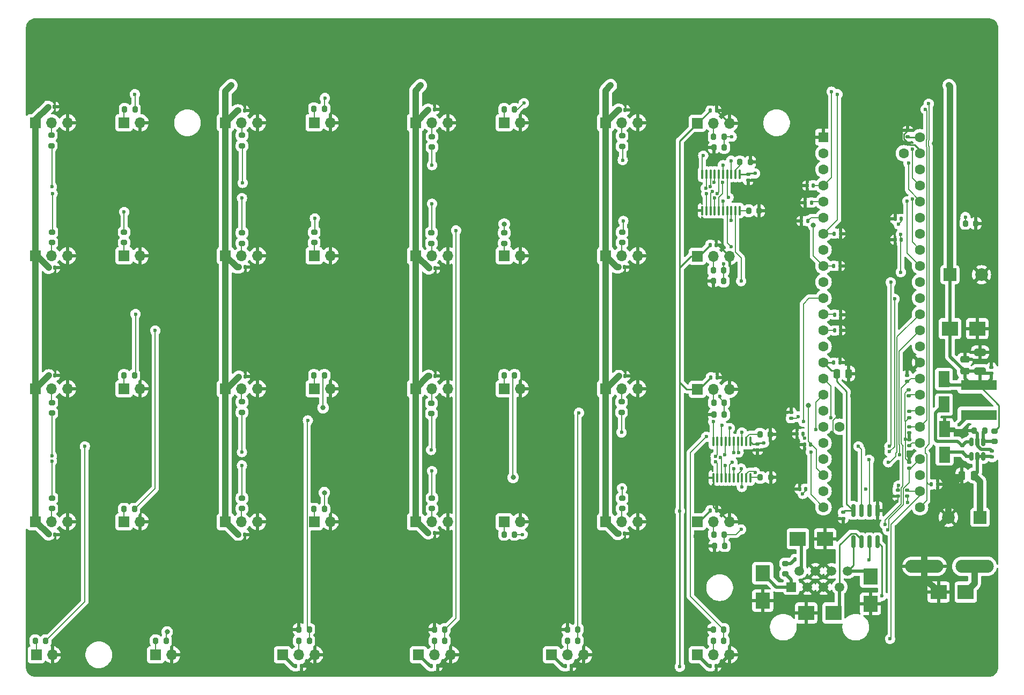
<source format=gbl>
%TF.GenerationSoftware,KiCad,Pcbnew,6.0.5-a6ca702e91~116~ubuntu20.04.1*%
%TF.CreationDate,2022-06-23T19:27:38-06:00*%
%TF.ProjectId,interface-brain,696e7465-7266-4616-9365-2d627261696e,rev?*%
%TF.SameCoordinates,Original*%
%TF.FileFunction,Copper,L2,Bot*%
%TF.FilePolarity,Positive*%
%FSLAX46Y46*%
G04 Gerber Fmt 4.6, Leading zero omitted, Abs format (unit mm)*
G04 Created by KiCad (PCBNEW 6.0.5-a6ca702e91~116~ubuntu20.04.1) date 2022-06-23 19:27:38*
%MOMM*%
%LPD*%
G01*
G04 APERTURE LIST*
G04 Aperture macros list*
%AMRoundRect*
0 Rectangle with rounded corners*
0 $1 Rounding radius*
0 $2 $3 $4 $5 $6 $7 $8 $9 X,Y pos of 4 corners*
0 Add a 4 corners polygon primitive as box body*
4,1,4,$2,$3,$4,$5,$6,$7,$8,$9,$2,$3,0*
0 Add four circle primitives for the rounded corners*
1,1,$1+$1,$2,$3*
1,1,$1+$1,$4,$5*
1,1,$1+$1,$6,$7*
1,1,$1+$1,$8,$9*
0 Add four rect primitives between the rounded corners*
20,1,$1+$1,$2,$3,$4,$5,0*
20,1,$1+$1,$4,$5,$6,$7,0*
20,1,$1+$1,$6,$7,$8,$9,0*
20,1,$1+$1,$8,$9,$2,$3,0*%
G04 Aperture macros list end*
%TA.AperFunction,ComponentPad*%
%ADD10R,2.000000X2.000000*%
%TD*%
%TA.AperFunction,ComponentPad*%
%ADD11C,2.000000*%
%TD*%
%TA.AperFunction,ComponentPad*%
%ADD12R,1.700000X1.700000*%
%TD*%
%TA.AperFunction,ComponentPad*%
%ADD13O,1.700000X1.700000*%
%TD*%
%TA.AperFunction,ComponentPad*%
%ADD14R,1.600000X1.600000*%
%TD*%
%TA.AperFunction,ComponentPad*%
%ADD15C,1.600000*%
%TD*%
%TA.AperFunction,ComponentPad*%
%ADD16R,1.500000X1.500000*%
%TD*%
%TA.AperFunction,ComponentPad*%
%ADD17C,1.500000*%
%TD*%
%TA.AperFunction,ComponentPad*%
%ADD18O,6.030000X2.070000*%
%TD*%
%TA.AperFunction,SMDPad,CuDef*%
%ADD19RoundRect,0.140000X0.140000X0.170000X-0.140000X0.170000X-0.140000X-0.170000X0.140000X-0.170000X0*%
%TD*%
%TA.AperFunction,SMDPad,CuDef*%
%ADD20RoundRect,0.200000X0.275000X-0.200000X0.275000X0.200000X-0.275000X0.200000X-0.275000X-0.200000X0*%
%TD*%
%TA.AperFunction,SMDPad,CuDef*%
%ADD21R,2.500000X2.300000*%
%TD*%
%TA.AperFunction,SMDPad,CuDef*%
%ADD22RoundRect,0.200000X-0.275000X0.200000X-0.275000X-0.200000X0.275000X-0.200000X0.275000X0.200000X0*%
%TD*%
%TA.AperFunction,SMDPad,CuDef*%
%ADD23RoundRect,0.140000X-0.170000X0.140000X-0.170000X-0.140000X0.170000X-0.140000X0.170000X0.140000X0*%
%TD*%
%TA.AperFunction,SMDPad,CuDef*%
%ADD24RoundRect,0.140000X-0.140000X-0.170000X0.140000X-0.170000X0.140000X0.170000X-0.140000X0.170000X0*%
%TD*%
%TA.AperFunction,SMDPad,CuDef*%
%ADD25R,1.800000X2.500000*%
%TD*%
%TA.AperFunction,SMDPad,CuDef*%
%ADD26RoundRect,0.200000X-0.200000X-0.275000X0.200000X-0.275000X0.200000X0.275000X-0.200000X0.275000X0*%
%TD*%
%TA.AperFunction,SMDPad,CuDef*%
%ADD27RoundRect,0.200000X0.200000X0.275000X-0.200000X0.275000X-0.200000X-0.275000X0.200000X-0.275000X0*%
%TD*%
%TA.AperFunction,SMDPad,CuDef*%
%ADD28RoundRect,0.100000X0.100000X-0.637500X0.100000X0.637500X-0.100000X0.637500X-0.100000X-0.637500X0*%
%TD*%
%TA.AperFunction,SMDPad,CuDef*%
%ADD29RoundRect,0.250000X0.650000X-0.325000X0.650000X0.325000X-0.650000X0.325000X-0.650000X-0.325000X0*%
%TD*%
%TA.AperFunction,SMDPad,CuDef*%
%ADD30RoundRect,0.140000X0.170000X-0.140000X0.170000X0.140000X-0.170000X0.140000X-0.170000X-0.140000X0*%
%TD*%
%TA.AperFunction,SMDPad,CuDef*%
%ADD31RoundRect,0.250000X0.250000X0.475000X-0.250000X0.475000X-0.250000X-0.475000X0.250000X-0.475000X0*%
%TD*%
%TA.AperFunction,SMDPad,CuDef*%
%ADD32R,2.300000X2.500000*%
%TD*%
%TA.AperFunction,SMDPad,CuDef*%
%ADD33R,5.700000X1.600000*%
%TD*%
%TA.AperFunction,SMDPad,CuDef*%
%ADD34RoundRect,0.150000X-0.150000X0.512500X-0.150000X-0.512500X0.150000X-0.512500X0.150000X0.512500X0*%
%TD*%
%TA.AperFunction,SMDPad,CuDef*%
%ADD35RoundRect,0.150000X-0.150000X0.825000X-0.150000X-0.825000X0.150000X-0.825000X0.150000X0.825000X0*%
%TD*%
%TA.AperFunction,SMDPad,CuDef*%
%ADD36RoundRect,0.250000X0.475000X-0.250000X0.475000X0.250000X-0.475000X0.250000X-0.475000X-0.250000X0*%
%TD*%
%TA.AperFunction,ViaPad*%
%ADD37C,0.600000*%
%TD*%
%TA.AperFunction,ViaPad*%
%ADD38C,0.800000*%
%TD*%
%TA.AperFunction,Conductor*%
%ADD39C,0.250000*%
%TD*%
%TA.AperFunction,Conductor*%
%ADD40C,0.127000*%
%TD*%
%TA.AperFunction,Conductor*%
%ADD41C,1.000000*%
%TD*%
%TA.AperFunction,Conductor*%
%ADD42C,0.500000*%
%TD*%
G04 APERTURE END LIST*
D10*
%TO.P,C56,1*%
%TO.N,+5V*%
X169332323Y-59000000D03*
D11*
%TO.P,C56,2*%
%TO.N,GND*%
X174332323Y-59000000D03*
%TD*%
D12*
%TO.P,J8,1,Pin_1*%
%TO.N,+5V*%
X55000000Y-77000000D03*
D13*
%TO.P,J8,2,Pin_2*%
%TO.N,/LED10_OUT*%
X57540000Y-77000000D03*
%TO.P,J8,3,Pin_3*%
%TO.N,GND*%
X60080000Y-77000000D03*
%TD*%
D12*
%TO.P,J25,1,Pin_1*%
%TO.N,+3V3*%
X129475000Y-98000000D03*
D13*
%TO.P,J25,2,Pin_2*%
%TO.N,Net-(J25-Pad2)*%
X132015000Y-98000000D03*
%TO.P,J25,3,Pin_3*%
%TO.N,GND*%
X134555000Y-98000000D03*
%TD*%
D12*
%TO.P,J29,1,Pin_1*%
%TO.N,Net-(J29-Pad1)*%
X69000000Y-98000000D03*
D13*
%TO.P,J29,2,Pin_2*%
%TO.N,GND*%
X71540000Y-98000000D03*
%TD*%
D12*
%TO.P,J19,1,Pin_1*%
%TO.N,Net-(J19-Pad1)*%
X39000000Y-56000000D03*
D13*
%TO.P,J19,2,Pin_2*%
%TO.N,GND*%
X41540000Y-56000000D03*
%TD*%
D12*
%TO.P,J13,1,Pin_1*%
%TO.N,+5V*%
X85000000Y-98000000D03*
D13*
%TO.P,J13,2,Pin_2*%
%TO.N,/LED15_OUT*%
X87540000Y-98000000D03*
%TO.P,J13,3,Pin_3*%
%TO.N,GND*%
X90080000Y-98000000D03*
%TD*%
D12*
%TO.P,J31,1,Pin_1*%
%TO.N,+3V3*%
X85475000Y-119000000D03*
D13*
%TO.P,J31,2,Pin_2*%
%TO.N,Net-(J31-Pad2)*%
X88015000Y-119000000D03*
%TO.P,J31,3,Pin_3*%
%TO.N,GND*%
X90555000Y-119000000D03*
%TD*%
D12*
%TO.P,J11,1,Pin_1*%
%TO.N,+5V*%
X85000000Y-56000000D03*
D13*
%TO.P,J11,2,Pin_2*%
%TO.N,/LED7_OUT*%
X87540000Y-56000000D03*
%TO.P,J11,3,Pin_3*%
%TO.N,GND*%
X90080000Y-56000000D03*
%TD*%
D12*
%TO.P,J35,1,Pin_1*%
%TO.N,Net-(J35-Pad1)*%
X99000000Y-56000000D03*
D13*
%TO.P,J35,2,Pin_2*%
%TO.N,GND*%
X101540000Y-56000000D03*
%TD*%
D12*
%TO.P,J10,1,Pin_1*%
%TO.N,+5V*%
X85000000Y-35000000D03*
D13*
%TO.P,J10,2,Pin_2*%
%TO.N,/LED3_OUT*%
X87540000Y-35000000D03*
%TO.P,J10,3,Pin_3*%
%TO.N,GND*%
X90080000Y-35000000D03*
%TD*%
D12*
%TO.P,J6,1,Pin_1*%
%TO.N,+5V*%
X55000000Y-35000000D03*
D13*
%TO.P,J6,2,Pin_2*%
%TO.N,/LED2_OUT*%
X57540000Y-35000000D03*
%TO.P,J6,3,Pin_3*%
%TO.N,GND*%
X60080000Y-35000000D03*
%TD*%
D12*
%TO.P,J16,1,Pin_1*%
%TO.N,+5V*%
X115000000Y-77000000D03*
D13*
%TO.P,J16,2,Pin_2*%
%TO.N,/LED12_OUT*%
X117540000Y-77000000D03*
%TO.P,J16,3,Pin_3*%
%TO.N,GND*%
X120080000Y-77000000D03*
%TD*%
D12*
%TO.P,J26,1,Pin_1*%
%TO.N,Net-(J26-Pad1)*%
X69000000Y-35000000D03*
D13*
%TO.P,J26,2,Pin_2*%
%TO.N,GND*%
X71540000Y-35000000D03*
%TD*%
D12*
%TO.P,J20,1,Pin_1*%
%TO.N,Net-(J20-Pad1)*%
X39000000Y-77000000D03*
D13*
%TO.P,J20,2,Pin_2*%
%TO.N,GND*%
X41540000Y-77000000D03*
%TD*%
D12*
%TO.P,J30,1,Pin_1*%
%TO.N,+3V3*%
X64000000Y-119000000D03*
D13*
%TO.P,J30,2,Pin_2*%
%TO.N,Net-(J30-Pad2)*%
X66540000Y-119000000D03*
%TO.P,J30,3,Pin_3*%
%TO.N,GND*%
X69080000Y-119000000D03*
%TD*%
D12*
%TO.P,J4,1,Pin_1*%
%TO.N,+5V*%
X25000000Y-77000000D03*
D13*
%TO.P,J4,2,Pin_2*%
%TO.N,/LED9_OUT*%
X27540000Y-77000000D03*
%TO.P,J4,3,Pin_3*%
%TO.N,GND*%
X30080000Y-77000000D03*
%TD*%
D12*
%TO.P,J17,1,Pin_1*%
%TO.N,+5V*%
X115000000Y-98000000D03*
D13*
%TO.P,J17,2,Pin_2*%
%TO.N,/LED16_OUT*%
X117540000Y-98000000D03*
%TO.P,J17,3,Pin_3*%
%TO.N,GND*%
X120080000Y-98000000D03*
%TD*%
D12*
%TO.P,J7,1,Pin_1*%
%TO.N,+5V*%
X55000000Y-56000000D03*
D13*
%TO.P,J7,2,Pin_2*%
%TO.N,/LED6_OUT*%
X57540000Y-56000000D03*
%TO.P,J7,3,Pin_3*%
%TO.N,GND*%
X60080000Y-56000000D03*
%TD*%
D14*
%TO.P,U3,1,GND*%
%TO.N,GND*%
X149380000Y-37287969D03*
D15*
%TO.P,U3,2,0_RX1_CRX2_CS1*%
%TO.N,/LED2_SIG*%
X149380000Y-39827969D03*
%TO.P,U3,3,1_TX1_CTX2_MISO1*%
%TO.N,/LED1_SIG*%
X149380000Y-42367969D03*
%TO.P,U3,4,2_OUT2*%
%TO.N,/BUTTON_1*%
X149380000Y-44907969D03*
%TO.P,U3,5,3_LRCLK2*%
%TO.N,/BUTTON_2*%
X149380000Y-47447969D03*
%TO.P,U3,6,4_BCLK2*%
%TO.N,/BUTTON_6*%
X149380000Y-49987969D03*
%TO.P,U3,7,5_IN2*%
%TO.N,/BUTTON_5*%
X149380000Y-52527969D03*
%TO.P,U3,8,6_OUT1D*%
%TO.N,/LED3_SIG*%
X149380000Y-55067969D03*
%TO.P,U3,9,7_RX2_OUT1A*%
%TO.N,/BUTTON_10*%
X149380000Y-57607969D03*
%TO.P,U3,10,8_TX2_IN1*%
%TO.N,/LED4_SIG*%
X149380000Y-60147969D03*
%TO.P,U3,11,9_OUT1C*%
%TO.N,/LED13_SIG*%
X149380000Y-62687969D03*
%TO.P,U3,12,10_CS_MQSR*%
%TO.N,/BUTTON_3*%
X149380000Y-65227969D03*
%TO.P,U3,13,11_MOSI_CTX1*%
%TO.N,/BUTTON_4*%
X149380000Y-67767969D03*
%TO.P,U3,14,12_MISO_MQSL*%
%TO.N,unconnected-(U3-Pad14)*%
X149380000Y-70307969D03*
%TO.P,U3,15,3V3*%
%TO.N,+3V3*%
X149380000Y-72847969D03*
%TO.P,U3,16,24_A10_TX6_SCL2*%
%TO.N,/LED14_SIG*%
X149380000Y-75387969D03*
%TO.P,U3,17,25_A11_RX6_SDA2*%
%TO.N,/LED15_SIG*%
X149380000Y-77927969D03*
%TO.P,U3,18,26_A12_MOSI1*%
%TO.N,/ANALOG_5*%
X149380000Y-80467969D03*
%TO.P,U3,19,27_A13_SCK1*%
%TO.N,/ANALOG_8*%
X149380000Y-83007969D03*
%TO.P,U3,20,28_RX7*%
%TO.N,/SERIAL_IN*%
X149380000Y-85547969D03*
%TO.P,U3,21,29_TX7*%
%TO.N,/SERIAL_OUT*%
X149380000Y-88087969D03*
%TO.P,U3,22,30_CRX3*%
%TO.N,/BUTTON_7*%
X149380000Y-90627969D03*
%TO.P,U3,23,31_CTX3*%
%TO.N,/BUTTON_8*%
X149380000Y-93167969D03*
%TO.P,U3,24,32_OUT1B*%
%TO.N,/LED16_SIG*%
X149380000Y-95707969D03*
%TO.P,U3,25,33_MCLK2*%
%TO.N,/BUTTON_9*%
X164620000Y-95707969D03*
%TO.P,U3,26,34_RX8*%
%TO.N,/BUTTON_14*%
X164620000Y-93167969D03*
%TO.P,U3,27,35_TX8*%
%TO.N,/BUTTON_11*%
X164620000Y-90627969D03*
%TO.P,U3,28,36_CS*%
%TO.N,/BUTTON_12*%
X164620000Y-88087969D03*
%TO.P,U3,29,37_CS*%
%TO.N,/BUTTON_13*%
X164620000Y-85547969D03*
%TO.P,U3,30,38_CS1_IN1*%
%TO.N,/ANALOG_1*%
X164620000Y-83007969D03*
%TO.P,U3,31,39_MISO1_OUT1A*%
%TO.N,/ANALOG_7*%
X164620000Y-80467969D03*
%TO.P,U3,32,40_A16*%
%TO.N,/ANALOG_3*%
X164620000Y-77927969D03*
%TO.P,U3,33,41_A17*%
%TO.N,/ANALOG_4*%
X164620000Y-75387969D03*
%TO.P,U3,34,GND*%
%TO.N,GND*%
X164620000Y-72847969D03*
%TO.P,U3,35,13_SCK_LED*%
%TO.N,unconnected-(U3-Pad35)*%
X164620000Y-70307969D03*
%TO.P,U3,36,14_A0_TX3_SPDIF_OUT*%
%TO.N,/LED12_SIG*%
X164620000Y-67767969D03*
%TO.P,U3,37,15_A1_RX3_SPDIF_IN*%
%TO.N,/LED11_SIG*%
X164620000Y-65227969D03*
%TO.P,U3,38,16_A2_RX4_SCL1*%
%TO.N,/LED10_SIG*%
X164620000Y-62687969D03*
%TO.P,U3,39,17_A3_TX4_SDA1*%
%TO.N,/LED9_SIG*%
X164620000Y-60147969D03*
%TO.P,U3,40,18_A4_SDA*%
%TO.N,/LED8_SIG*%
X164620000Y-57607969D03*
%TO.P,U3,41,19_A5_SCL*%
%TO.N,/LED7_SIG*%
X164620000Y-55067969D03*
%TO.P,U3,42,20_A6_TX5_LRCLK1*%
%TO.N,/ANALOG_2*%
X164620000Y-52527969D03*
%TO.P,U3,43,21_A7_RX5_BCLK1*%
%TO.N,/ANALOG_6*%
X164620000Y-49987969D03*
%TO.P,U3,44,22_A8_CTX1*%
%TO.N,/LED6_SIG*%
X164620000Y-47447969D03*
%TO.P,U3,45,23_A9_CRX1_MCLK1*%
%TO.N,/LED5_SIG*%
X164620000Y-44907969D03*
%TO.P,U3,46,3V3*%
%TO.N,unconnected-(U3-Pad46)*%
X164620000Y-42367969D03*
%TO.P,U3,47,GND*%
%TO.N,GND*%
X164620000Y-39827969D03*
%TO.P,U3,48,VIN*%
%TO.N,+5V*%
X164620000Y-37287969D03*
%TO.P,U3,49,VUSB*%
%TO.N,unconnected-(U3-Pad49)*%
X162080000Y-39827969D03*
%TO.P,U3,50,VBAT*%
%TO.N,unconnected-(U3-Pad50)*%
X151920000Y-83007969D03*
%TD*%
D12*
%TO.P,J27,1,Pin_1*%
%TO.N,Net-(J27-Pad1)*%
X69000000Y-56000000D03*
D13*
%TO.P,J27,2,Pin_2*%
%TO.N,GND*%
X71540000Y-56000000D03*
%TD*%
D12*
%TO.P,J24,1,Pin_1*%
%TO.N,+3V3*%
X129475000Y-77100000D03*
D13*
%TO.P,J24,2,Pin_2*%
%TO.N,Net-(J24-Pad2)*%
X132015000Y-77100000D03*
%TO.P,J24,3,Pin_3*%
%TO.N,GND*%
X134555000Y-77100000D03*
%TD*%
D12*
%TO.P,J37,1,Pin_1*%
%TO.N,Net-(J37-Pad1)*%
X99000000Y-98000000D03*
D13*
%TO.P,J37,2,Pin_2*%
%TO.N,GND*%
X101540000Y-98000000D03*
%TD*%
D12*
%TO.P,J39,1,Pin_1*%
%TO.N,Net-(J39-Pad1)*%
X43998849Y-119000000D03*
D13*
%TO.P,J39,2,Pin_2*%
%TO.N,GND*%
X46538849Y-119000000D03*
%TD*%
D12*
%TO.P,J2,1,Pin_1*%
%TO.N,+5V*%
X25000000Y-35000000D03*
D13*
%TO.P,J2,2,Pin_2*%
%TO.N,/LED1_OUT*%
X27540000Y-35000000D03*
%TO.P,J2,3,Pin_3*%
%TO.N,GND*%
X30080000Y-35000000D03*
%TD*%
D16*
%TO.P,J40,1*%
%TO.N,/SERIAL_Y*%
X144317500Y-108300000D03*
D17*
%TO.P,J40,2*%
%TO.N,/SERIAL_Z*%
X145587500Y-105760000D03*
%TO.P,J40,3*%
%TO.N,GND*%
X146857500Y-108300000D03*
%TO.P,J40,4*%
X148127500Y-105760000D03*
%TO.P,J40,5*%
X149397500Y-108300000D03*
%TO.P,J40,6*%
X150667500Y-105760000D03*
%TO.P,J40,7*%
%TO.N,/SERIAL_B*%
X151937500Y-108300000D03*
%TO.P,J40,8*%
%TO.N,/SERIAL_A*%
X153207500Y-105760000D03*
%TD*%
D12*
%TO.P,J38,1,Pin_1*%
%TO.N,Net-(J38-Pad1)*%
X25130000Y-119000000D03*
D13*
%TO.P,J38,2,Pin_2*%
%TO.N,GND*%
X27670000Y-119000000D03*
%TD*%
D12*
%TO.P,J22,1,Pin_1*%
%TO.N,+3V3*%
X129475000Y-35100000D03*
D13*
%TO.P,J22,2,Pin_2*%
%TO.N,Net-(J22-Pad2)*%
X132015000Y-35100000D03*
%TO.P,J22,3,Pin_3*%
%TO.N,GND*%
X134555000Y-35100000D03*
%TD*%
D12*
%TO.P,J5,1,Pin_1*%
%TO.N,+5V*%
X25000000Y-98000000D03*
D13*
%TO.P,J5,2,Pin_2*%
%TO.N,/LED13_OUT*%
X27540000Y-98000000D03*
%TO.P,J5,3,Pin_3*%
%TO.N,GND*%
X30080000Y-98000000D03*
%TD*%
D12*
%TO.P,J23,1,Pin_1*%
%TO.N,+3V3*%
X129475000Y-56100000D03*
D13*
%TO.P,J23,2,Pin_2*%
%TO.N,Net-(J23-Pad2)*%
X132015000Y-56100000D03*
%TO.P,J23,3,Pin_3*%
%TO.N,GND*%
X134555000Y-56100000D03*
%TD*%
D12*
%TO.P,J15,1,Pin_1*%
%TO.N,+5V*%
X115000000Y-56000000D03*
D13*
%TO.P,J15,2,Pin_2*%
%TO.N,/LED8_OUT*%
X117540000Y-56000000D03*
%TO.P,J15,3,Pin_3*%
%TO.N,GND*%
X120080000Y-56000000D03*
%TD*%
D12*
%TO.P,J28,1,Pin_1*%
%TO.N,Net-(J28-Pad1)*%
X69000000Y-77000000D03*
D13*
%TO.P,J28,2,Pin_2*%
%TO.N,GND*%
X71540000Y-77000000D03*
%TD*%
D18*
%TO.P,J1,1*%
%TO.N,+12V*%
X173226930Y-105025000D03*
%TO.P,J1,2*%
%TO.N,GND*%
X165326930Y-105025000D03*
%TD*%
D12*
%TO.P,J14,1,Pin_1*%
%TO.N,+5V*%
X115000000Y-35000000D03*
D13*
%TO.P,J14,2,Pin_2*%
%TO.N,/LED4_OUT*%
X117540000Y-35000000D03*
%TO.P,J14,3,Pin_3*%
%TO.N,GND*%
X120080000Y-35000000D03*
%TD*%
D12*
%TO.P,J21,1,Pin_1*%
%TO.N,Net-(J21-Pad1)*%
X39000000Y-98000000D03*
D13*
%TO.P,J21,2,Pin_2*%
%TO.N,GND*%
X41540000Y-98000000D03*
%TD*%
D12*
%TO.P,J32,1,Pin_1*%
%TO.N,+3V3*%
X106475000Y-119000000D03*
D13*
%TO.P,J32,2,Pin_2*%
%TO.N,Net-(J32-Pad2)*%
X109015000Y-119000000D03*
%TO.P,J32,3,Pin_3*%
%TO.N,GND*%
X111555000Y-119000000D03*
%TD*%
D12*
%TO.P,J9,1,Pin_1*%
%TO.N,+5V*%
X55000000Y-98000000D03*
D13*
%TO.P,J9,2,Pin_2*%
%TO.N,/LED14_OUT*%
X57540000Y-98000000D03*
%TO.P,J9,3,Pin_3*%
%TO.N,GND*%
X60080000Y-98000000D03*
%TD*%
D12*
%TO.P,J33,1,Pin_1*%
%TO.N,+3V3*%
X129475000Y-119000000D03*
D13*
%TO.P,J33,2,Pin_2*%
%TO.N,Net-(J33-Pad2)*%
X132015000Y-119000000D03*
%TO.P,J33,3,Pin_3*%
%TO.N,GND*%
X134555000Y-119000000D03*
%TD*%
D12*
%TO.P,J36,1,Pin_1*%
%TO.N,Net-(J36-Pad1)*%
X99000000Y-77000000D03*
D13*
%TO.P,J36,2,Pin_2*%
%TO.N,GND*%
X101540000Y-77000000D03*
%TD*%
D12*
%TO.P,J3,1,Pin_1*%
%TO.N,+5V*%
X25000000Y-56000000D03*
D13*
%TO.P,J3,2,Pin_2*%
%TO.N,/LED5_OUT*%
X27540000Y-56000000D03*
%TO.P,J3,3,Pin_3*%
%TO.N,GND*%
X30080000Y-56000000D03*
%TD*%
D12*
%TO.P,J18,1,Pin_1*%
%TO.N,Net-(J18-Pad1)*%
X39000000Y-35000000D03*
D13*
%TO.P,J18,2,Pin_2*%
%TO.N,GND*%
X41540000Y-35000000D03*
%TD*%
D10*
%TO.P,C5,1*%
%TO.N,+12V*%
X174100000Y-97300000D03*
D11*
%TO.P,C5,2*%
%TO.N,GND*%
X169100000Y-97300000D03*
%TD*%
D12*
%TO.P,J34,1,Pin_1*%
%TO.N,Net-(J34-Pad1)*%
X99000000Y-35000000D03*
D13*
%TO.P,J34,2,Pin_2*%
%TO.N,GND*%
X101540000Y-35000000D03*
%TD*%
D12*
%TO.P,J12,1,Pin_1*%
%TO.N,+5V*%
X85000000Y-77000000D03*
D13*
%TO.P,J12,2,Pin_2*%
%TO.N,/LED11_OUT*%
X87540000Y-77000000D03*
%TO.P,J12,3,Pin_3*%
%TO.N,GND*%
X90080000Y-77000000D03*
%TD*%
D19*
%TO.P,C24,1*%
%TO.N,/BUTTON_1*%
X147780000Y-44900000D03*
%TO.P,C24,2*%
%TO.N,GND*%
X146820000Y-44900000D03*
%TD*%
D20*
%TO.P,R18,1*%
%TO.N,Net-(R18-Pad1)*%
X87600000Y-38825000D03*
%TO.P,R18,2*%
%TO.N,/LED3_OUT*%
X87600000Y-37175000D03*
%TD*%
D21*
%TO.P,D1,1,A1*%
%TO.N,+12V*%
X171850000Y-109100000D03*
%TO.P,D1,2,A2*%
%TO.N,GND*%
X167550000Y-109100000D03*
%TD*%
D22*
%TO.P,R5,1*%
%TO.N,+5V*%
X176400000Y-83675000D03*
%TO.P,R5,2*%
%TO.N,Net-(R5-Pad2)*%
X176400000Y-85325000D03*
%TD*%
D23*
%TO.P,C55,1*%
%TO.N,+3V3*%
X152500000Y-96520000D03*
%TO.P,C55,2*%
%TO.N,GND*%
X152500000Y-97480000D03*
%TD*%
D20*
%TO.P,R9,1*%
%TO.N,Net-(R9-Pad1)*%
X57600000Y-38625000D03*
%TO.P,R9,2*%
%TO.N,/LED2_OUT*%
X57600000Y-36975000D03*
%TD*%
D22*
%TO.P,R20,1*%
%TO.N,Net-(R20-Pad1)*%
X87500000Y-52375000D03*
%TO.P,R20,2*%
%TO.N,/LED7_OUT*%
X87500000Y-54025000D03*
%TD*%
D19*
%TO.P,C21,1*%
%TO.N,GND*%
X117980000Y-99900000D03*
%TO.P,C21,2*%
%TO.N,+5V*%
X117020000Y-99900000D03*
%TD*%
D22*
%TO.P,R23,1*%
%TO.N,Net-(R23-Pad1)*%
X27600000Y-94275000D03*
%TO.P,R23,2*%
%TO.N,/LED13_OUT*%
X27600000Y-95925000D03*
%TD*%
D24*
%TO.P,C50,1*%
%TO.N,+3V3*%
X108620000Y-120800000D03*
%TO.P,C50,2*%
%TO.N,GND*%
X109580000Y-120800000D03*
%TD*%
%TO.P,C33,1*%
%TO.N,+3V3*%
X131520000Y-54300000D03*
%TO.P,C33,2*%
%TO.N,GND*%
X132480000Y-54300000D03*
%TD*%
D19*
%TO.P,C3,1*%
%TO.N,GND*%
X28080000Y-74900000D03*
%TO.P,C3,2*%
%TO.N,+5V*%
X27120000Y-74900000D03*
%TD*%
D25*
%TO.P,D9,1,K*%
%TO.N,Net-(C7-Pad1)*%
X168400000Y-79500000D03*
%TO.P,D9,2,A*%
%TO.N,+5V*%
X168400000Y-75500000D03*
%TD*%
D26*
%TO.P,R25,1*%
%TO.N,Net-(D6-Pad1)*%
X171775000Y-50900000D03*
%TO.P,R25,2*%
%TO.N,GND*%
X173425000Y-50900000D03*
%TD*%
%TO.P,R31,1*%
%TO.N,Net-(J23-Pad2)*%
X131975000Y-58300000D03*
%TO.P,R31,2*%
%TO.N,/ANALOG_2*%
X133625000Y-58300000D03*
%TD*%
D27*
%TO.P,R6,1*%
%TO.N,Net-(R5-Pad2)*%
X174825000Y-83600000D03*
%TO.P,R6,2*%
%TO.N,GND*%
X173175000Y-83600000D03*
%TD*%
D19*
%TO.P,C29,1*%
%TO.N,/ANALOG_2*%
X161680000Y-53500000D03*
%TO.P,C29,2*%
%TO.N,GND*%
X160720000Y-53500000D03*
%TD*%
D28*
%TO.P,U2,1,1~{OE}*%
%TO.N,Net-(R2-Pad1)*%
X137825000Y-91062500D03*
%TO.P,U2,2,1A1*%
%TO.N,/LED12_SIG*%
X137175000Y-91062500D03*
%TO.P,U2,3,2Y4*%
%TO.N,Net-(R16-Pad1)*%
X136525000Y-91062500D03*
%TO.P,U2,4,1A2*%
%TO.N,/LED11_SIG*%
X135875000Y-91062500D03*
%TO.P,U2,5,2Y3*%
%TO.N,Net-(R24-Pad1)*%
X135225000Y-91062500D03*
%TO.P,U2,6,1A3*%
%TO.N,/LED10_SIG*%
X134575000Y-91062500D03*
%TO.P,U2,7,2Y2*%
%TO.N,Net-(R15-Pad1)*%
X133925000Y-91062500D03*
%TO.P,U2,8,1A4*%
%TO.N,/LED9_SIG*%
X133275000Y-91062500D03*
%TO.P,U2,9,2Y1*%
%TO.N,Net-(R23-Pad1)*%
X132625000Y-91062500D03*
%TO.P,U2,10,GND*%
%TO.N,GND*%
X131975000Y-91062500D03*
%TO.P,U2,11,2A1*%
%TO.N,/LED13_SIG*%
X131975000Y-85337500D03*
%TO.P,U2,12,1Y4*%
%TO.N,Net-(R21-Pad1)*%
X132625000Y-85337500D03*
%TO.P,U2,13,2A2*%
%TO.N,/LED14_SIG*%
X133275000Y-85337500D03*
%TO.P,U2,14,1Y3*%
%TO.N,Net-(R13-Pad1)*%
X133925000Y-85337500D03*
%TO.P,U2,15,2A3*%
%TO.N,/LED15_SIG*%
X134575000Y-85337500D03*
%TO.P,U2,16,1Y2*%
%TO.N,Net-(R22-Pad1)*%
X135225000Y-85337500D03*
%TO.P,U2,17,2A4*%
%TO.N,/LED16_SIG*%
X135875000Y-85337500D03*
%TO.P,U2,18,1Y1*%
%TO.N,Net-(R14-Pad1)*%
X136525000Y-85337500D03*
%TO.P,U2,19,2~{OE}*%
%TO.N,Net-(R4-Pad1)*%
X137175000Y-85337500D03*
%TO.P,U2,20,VCC*%
%TO.N,+5V*%
X137825000Y-85337500D03*
%TD*%
D26*
%TO.P,R3,1*%
%TO.N,Net-(R3-Pad1)*%
X136175000Y-41200000D03*
%TO.P,R3,2*%
%TO.N,GND*%
X137825000Y-41200000D03*
%TD*%
D19*
%TO.P,C18,1*%
%TO.N,GND*%
X118080000Y-33000000D03*
%TO.P,C18,2*%
%TO.N,+5V*%
X117120000Y-33000000D03*
%TD*%
D26*
%TO.P,R35,1*%
%TO.N,GND*%
X131975000Y-60000000D03*
%TO.P,R35,2*%
%TO.N,/ANALOG_2*%
X133625000Y-60000000D03*
%TD*%
D23*
%TO.P,C7,1*%
%TO.N,Net-(C7-Pad1)*%
X171300000Y-86020000D03*
%TO.P,C7,2*%
%TO.N,Net-(C7-Pad2)*%
X171300000Y-86980000D03*
%TD*%
D19*
%TO.P,C23,1*%
%TO.N,GND*%
X151980000Y-72900000D03*
%TO.P,C23,2*%
%TO.N,+3V3*%
X151020000Y-72900000D03*
%TD*%
D29*
%TO.P,C54,1*%
%TO.N,+5V*%
X174100000Y-74175000D03*
%TO.P,C54,2*%
%TO.N,GND*%
X174100000Y-71225000D03*
%TD*%
D19*
%TO.P,C10,1*%
%TO.N,GND*%
X58080000Y-75100000D03*
%TO.P,C10,2*%
%TO.N,+5V*%
X57120000Y-75100000D03*
%TD*%
%TO.P,C15,1*%
%TO.N,GND*%
X88080000Y-58000000D03*
%TO.P,C15,2*%
%TO.N,+5V*%
X87120000Y-58000000D03*
%TD*%
D20*
%TO.P,R7,1*%
%TO.N,/SERIAL_Y*%
X143400000Y-106225000D03*
%TO.P,R7,2*%
%TO.N,Net-(C57-Pad1)*%
X143400000Y-104575000D03*
%TD*%
D26*
%TO.P,R52,1*%
%TO.N,GND*%
X108975000Y-115000000D03*
%TO.P,R52,2*%
%TO.N,/ANALOG_7*%
X110625000Y-115000000D03*
%TD*%
D30*
%TO.P,C58,1*%
%TO.N,+12V*%
X176000000Y-87780000D03*
%TO.P,C58,2*%
%TO.N,GND*%
X176000000Y-86820000D03*
%TD*%
D23*
%TO.P,C12,1*%
%TO.N,+5V*%
X137500000Y-43120000D03*
%TO.P,C12,2*%
%TO.N,GND*%
X137500000Y-44080000D03*
%TD*%
%TO.P,C53,1*%
%TO.N,/BUTTON_14*%
X162600000Y-93020000D03*
%TO.P,C53,2*%
%TO.N,GND*%
X162600000Y-93980000D03*
%TD*%
D31*
%TO.P,C61,1*%
%TO.N,GND*%
X153350000Y-74600000D03*
%TO.P,C61,2*%
%TO.N,+3V3*%
X151450000Y-74600000D03*
%TD*%
D19*
%TO.P,C19,1*%
%TO.N,GND*%
X117980000Y-57800000D03*
%TO.P,C19,2*%
%TO.N,+5V*%
X117020000Y-57800000D03*
%TD*%
D26*
%TO.P,R29,1*%
%TO.N,Net-(J21-Pad1)*%
X38975000Y-96000000D03*
%TO.P,R29,2*%
%TO.N,/BUTTON_4*%
X40625000Y-96000000D03*
%TD*%
D20*
%TO.P,R21,1*%
%TO.N,Net-(R21-Pad1)*%
X27600000Y-80825000D03*
%TO.P,R21,2*%
%TO.N,/LED9_OUT*%
X27600000Y-79175000D03*
%TD*%
D24*
%TO.P,C49,1*%
%TO.N,+3V3*%
X87520000Y-120800000D03*
%TO.P,C49,2*%
%TO.N,GND*%
X88480000Y-120800000D03*
%TD*%
D30*
%TO.P,C60,1*%
%TO.N,+5V*%
X175900000Y-74580000D03*
%TO.P,C60,2*%
%TO.N,GND*%
X175900000Y-73620000D03*
%TD*%
D21*
%TO.P,D8,1,A1*%
%TO.N,+5V*%
X169350000Y-67500000D03*
%TO.P,D8,2,A2*%
%TO.N,GND*%
X173650000Y-67500000D03*
%TD*%
D26*
%TO.P,R28,1*%
%TO.N,Net-(J20-Pad1)*%
X38975000Y-74900000D03*
%TO.P,R28,2*%
%TO.N,/BUTTON_3*%
X40625000Y-74900000D03*
%TD*%
D23*
%TO.P,C13,1*%
%TO.N,+5V*%
X139000000Y-85700000D03*
%TO.P,C13,2*%
%TO.N,GND*%
X139000000Y-86660000D03*
%TD*%
D26*
%TO.P,R51,1*%
%TO.N,GND*%
X87975000Y-115000000D03*
%TO.P,R51,2*%
%TO.N,/ANALOG_6*%
X89625000Y-115000000D03*
%TD*%
%TO.P,R2,1*%
%TO.N,Net-(R2-Pad1)*%
X139400000Y-91000000D03*
%TO.P,R2,2*%
%TO.N,GND*%
X141050000Y-91000000D03*
%TD*%
D24*
%TO.P,C27,1*%
%TO.N,/BUTTON_4*%
X151120000Y-67800000D03*
%TO.P,C27,2*%
%TO.N,GND*%
X152080000Y-67800000D03*
%TD*%
D23*
%TO.P,C46,1*%
%TO.N,/BUTTON_11*%
X161100000Y-93020000D03*
%TO.P,C46,2*%
%TO.N,GND*%
X161100000Y-93980000D03*
%TD*%
%TO.P,C42,1*%
%TO.N,/ANALOG_7*%
X162900000Y-80600000D03*
%TO.P,C42,2*%
%TO.N,GND*%
X162900000Y-81560000D03*
%TD*%
D30*
%TO.P,C30,1*%
%TO.N,/ANALOG_3*%
X162800000Y-78100000D03*
%TO.P,C30,2*%
%TO.N,GND*%
X162800000Y-77140000D03*
%TD*%
D19*
%TO.P,C38,1*%
%TO.N,/BUTTON_7*%
X147380000Y-85800000D03*
%TO.P,C38,2*%
%TO.N,GND*%
X146420000Y-85800000D03*
%TD*%
D21*
%TO.P,D5,1,A1*%
%TO.N,/SERIAL_B*%
X150950000Y-112400000D03*
%TO.P,D5,2,A2*%
%TO.N,GND*%
X146650000Y-112400000D03*
%TD*%
D24*
%TO.P,C34,1*%
%TO.N,+3V3*%
X131620000Y-75200000D03*
%TO.P,C34,2*%
%TO.N,GND*%
X132580000Y-75200000D03*
%TD*%
D32*
%TO.P,D3,1,A1*%
%TO.N,/SERIAL_Y*%
X139800000Y-106150000D03*
%TO.P,D3,2,A2*%
%TO.N,GND*%
X139800000Y-110450000D03*
%TD*%
D22*
%TO.P,R19,1*%
%TO.N,Net-(R19-Pad1)*%
X27600000Y-52275000D03*
%TO.P,R19,2*%
%TO.N,/LED5_OUT*%
X27600000Y-53925000D03*
%TD*%
D26*
%TO.P,R48,1*%
%TO.N,Net-(J36-Pad1)*%
X98975000Y-74900000D03*
%TO.P,R48,2*%
%TO.N,/BUTTON_11*%
X100625000Y-74900000D03*
%TD*%
D19*
%TO.P,C2,1*%
%TO.N,GND*%
X28080000Y-57900000D03*
%TO.P,C2,2*%
%TO.N,+5V*%
X27120000Y-57900000D03*
%TD*%
D26*
%TO.P,R36,1*%
%TO.N,GND*%
X132075000Y-81100000D03*
%TO.P,R36,2*%
%TO.N,/ANALOG_3*%
X133725000Y-81100000D03*
%TD*%
D19*
%TO.P,C14,1*%
%TO.N,GND*%
X87980000Y-32900000D03*
%TO.P,C14,2*%
%TO.N,+5V*%
X87020000Y-32900000D03*
%TD*%
D21*
%TO.P,D4,1,A1*%
%TO.N,GND*%
X149650000Y-100700000D03*
%TO.P,D4,2,A2*%
%TO.N,/SERIAL_Z*%
X145350000Y-100700000D03*
%TD*%
D31*
%TO.P,C6,1*%
%TO.N,+12V*%
X173150000Y-90700000D03*
%TO.P,C6,2*%
%TO.N,GND*%
X171250000Y-90700000D03*
%TD*%
D19*
%TO.P,C17,1*%
%TO.N,GND*%
X87980000Y-99800000D03*
%TO.P,C17,2*%
%TO.N,+5V*%
X87020000Y-99800000D03*
%TD*%
D24*
%TO.P,C35,1*%
%TO.N,+3V3*%
X131540000Y-96200000D03*
%TO.P,C35,2*%
%TO.N,GND*%
X132500000Y-96200000D03*
%TD*%
D30*
%TO.P,C31,1*%
%TO.N,/ANALOG_4*%
X162600000Y-75860000D03*
%TO.P,C31,2*%
%TO.N,GND*%
X162600000Y-74900000D03*
%TD*%
D20*
%TO.P,R17,1*%
%TO.N,Net-(R17-Pad1)*%
X27500000Y-38625000D03*
%TO.P,R17,2*%
%TO.N,/LED1_OUT*%
X27500000Y-36975000D03*
%TD*%
D22*
%TO.P,R11,1*%
%TO.N,Net-(R11-Pad1)*%
X57600000Y-52375000D03*
%TO.P,R11,2*%
%TO.N,/LED6_OUT*%
X57600000Y-54025000D03*
%TD*%
D28*
%TO.P,U1,1,1~{OE}*%
%TO.N,Net-(R1-Pad1)*%
X136125000Y-48862500D03*
%TO.P,U1,2,1A1*%
%TO.N,/LED4_SIG*%
X135475000Y-48862500D03*
%TO.P,U1,3,2Y4*%
%TO.N,Net-(R12-Pad1)*%
X134825000Y-48862500D03*
%TO.P,U1,4,1A2*%
%TO.N,/LED3_SIG*%
X134175000Y-48862500D03*
%TO.P,U1,5,2Y3*%
%TO.N,Net-(R20-Pad1)*%
X133525000Y-48862500D03*
%TO.P,U1,6,1A3*%
%TO.N,/LED2_SIG*%
X132875000Y-48862500D03*
%TO.P,U1,7,2Y2*%
%TO.N,Net-(R11-Pad1)*%
X132225000Y-48862500D03*
%TO.P,U1,8,1A4*%
%TO.N,/LED1_SIG*%
X131575000Y-48862500D03*
%TO.P,U1,9,2Y1*%
%TO.N,Net-(R19-Pad1)*%
X130925000Y-48862500D03*
%TO.P,U1,10,GND*%
%TO.N,GND*%
X130275000Y-48862500D03*
%TO.P,U1,11,2A1*%
%TO.N,/LED5_SIG*%
X130275000Y-43137500D03*
%TO.P,U1,12,1Y4*%
%TO.N,Net-(R17-Pad1)*%
X130925000Y-43137500D03*
%TO.P,U1,13,2A2*%
%TO.N,/LED6_SIG*%
X131575000Y-43137500D03*
%TO.P,U1,14,1Y3*%
%TO.N,Net-(R9-Pad1)*%
X132225000Y-43137500D03*
%TO.P,U1,15,2A3*%
%TO.N,/LED7_SIG*%
X132875000Y-43137500D03*
%TO.P,U1,16,1Y2*%
%TO.N,Net-(R18-Pad1)*%
X133525000Y-43137500D03*
%TO.P,U1,17,2A4*%
%TO.N,/LED8_SIG*%
X134175000Y-43137500D03*
%TO.P,U1,18,1Y1*%
%TO.N,Net-(R10-Pad1)*%
X134825000Y-43137500D03*
%TO.P,U1,19,2~{OE}*%
%TO.N,Net-(R3-Pad1)*%
X135475000Y-43137500D03*
%TO.P,U1,20,VCC*%
%TO.N,+5V*%
X136125000Y-43137500D03*
%TD*%
D26*
%TO.P,R37,1*%
%TO.N,GND*%
X132175000Y-101800000D03*
%TO.P,R37,2*%
%TO.N,/ANALOG_4*%
X133825000Y-101800000D03*
%TD*%
D19*
%TO.P,C9,1*%
%TO.N,GND*%
X58080000Y-57800000D03*
%TO.P,C9,2*%
%TO.N,+5V*%
X57120000Y-57800000D03*
%TD*%
D20*
%TO.P,R47,1*%
%TO.N,Net-(J35-Pad1)*%
X99000000Y-54025000D03*
%TO.P,R47,2*%
%TO.N,/BUTTON_10*%
X99000000Y-52375000D03*
%TD*%
D26*
%TO.P,R32,1*%
%TO.N,Net-(J24-Pad2)*%
X132075000Y-79200000D03*
%TO.P,R32,2*%
%TO.N,/ANALOG_3*%
X133725000Y-79200000D03*
%TD*%
D19*
%TO.P,C43,1*%
%TO.N,/ANALOG_8*%
X146180000Y-84100000D03*
%TO.P,C43,2*%
%TO.N,GND*%
X145220000Y-84100000D03*
%TD*%
%TO.P,C39,1*%
%TO.N,/BUTTON_8*%
X146580000Y-92800000D03*
%TO.P,C39,2*%
%TO.N,GND*%
X145620000Y-92800000D03*
%TD*%
%TO.P,C41,1*%
%TO.N,/ANALOG_6*%
X161680000Y-50200000D03*
%TO.P,C41,2*%
%TO.N,GND*%
X160720000Y-50200000D03*
%TD*%
D33*
%TO.P,L1,1,1*%
%TO.N,Net-(C7-Pad2)*%
X173900000Y-81150000D03*
%TO.P,L1,2,2*%
%TO.N,+5V*%
X173900000Y-76450000D03*
%TD*%
D20*
%TO.P,R14,1*%
%TO.N,Net-(R14-Pad1)*%
X117500000Y-80725000D03*
%TO.P,R14,2*%
%TO.N,/LED12_OUT*%
X117500000Y-79075000D03*
%TD*%
D26*
%TO.P,R50,1*%
%TO.N,GND*%
X66575000Y-115000000D03*
%TO.P,R50,2*%
%TO.N,/ANALOG_5*%
X68225000Y-115000000D03*
%TD*%
D24*
%TO.P,C51,1*%
%TO.N,+3V3*%
X131520000Y-120800000D03*
%TO.P,C51,2*%
%TO.N,GND*%
X132480000Y-120800000D03*
%TD*%
D19*
%TO.P,C8,1*%
%TO.N,GND*%
X57980000Y-33100000D03*
%TO.P,C8,2*%
%TO.N,+5V*%
X57020000Y-33100000D03*
%TD*%
D23*
%TO.P,C28,1*%
%TO.N,/ANALOG_1*%
X162900000Y-83000000D03*
%TO.P,C28,2*%
%TO.N,GND*%
X162900000Y-83960000D03*
%TD*%
D26*
%TO.P,R49,1*%
%TO.N,Net-(J37-Pad1)*%
X98975000Y-100000000D03*
%TO.P,R49,2*%
%TO.N,/BUTTON_12*%
X100625000Y-100000000D03*
%TD*%
D19*
%TO.P,C16,1*%
%TO.N,GND*%
X88080000Y-75000000D03*
%TO.P,C16,2*%
%TO.N,+5V*%
X87120000Y-75000000D03*
%TD*%
%TO.P,C4,1*%
%TO.N,GND*%
X28080000Y-100000000D03*
%TO.P,C4,2*%
%TO.N,+5V*%
X27120000Y-100000000D03*
%TD*%
D26*
%TO.P,R53,1*%
%TO.N,GND*%
X131975000Y-115000000D03*
%TO.P,R53,2*%
%TO.N,/ANALOG_8*%
X133625000Y-115000000D03*
%TD*%
%TO.P,R41,1*%
%TO.N,Net-(J29-Pad1)*%
X68975000Y-96000000D03*
%TO.P,R41,2*%
%TO.N,/BUTTON_8*%
X70625000Y-96000000D03*
%TD*%
D19*
%TO.P,C1,1*%
%TO.N,GND*%
X27980000Y-32500000D03*
%TO.P,C1,2*%
%TO.N,+5V*%
X27020000Y-32500000D03*
%TD*%
D34*
%TO.P,U5,1,BS*%
%TO.N,Net-(C7-Pad1)*%
X172700000Y-85400000D03*
%TO.P,U5,2,GND*%
%TO.N,GND*%
X173650000Y-85400000D03*
%TO.P,U5,3,FB*%
%TO.N,Net-(R5-Pad2)*%
X174600000Y-85400000D03*
%TO.P,U5,4,EN*%
%TO.N,+12V*%
X174600000Y-87675000D03*
%TO.P,U5,5,IN*%
X173650000Y-87675000D03*
%TO.P,U5,6,SW*%
%TO.N,Net-(C7-Pad2)*%
X172700000Y-87675000D03*
%TD*%
D26*
%TO.P,R34,1*%
%TO.N,GND*%
X132075000Y-38900000D03*
%TO.P,R34,2*%
%TO.N,/ANALOG_1*%
X133725000Y-38900000D03*
%TD*%
%TO.P,R42,1*%
%TO.N,Net-(J30-Pad2)*%
X66575000Y-116800000D03*
%TO.P,R42,2*%
%TO.N,/ANALOG_5*%
X68225000Y-116800000D03*
%TD*%
%TO.P,R30,1*%
%TO.N,Net-(J22-Pad2)*%
X132050000Y-37200000D03*
%TO.P,R30,2*%
%TO.N,/ANALOG_1*%
X133700000Y-37200000D03*
%TD*%
D19*
%TO.P,C25,1*%
%TO.N,/BUTTON_2*%
X147480000Y-47600000D03*
%TO.P,C25,2*%
%TO.N,GND*%
X146520000Y-47600000D03*
%TD*%
D24*
%TO.P,C36,1*%
%TO.N,/BUTTON_5*%
X151100000Y-52500000D03*
%TO.P,C36,2*%
%TO.N,GND*%
X152060000Y-52500000D03*
%TD*%
D19*
%TO.P,C37,1*%
%TO.N,/BUTTON_6*%
X146880000Y-50500000D03*
%TO.P,C37,2*%
%TO.N,GND*%
X145920000Y-50500000D03*
%TD*%
D26*
%TO.P,R44,1*%
%TO.N,Net-(J32-Pad2)*%
X108975000Y-116800000D03*
%TO.P,R44,2*%
%TO.N,/ANALOG_7*%
X110625000Y-116800000D03*
%TD*%
D30*
%TO.P,C52,1*%
%TO.N,/BUTTON_13*%
X162900000Y-85980000D03*
%TO.P,C52,2*%
%TO.N,GND*%
X162900000Y-85020000D03*
%TD*%
D26*
%TO.P,R55,1*%
%TO.N,Net-(J39-Pad1)*%
X43975000Y-116800000D03*
%TO.P,R55,2*%
%TO.N,/BUTTON_14*%
X45625000Y-116800000D03*
%TD*%
D35*
%TO.P,U4,1,VCC*%
%TO.N,+3V3*%
X154095000Y-96225000D03*
%TO.P,U4,2,RO*%
%TO.N,/SERIAL_IN*%
X155365000Y-96225000D03*
%TO.P,U4,3,DI*%
%TO.N,/SERIAL_OUT*%
X156635000Y-96225000D03*
%TO.P,U4,4,GND*%
%TO.N,GND*%
X157905000Y-96225000D03*
%TO.P,U4,5,Y*%
%TO.N,/SERIAL_Y*%
X157905000Y-101175000D03*
%TO.P,U4,6,Z*%
%TO.N,/SERIAL_Z*%
X156635000Y-101175000D03*
%TO.P,U4,7,B*%
%TO.N,/SERIAL_B*%
X155365000Y-101175000D03*
%TO.P,U4,8,A*%
%TO.N,/SERIAL_A*%
X154095000Y-101175000D03*
%TD*%
D24*
%TO.P,C44,1*%
%TO.N,/BUTTON_9*%
X166420000Y-92100000D03*
%TO.P,C44,2*%
%TO.N,GND*%
X167380000Y-92100000D03*
%TD*%
D26*
%TO.P,R26,1*%
%TO.N,Net-(J18-Pad1)*%
X39075000Y-32900000D03*
%TO.P,R26,2*%
%TO.N,/BUTTON_1*%
X40725000Y-32900000D03*
%TD*%
D20*
%TO.P,R27,1*%
%TO.N,Net-(J19-Pad1)*%
X39000000Y-53925000D03*
%TO.P,R27,2*%
%TO.N,/BUTTON_2*%
X39000000Y-52275000D03*
%TD*%
D24*
%TO.P,C26,1*%
%TO.N,/BUTTON_3*%
X151120000Y-65300000D03*
%TO.P,C26,2*%
%TO.N,GND*%
X152080000Y-65300000D03*
%TD*%
D26*
%TO.P,R38,1*%
%TO.N,Net-(J26-Pad1)*%
X68975000Y-32800000D03*
%TO.P,R38,2*%
%TO.N,/BUTTON_5*%
X70625000Y-32800000D03*
%TD*%
D19*
%TO.P,C11,1*%
%TO.N,GND*%
X57980000Y-100000000D03*
%TO.P,C11,2*%
%TO.N,+5V*%
X57020000Y-100000000D03*
%TD*%
D30*
%TO.P,C40,1*%
%TO.N,/ANALOG_5*%
X144300000Y-81680000D03*
%TO.P,C40,2*%
%TO.N,GND*%
X144300000Y-80720000D03*
%TD*%
D22*
%TO.P,R24,1*%
%TO.N,Net-(R24-Pad1)*%
X87600000Y-94275000D03*
%TO.P,R24,2*%
%TO.N,/LED15_OUT*%
X87600000Y-95925000D03*
%TD*%
D26*
%TO.P,R40,1*%
%TO.N,Net-(J28-Pad1)*%
X68975000Y-74900000D03*
%TO.P,R40,2*%
%TO.N,/BUTTON_7*%
X70625000Y-74900000D03*
%TD*%
%TO.P,R46,1*%
%TO.N,Net-(J34-Pad1)*%
X98975000Y-32900000D03*
%TO.P,R46,2*%
%TO.N,/BUTTON_9*%
X100625000Y-32900000D03*
%TD*%
D32*
%TO.P,D7,1,A1*%
%TO.N,GND*%
X156800000Y-110950000D03*
%TO.P,D7,2,A2*%
%TO.N,/SERIAL_A*%
X156800000Y-106650000D03*
%TD*%
D19*
%TO.P,C20,1*%
%TO.N,GND*%
X118080000Y-75000000D03*
%TO.P,C20,2*%
%TO.N,+5V*%
X117120000Y-75000000D03*
%TD*%
D26*
%TO.P,R1,1*%
%TO.N,Net-(R1-Pad1)*%
X137575000Y-48900000D03*
%TO.P,R1,2*%
%TO.N,GND*%
X139225000Y-48900000D03*
%TD*%
%TO.P,R4,1*%
%TO.N,Net-(R4-Pad1)*%
X139375000Y-84200000D03*
%TO.P,R4,2*%
%TO.N,GND*%
X141025000Y-84200000D03*
%TD*%
D22*
%TO.P,R12,1*%
%TO.N,Net-(R12-Pad1)*%
X117600000Y-52275000D03*
%TO.P,R12,2*%
%TO.N,/LED8_OUT*%
X117600000Y-53925000D03*
%TD*%
D30*
%TO.P,C47,1*%
%TO.N,/BUTTON_12*%
X162900000Y-89580000D03*
%TO.P,C47,2*%
%TO.N,GND*%
X162900000Y-88620000D03*
%TD*%
D26*
%TO.P,R45,1*%
%TO.N,Net-(J33-Pad2)*%
X131975000Y-116800000D03*
%TO.P,R45,2*%
%TO.N,/ANALOG_8*%
X133625000Y-116800000D03*
%TD*%
D20*
%TO.P,R39,1*%
%TO.N,Net-(J27-Pad1)*%
X69000000Y-53925000D03*
%TO.P,R39,2*%
%TO.N,/BUTTON_6*%
X69000000Y-52275000D03*
%TD*%
D22*
%TO.P,R16,1*%
%TO.N,Net-(R16-Pad1)*%
X117600000Y-94275000D03*
%TO.P,R16,2*%
%TO.N,/LED16_OUT*%
X117600000Y-95925000D03*
%TD*%
D20*
%TO.P,R13,1*%
%TO.N,Net-(R13-Pad1)*%
X57600000Y-80725000D03*
%TO.P,R13,2*%
%TO.N,/LED10_OUT*%
X57600000Y-79075000D03*
%TD*%
D26*
%TO.P,R54,1*%
%TO.N,Net-(J38-Pad1)*%
X24975000Y-116800000D03*
%TO.P,R54,2*%
%TO.N,/BUTTON_13*%
X26625000Y-116800000D03*
%TD*%
%TO.P,R33,1*%
%TO.N,Net-(J25-Pad2)*%
X132075000Y-100000000D03*
%TO.P,R33,2*%
%TO.N,/ANALOG_4*%
X133725000Y-100000000D03*
%TD*%
%TO.P,R43,1*%
%TO.N,Net-(J31-Pad2)*%
X87975000Y-116800000D03*
%TO.P,R43,2*%
%TO.N,/ANALOG_6*%
X89625000Y-116800000D03*
%TD*%
D24*
%TO.P,C48,1*%
%TO.N,+3V3*%
X66020000Y-120800000D03*
%TO.P,C48,2*%
%TO.N,GND*%
X66980000Y-120800000D03*
%TD*%
D22*
%TO.P,R15,1*%
%TO.N,Net-(R15-Pad1)*%
X57600000Y-94275000D03*
%TO.P,R15,2*%
%TO.N,/LED14_OUT*%
X57600000Y-95925000D03*
%TD*%
D24*
%TO.P,C32,1*%
%TO.N,+3V3*%
X131540000Y-33100000D03*
%TO.P,C32,2*%
%TO.N,GND*%
X132500000Y-33100000D03*
%TD*%
D30*
%TO.P,C22,1*%
%TO.N,+5V*%
X162700000Y-37200000D03*
%TO.P,C22,2*%
%TO.N,GND*%
X162700000Y-36240000D03*
%TD*%
D20*
%TO.P,R10,1*%
%TO.N,Net-(R10-Pad1)*%
X117600000Y-38725000D03*
%TO.P,R10,2*%
%TO.N,/LED4_OUT*%
X117600000Y-37075000D03*
%TD*%
%TO.P,R22,1*%
%TO.N,Net-(R22-Pad1)*%
X87500000Y-80925000D03*
%TO.P,R22,2*%
%TO.N,/LED11_OUT*%
X87500000Y-79275000D03*
%TD*%
D25*
%TO.P,D2,1,K*%
%TO.N,Net-(C7-Pad2)*%
X168500000Y-87400000D03*
%TO.P,D2,2,A*%
%TO.N,GND*%
X168500000Y-83400000D03*
%TD*%
D24*
%TO.P,C45,1*%
%TO.N,/BUTTON_10*%
X151020000Y-57600000D03*
%TO.P,C45,2*%
%TO.N,GND*%
X151980000Y-57600000D03*
%TD*%
D36*
%TO.P,C59,1*%
%TO.N,+5V*%
X171700000Y-74250000D03*
%TO.P,C59,2*%
%TO.N,GND*%
X171700000Y-72350000D03*
%TD*%
D24*
%TO.P,C57,1*%
%TO.N,Net-(C57-Pad1)*%
X144920000Y-103900000D03*
%TO.P,C57,2*%
%TO.N,/SERIAL_Z*%
X145880000Y-103900000D03*
%TD*%
D37*
%TO.N,GND*%
X176200000Y-89500000D03*
X174100000Y-79100000D03*
X168200000Y-72900000D03*
X167300000Y-52700000D03*
X167700000Y-30900000D03*
X156900000Y-33300000D03*
X86500000Y-43100000D03*
X113300000Y-43000000D03*
X56600000Y-63900000D03*
X83600000Y-51000000D03*
X83300000Y-63700000D03*
X57000000Y-66300000D03*
X53100000Y-66400000D03*
X83200000Y-66700000D03*
X90000000Y-66400000D03*
X113100000Y-66400000D03*
X125200000Y-66600000D03*
X145100000Y-66400000D03*
X145100000Y-77200000D03*
X156500000Y-82400000D03*
X149700000Y-102800000D03*
X175400000Y-19800000D03*
X148600000Y-121000000D03*
X175500000Y-121300000D03*
X161000000Y-94800000D03*
X162700000Y-95000000D03*
%TO.N,/ANALOG_4*%
X136400000Y-99200000D03*
X159100000Y-98400000D03*
%TO.N,/BUTTON_12*%
X101900000Y-100000000D03*
X159500000Y-99300000D03*
%TO.N,/BUTTON_14*%
X159900000Y-116500000D03*
%TO.N,/BUTTON_13*%
X32800000Y-86100000D03*
%TO.N,/BUTTON_4*%
X43900000Y-67800000D03*
%TO.N,/BUTTON_3*%
X40800000Y-65200000D03*
%TO.N,Net-(D6-Pad1)*%
X171800000Y-49900000D03*
%TO.N,+5V*%
X169332323Y-51332323D03*
X115800000Y-29100000D03*
X85800000Y-29100000D03*
X55900000Y-29100000D03*
X169200000Y-29100000D03*
%TO.N,/SERIAL_OUT*%
X156600000Y-88200000D03*
%TO.N,/SERIAL_IN*%
X154915134Y-86110969D03*
%TO.N,/SERIAL_Y*%
X158600000Y-109700000D03*
%TO.N,/SERIAL_Z*%
X156600000Y-104000000D03*
%TO.N,GND*%
X83100000Y-43100000D03*
X57300000Y-71600000D03*
X138400000Y-37400000D03*
X28800000Y-82800000D03*
X52700000Y-71600000D03*
X26900000Y-72700000D03*
X28700000Y-41300000D03*
X125600000Y-95500000D03*
X85300000Y-19200000D03*
X94900000Y-95400000D03*
X134000000Y-95700000D03*
X152100000Y-84700000D03*
X67400000Y-19500000D03*
X95200000Y-53300000D03*
X125700000Y-100600000D03*
X94800000Y-101300000D03*
X78300000Y-95900000D03*
X145200000Y-71700000D03*
X26800000Y-60200000D03*
X93000000Y-71900000D03*
X130500000Y-71600000D03*
X137200000Y-53700000D03*
X129100000Y-100300000D03*
X110300000Y-53400000D03*
X129000000Y-39600000D03*
X51000000Y-95600000D03*
X52800000Y-50700000D03*
X145100000Y-74400000D03*
X156100000Y-77900000D03*
X112600000Y-95600000D03*
X124600000Y-39500000D03*
X105300000Y-19700000D03*
X151900000Y-78100000D03*
X88500000Y-71600000D03*
X156300000Y-71600000D03*
X66700000Y-95500000D03*
X109500000Y-95500000D03*
X24700000Y-104500000D03*
X80900000Y-71600000D03*
X112900000Y-71900000D03*
X53500000Y-44000000D03*
X147600000Y-61200000D03*
X83300000Y-47900000D03*
X137400000Y-20100000D03*
X35000000Y-101500000D03*
X136700000Y-61600000D03*
X121700000Y-105500000D03*
X78200000Y-100900000D03*
X151400000Y-71700000D03*
X29200000Y-47700000D03*
X146400000Y-53800000D03*
X153900000Y-78100000D03*
X153900000Y-71900000D03*
X39100000Y-19800000D03*
X53500000Y-19700000D03*
X24600000Y-19700000D03*
X59200000Y-42900000D03*
X152100000Y-93400000D03*
X121100000Y-71500000D03*
X24400000Y-29700000D03*
X66500000Y-101100000D03*
X53200000Y-47700000D03*
X35100000Y-95300000D03*
X28800000Y-89700000D03*
X101300000Y-105300000D03*
X51000000Y-101100000D03*
X156072000Y-92800000D03*
X112600000Y-100400000D03*
X109500000Y-100500000D03*
X162300000Y-84984969D03*
X59200000Y-48000000D03*
X121400000Y-19400000D03*
X63200000Y-105300000D03*
X81200000Y-105500000D03*
X44600000Y-105800000D03*
%TO.N,+5V*%
X138600000Y-43000000D03*
X115000000Y-85200000D03*
X169300000Y-37500000D03*
X140000000Y-85537000D03*
X115000000Y-43100000D03*
%TO.N,+3V3*%
X126700000Y-96300000D03*
X126700000Y-120900000D03*
%TO.N,/BUTTON_1*%
X40700000Y-30500000D03*
X150670969Y-30099500D03*
%TO.N,/BUTTON_2*%
X39000000Y-49100000D03*
%TO.N,/ANALOG_1*%
X165500000Y-32900000D03*
X134900000Y-37200000D03*
%TO.N,/ANALOG_2*%
X133600000Y-57300000D03*
X161600000Y-52600000D03*
X161600000Y-58600000D03*
%TO.N,/ANALOG_3*%
X133000000Y-78200000D03*
%TO.N,/BUTTON_5*%
X70700000Y-31100000D03*
X151600000Y-30500000D03*
%TO.N,/BUTTON_6*%
X69100000Y-50100000D03*
D38*
%TO.N,/BUTTON_7*%
X147000000Y-79600000D03*
X70400000Y-80000000D03*
D37*
%TO.N,/BUTTON_8*%
X146100000Y-93600000D03*
D38*
X70600000Y-93400000D03*
D37*
%TO.N,/ANALOG_5*%
X145400000Y-81400000D03*
X68000000Y-82000000D03*
%TO.N,/ANALOG_6*%
X91400000Y-52000000D03*
X161250980Y-51050980D03*
%TO.N,/ANALOG_7*%
X110800000Y-80800000D03*
%TO.N,/ANALOG_8*%
X130874700Y-84575500D03*
X146400000Y-84800000D03*
%TO.N,/BUTTON_9*%
X102100000Y-31900000D03*
X166000000Y-32000000D03*
D38*
%TO.N,/BUTTON_10*%
X147800000Y-51200000D03*
X99000000Y-51000000D03*
%TO.N,/BUTTON_11*%
X100400000Y-91000000D03*
D37*
X161216258Y-92276304D03*
D38*
%TO.N,/BUTTON_14*%
X45800000Y-115400000D03*
D37*
%TO.N,Net-(R15-Pad1)*%
X57600000Y-89100000D03*
X133900000Y-89100000D03*
%TO.N,Net-(R16-Pad1)*%
X117600000Y-92710480D03*
X136500000Y-92500000D03*
%TO.N,Net-(R21-Pad1)*%
X132347368Y-87716022D03*
X27600000Y-87600000D03*
%TO.N,Net-(R22-Pad1)*%
X135190960Y-87063002D03*
X87449689Y-86663000D03*
%TO.N,Net-(R23-Pad1)*%
X132385673Y-88514639D03*
X27600000Y-88400000D03*
%TO.N,Net-(R24-Pad1)*%
X87600000Y-90000000D03*
X135200000Y-89600000D03*
%TO.N,/LED4_SIG*%
X136400000Y-60000000D03*
%TO.N,/LED3_SIG*%
X134800000Y-54600000D03*
%TO.N,/LED15_SIG*%
X134600000Y-83200000D03*
X148146776Y-83417683D03*
%TO.N,/LED14_SIG*%
X133400000Y-82800000D03*
X150561132Y-81542664D03*
%TO.N,/LED16_SIG*%
X135990463Y-87063004D03*
X147400000Y-87000000D03*
%TO.N,/LED13_SIG*%
X132000000Y-82200000D03*
X146200000Y-82200000D03*
%TO.N,/LED1_SIG*%
X131840685Y-45815795D03*
%TO.N,/LED2_SIG*%
X133474500Y-44426052D03*
%TO.N,/LED7_SIG*%
X132600000Y-46200000D03*
X163400000Y-47000000D03*
%TO.N,/LED8_SIG*%
X134400000Y-46800000D03*
X162600000Y-47400000D03*
%TO.N,/LED10_SIG*%
X135000000Y-88600000D03*
X159801641Y-86910375D03*
X160600000Y-62800000D03*
%TO.N,/LED9_SIG*%
X160000000Y-60200000D03*
X133140697Y-87815173D03*
X159789220Y-86110969D03*
%TO.N,/LED6_SIG*%
X162800000Y-41400000D03*
X131541878Y-45074230D03*
%TO.N,/LED5_SIG*%
X163441457Y-39124500D03*
X130400000Y-40200000D03*
%TO.N,/LED11_SIG*%
X136400000Y-89600000D03*
X159601898Y-88601898D03*
%TO.N,/LED12_SIG*%
X138600000Y-90200000D03*
X161381401Y-87416026D03*
%TO.N,Net-(R10-Pad1)*%
X117700000Y-40900000D03*
X134800000Y-41000000D03*
%TO.N,Net-(R11-Pad1)*%
X132200000Y-46900000D03*
X57600000Y-46900000D03*
%TO.N,Net-(R12-Pad1)*%
X134800000Y-50400000D03*
X117800000Y-50500000D03*
%TO.N,Net-(R13-Pad1)*%
X133817466Y-87389511D03*
X57600000Y-87000000D03*
%TO.N,Net-(R14-Pad1)*%
X136500000Y-83900000D03*
X117500000Y-83900000D03*
%TO.N,Net-(R9-Pad1)*%
X132138000Y-44436045D03*
X57700000Y-44500000D03*
%TO.N,Net-(R17-Pad1)*%
X130788709Y-45342449D03*
X27600000Y-45100000D03*
%TO.N,Net-(R18-Pad1)*%
X133500000Y-41700000D03*
X87600000Y-41700000D03*
%TO.N,Net-(R19-Pad1)*%
X130900000Y-46200000D03*
X27700000Y-46200000D03*
%TO.N,Net-(R20-Pad1)*%
X133500000Y-47400000D03*
X87600000Y-47800000D03*
%TO.N,Net-(C7-Pad2)*%
X171995000Y-87675000D03*
X170800000Y-82700000D03*
%TD*%
D39*
%TO.N,+3V3*%
X151450000Y-74600000D02*
X151450000Y-75850000D01*
X151450000Y-75850000D02*
X153044511Y-77444511D01*
X153044511Y-95174511D02*
X154095000Y-96225000D01*
X153044511Y-77444511D02*
X153044511Y-95174511D01*
D40*
%TO.N,/ANALOG_4*%
X161673020Y-95191423D02*
X159100000Y-97764443D01*
X161673020Y-92615761D02*
X161673020Y-95191423D01*
X159100000Y-97764443D02*
X159100000Y-98400000D01*
%TO.N,/BUTTON_12*%
X161999531Y-95326668D02*
X159736481Y-97589718D01*
%TO.N,/ANALOG_4*%
X161700469Y-92588312D02*
X161673020Y-92615761D01*
X161700469Y-92577819D02*
X161700469Y-92588312D01*
X161944401Y-92333887D02*
X161700469Y-92577819D01*
%TO.N,/BUTTON_12*%
X161999531Y-92740513D02*
X161999531Y-95326668D01*
%TO.N,/ANALOG_4*%
X161944401Y-85955599D02*
X161944401Y-92333887D01*
%TO.N,/BUTTON_12*%
X162900000Y-89580000D02*
X162900000Y-91840044D01*
X162900000Y-91840044D02*
X161999531Y-92740513D01*
X159736481Y-97589718D02*
X159736481Y-99063519D01*
X159736481Y-99063519D02*
X159500000Y-99300000D01*
%TO.N,/BUTTON_11*%
X161100000Y-92392562D02*
X161216258Y-92276304D01*
X161100000Y-93020000D02*
X161100000Y-92392562D01*
%TO.N,/BUTTON_14*%
X164620000Y-93876205D02*
X164620000Y-93167969D01*
%TO.N,GND*%
X161100000Y-93980000D02*
X161100000Y-94700000D01*
X162700000Y-95000000D02*
X162700000Y-94080000D01*
%TO.N,/BUTTON_14*%
X160063001Y-98433204D02*
X164620000Y-93876205D01*
%TO.N,GND*%
X161100000Y-94700000D02*
X161000000Y-94800000D01*
%TO.N,/BUTTON_14*%
X159900000Y-116500000D02*
X160063001Y-116336999D01*
X160063001Y-116336999D02*
X160063001Y-98433204D01*
%TO.N,GND*%
X162700000Y-94080000D02*
X162600000Y-93980000D01*
D39*
%TO.N,+3V3*%
X151450000Y-74600000D02*
X151000000Y-74150000D01*
X151000000Y-74150000D02*
X150682031Y-74150000D01*
X150682031Y-74150000D02*
X149380000Y-72847969D01*
D40*
%TO.N,/LED11_SIG*%
X164620000Y-65227969D02*
X161012343Y-68835626D01*
%TO.N,/LED12_SIG*%
X164620000Y-67767969D02*
X161338854Y-71049115D01*
%TO.N,/LED11_SIG*%
X159891140Y-88601898D02*
X159601898Y-88601898D01*
%TO.N,/LED12_SIG*%
X161338854Y-71049115D02*
X161338854Y-85811808D01*
%TO.N,/LED11_SIG*%
X160822500Y-87653330D02*
X160822500Y-87670538D01*
%TO.N,/ANALOG_4*%
X161944401Y-85955599D02*
X161665365Y-85676563D01*
%TO.N,/LED11_SIG*%
X161012343Y-68835626D02*
X161012343Y-86988879D01*
%TO.N,/ANALOG_4*%
X161973489Y-85984687D02*
X161944401Y-85955599D01*
%TO.N,/LED12_SIG*%
X161338854Y-85811808D02*
X161381401Y-85854355D01*
%TO.N,/LED11_SIG*%
X160822500Y-87670538D02*
X159891140Y-88601898D01*
X160818400Y-87649230D02*
X160822500Y-87653330D01*
X160818400Y-87182822D02*
X160818400Y-87649230D01*
%TO.N,/LED12_SIG*%
X161381401Y-85854355D02*
X161381401Y-87416026D01*
%TO.N,/ANALOG_4*%
X135600000Y-100000000D02*
X133725000Y-100000000D01*
%TO.N,/LED11_SIG*%
X161012343Y-86988879D02*
X160818400Y-87182822D01*
%TO.N,/ANALOG_4*%
X136400000Y-99200000D02*
X135600000Y-100000000D01*
%TO.N,/BUTTON_12*%
X101900000Y-100000000D02*
X100625000Y-100000000D01*
%TO.N,Net-(R23-Pad1)*%
X132625000Y-91062500D02*
X132625000Y-88753966D01*
%TO.N,GND*%
X162335031Y-85020000D02*
X162300000Y-84984969D01*
%TO.N,Net-(R21-Pad1)*%
X132625000Y-87438390D02*
X132347368Y-87716022D01*
%TO.N,/LED9_SIG*%
X133275000Y-91062500D02*
X133275000Y-87949476D01*
%TO.N,/LED16_SIG*%
X135875000Y-86947541D02*
X135990463Y-87063004D01*
%TO.N,Net-(R21-Pad1)*%
X132625000Y-85337500D02*
X132625000Y-87438390D01*
%TO.N,GND*%
X162900000Y-88620000D02*
X162300000Y-88020000D01*
%TO.N,/LED16_SIG*%
X135875000Y-85337500D02*
X135875000Y-86947541D01*
%TO.N,Net-(R13-Pad1)*%
X133900000Y-85362500D02*
X133900000Y-87306977D01*
%TO.N,/SERIAL_IN*%
X155365000Y-96225000D02*
X155365000Y-86560835D01*
%TO.N,/LED9_SIG*%
X133275000Y-87949476D02*
X133140697Y-87815173D01*
%TO.N,Net-(R13-Pad1)*%
X133900000Y-87306977D02*
X133817466Y-87389511D01*
%TO.N,/LED9_SIG*%
X160000000Y-60200000D02*
X160000000Y-85900189D01*
%TO.N,Net-(R22-Pad1)*%
X87600000Y-81025000D02*
X87600000Y-86512689D01*
%TO.N,/LED10_SIG*%
X160600000Y-62800000D02*
X160600000Y-86112016D01*
D39*
%TO.N,+5V*%
X139937000Y-85600000D02*
X140000000Y-85537000D01*
D40*
%TO.N,GND*%
X162300000Y-82160000D02*
X162300000Y-84984969D01*
%TO.N,/LED10_SIG*%
X160600000Y-86112016D02*
X159801641Y-86910375D01*
%TO.N,GND*%
X162900000Y-85020000D02*
X162335031Y-85020000D01*
%TO.N,Net-(R22-Pad1)*%
X135225000Y-87028962D02*
X135190960Y-87063002D01*
X135225000Y-85337500D02*
X135225000Y-87028962D01*
%TO.N,GND*%
X162300000Y-88020000D02*
X162300000Y-84984969D01*
%TO.N,Net-(R23-Pad1)*%
X132625000Y-88753966D02*
X132385673Y-88514639D01*
%TO.N,Net-(R22-Pad1)*%
X87600000Y-86512689D02*
X87449689Y-86663000D01*
D39*
%TO.N,+5V*%
X139100000Y-85600000D02*
X139937000Y-85600000D01*
D40*
%TO.N,/SERIAL_IN*%
X155365000Y-86560835D02*
X154915134Y-86110969D01*
%TO.N,/LED9_SIG*%
X160000000Y-85900189D02*
X159789220Y-86110969D01*
%TO.N,/BUTTON_13*%
X32800000Y-86100000D02*
X32800000Y-110625000D01*
X32800000Y-110625000D02*
X26625000Y-116800000D01*
%TO.N,/BUTTON_4*%
X43900000Y-67800000D02*
X43900000Y-92725000D01*
X43900000Y-92725000D02*
X40625000Y-96000000D01*
X151120000Y-67800000D02*
X151087969Y-67767969D01*
X151087969Y-67767969D02*
X149380000Y-67767969D01*
%TO.N,/BUTTON_3*%
X151120000Y-65300000D02*
X151047969Y-65227969D01*
X151047969Y-65227969D02*
X149380000Y-65227969D01*
X40800000Y-65200000D02*
X40800000Y-74725000D01*
X40800000Y-74725000D02*
X40625000Y-74900000D01*
%TO.N,Net-(D6-Pad1)*%
X171800000Y-49900000D02*
X171800000Y-50875000D01*
X171800000Y-50875000D02*
X171775000Y-50900000D01*
D41*
%TO.N,+5V*%
X169332323Y-59000000D02*
X169332323Y-51332323D01*
X169332323Y-51332323D02*
X169332323Y-29232323D01*
D40*
%TO.N,/BUTTON_5*%
X149380000Y-52527969D02*
X151600000Y-50307969D01*
X151600000Y-50307969D02*
X151600000Y-30500000D01*
D41*
%TO.N,+5V*%
X115000000Y-35000000D02*
X115000000Y-29900000D01*
X115000000Y-29900000D02*
X115800000Y-29100000D01*
X85000000Y-35000000D02*
X85000000Y-29900000D01*
X85000000Y-29900000D02*
X85800000Y-29100000D01*
X55000000Y-35000000D02*
X55000000Y-30000000D01*
X55000000Y-30000000D02*
X55900000Y-29100000D01*
X169332323Y-29232323D02*
X169200000Y-29100000D01*
D40*
%TO.N,/BUTTON_1*%
X150670969Y-43617000D02*
X150670969Y-30099500D01*
X149380000Y-44907969D02*
X150670969Y-43617000D01*
%TO.N,/BUTTON_14*%
X162600000Y-93020000D02*
X162747969Y-93167969D01*
X162747969Y-93167969D02*
X164620000Y-93167969D01*
%TO.N,/BUTTON_9*%
X165683011Y-87379216D02*
X165683011Y-91783011D01*
X165683011Y-91783011D02*
X165683011Y-94644958D01*
X166420000Y-92100000D02*
X166000000Y-92100000D01*
X166000000Y-92100000D02*
X165683011Y-91783011D01*
%TO.N,/SERIAL_OUT*%
X156635000Y-96225000D02*
X156635000Y-88235000D01*
X156635000Y-88235000D02*
X156600000Y-88200000D01*
D39*
%TO.N,+3V3*%
X154095000Y-96225000D02*
X152795000Y-96225000D01*
X152795000Y-96225000D02*
X152500000Y-96520000D01*
%TO.N,/SERIAL_Y*%
X157905000Y-101175000D02*
X158600000Y-101870000D01*
X158600000Y-101870000D02*
X158600000Y-109700000D01*
%TO.N,/SERIAL_Z*%
X156635000Y-101175000D02*
X156635000Y-103965000D01*
X156635000Y-103965000D02*
X156600000Y-104000000D01*
%TO.N,/SERIAL_A*%
X153207500Y-105760000D02*
X154095000Y-104872500D01*
X154095000Y-104872500D02*
X154095000Y-101175000D01*
%TO.N,/SERIAL_B*%
X151937500Y-108300000D02*
X151937500Y-101686428D01*
X155365000Y-100798928D02*
X155365000Y-101175000D01*
X151937500Y-101686428D02*
X153748448Y-99875480D01*
X153748448Y-99875480D02*
X154441552Y-99875480D01*
X154441552Y-99875480D02*
X155365000Y-100798928D01*
D42*
%TO.N,GND*%
X174252631Y-86562980D02*
X173650000Y-85960349D01*
D41*
X165326930Y-106876930D02*
X167550000Y-109100000D01*
D39*
X162065480Y-36867590D02*
X162065480Y-37532410D01*
X132755000Y-96200000D02*
X132500000Y-96200000D01*
X162065480Y-37532410D02*
X163033070Y-38500000D01*
D40*
X152100000Y-84700000D02*
X152100000Y-85580000D01*
D42*
X173175000Y-83600000D02*
X173650000Y-84075000D01*
D40*
X162226980Y-82086980D02*
X162226980Y-77713020D01*
X150856989Y-82043011D02*
X151900000Y-81000000D01*
D42*
X176000000Y-86820000D02*
X175742980Y-86562980D01*
X168700000Y-83600000D02*
X168500000Y-83400000D01*
D39*
X134555000Y-35100000D02*
X132555000Y-33100000D01*
X163033070Y-38500000D02*
X163800000Y-38500000D01*
D40*
X152080000Y-85600000D02*
X152080000Y-85080000D01*
D41*
X165326930Y-105025000D02*
X165326930Y-106876930D01*
D42*
X173650000Y-84075000D02*
X173650000Y-85400000D01*
D40*
X162300000Y-82160000D02*
X162900000Y-81560000D01*
D39*
X164620000Y-39320000D02*
X163800000Y-38500000D01*
D40*
X162226980Y-77713020D02*
X162800000Y-77140000D01*
X162300000Y-82160000D02*
X162226980Y-82086980D01*
D41*
X165326930Y-101073070D02*
X169100000Y-97300000D01*
D42*
X109580000Y-120800000D02*
X109755000Y-120800000D01*
X132480000Y-120800000D02*
X132755000Y-120800000D01*
D40*
X162900000Y-85020000D02*
X162900000Y-83960000D01*
X152080000Y-85080000D02*
X150856989Y-83856989D01*
D39*
X134555000Y-56100000D02*
X132755000Y-54300000D01*
D41*
X165326930Y-105025000D02*
X165326930Y-101073070D01*
D42*
X173650000Y-85960349D02*
X173650000Y-85400000D01*
D39*
X134555000Y-98000000D02*
X132755000Y-96200000D01*
D42*
X66980000Y-120800000D02*
X67280000Y-120800000D01*
X67280000Y-120800000D02*
X69080000Y-119000000D01*
D39*
X131975000Y-95668070D02*
X132500000Y-96193070D01*
D42*
X175742980Y-86562980D02*
X174252631Y-86562980D01*
X132755000Y-120800000D02*
X134555000Y-119000000D01*
D40*
X151900000Y-81000000D02*
X151900000Y-78100000D01*
D42*
X173175000Y-83600000D02*
X168700000Y-83600000D01*
X88755000Y-120800000D02*
X90555000Y-119000000D01*
X109755000Y-120800000D02*
X111555000Y-119000000D01*
D41*
X169100000Y-92850000D02*
X171250000Y-90700000D01*
D39*
X162693070Y-36240000D02*
X162065480Y-36867590D01*
D41*
X169100000Y-97300000D02*
X169100000Y-92850000D01*
D40*
X150856989Y-83856989D02*
X150856989Y-82043011D01*
D39*
X132755000Y-54300000D02*
X132480000Y-54300000D01*
X131975000Y-91062500D02*
X131975000Y-95668070D01*
D42*
X88480000Y-120800000D02*
X88755000Y-120800000D01*
D41*
%TO.N,+5V*%
X25120000Y-98000000D02*
X27100480Y-99980480D01*
D39*
X177074511Y-83000489D02*
X176400000Y-83675000D01*
D41*
X115000000Y-56000000D02*
X115000000Y-43100000D01*
X55000000Y-56000000D02*
X56800000Y-57800000D01*
D42*
X171700000Y-75400000D02*
X172750000Y-76450000D01*
D41*
X85000000Y-98000000D02*
X85000000Y-77000000D01*
X25020000Y-77000000D02*
X27100480Y-74919520D01*
X56800000Y-57800000D02*
X57100480Y-57800000D01*
X115000000Y-35000000D02*
X117000000Y-33000000D01*
X85000000Y-35000000D02*
X87000480Y-32999520D01*
X57000000Y-100000000D02*
X57000480Y-100000000D01*
D39*
X164620000Y-37287969D02*
X162787969Y-37287969D01*
D41*
X87000000Y-75000000D02*
X87100480Y-75000000D01*
D42*
X174100000Y-74175000D02*
X174100000Y-76250000D01*
D41*
X55220000Y-77000000D02*
X57100480Y-75119520D01*
X115000000Y-98000000D02*
X115000000Y-56000000D01*
X25000000Y-56000000D02*
X25000000Y-35000000D01*
D42*
X169350000Y-67500000D02*
X169350000Y-59017677D01*
X169350000Y-67500000D02*
X169350000Y-71900000D01*
X172750000Y-76450000D02*
X173900000Y-76450000D01*
D39*
X137500000Y-43120000D02*
X136142500Y-43120000D01*
D42*
X174025000Y-74250000D02*
X174100000Y-74175000D01*
X174950000Y-76450000D02*
X173900000Y-76450000D01*
D39*
X138187500Y-85700000D02*
X137825000Y-85337500D01*
D41*
X55000000Y-98000000D02*
X55000000Y-77000000D01*
X115120000Y-77000000D02*
X117100480Y-75019520D01*
D42*
X173900000Y-76450000D02*
X169350000Y-76450000D01*
D41*
X55000000Y-77000000D02*
X55000000Y-35000000D01*
D42*
X175900000Y-74580000D02*
X175900000Y-75500000D01*
D41*
X116900000Y-99900000D02*
X117000480Y-99900000D01*
D42*
X169350000Y-76450000D02*
X168400000Y-75500000D01*
X169332323Y-59000000D02*
X169332323Y-37532323D01*
D41*
X85000000Y-77000000D02*
X87000000Y-75000000D01*
D42*
X174100000Y-74175000D02*
X174505000Y-74580000D01*
D41*
X85120000Y-56000000D02*
X87100480Y-57980480D01*
X25220000Y-56000000D02*
X27100480Y-57880480D01*
D39*
X138600000Y-43000000D02*
X137620000Y-43000000D01*
D42*
X169350000Y-59017677D02*
X169332323Y-59000000D01*
D41*
X55000000Y-35000000D02*
X56900000Y-33100000D01*
X85000000Y-56000000D02*
X85000000Y-35000000D01*
X25000000Y-34520000D02*
X27000480Y-32519520D01*
D42*
X169332323Y-37532323D02*
X169300000Y-37500000D01*
X174100000Y-76250000D02*
X173900000Y-76450000D01*
D41*
X117000000Y-33000000D02*
X117100480Y-33000000D01*
X116800000Y-57800000D02*
X117000480Y-57800000D01*
X85220000Y-98000000D02*
X87000480Y-99780480D01*
D42*
X171700000Y-74250000D02*
X171700000Y-75400000D01*
D39*
X177074511Y-79624511D02*
X177074511Y-83000489D01*
D41*
X115000000Y-56000000D02*
X116800000Y-57800000D01*
D42*
X171700000Y-74250000D02*
X174025000Y-74250000D01*
D41*
X115000000Y-98000000D02*
X116900000Y-99900000D01*
X115000000Y-43100000D02*
X115000000Y-35000000D01*
D42*
X169350000Y-71900000D02*
X171700000Y-74250000D01*
D41*
X85000000Y-77000000D02*
X85000000Y-56000000D01*
D39*
X173900000Y-76450000D02*
X177074511Y-79624511D01*
D41*
X55000000Y-98000000D02*
X57000000Y-100000000D01*
D42*
X175900000Y-75500000D02*
X174950000Y-76450000D01*
D41*
X25000000Y-98000000D02*
X25000000Y-77000000D01*
D39*
X139000000Y-85700000D02*
X138187500Y-85700000D01*
D41*
X25000000Y-35000000D02*
X25000000Y-34520000D01*
X56900000Y-33100000D02*
X57000480Y-33100000D01*
X25000000Y-77000000D02*
X25000000Y-56000000D01*
D42*
X174505000Y-74580000D02*
X175900000Y-74580000D01*
D39*
%TO.N,+3V3*%
X129475000Y-35125000D02*
X126700000Y-37900000D01*
D42*
X131275000Y-120800000D02*
X129475000Y-119000000D01*
X131520000Y-120800000D02*
X131275000Y-120800000D01*
D39*
X129475000Y-56100000D02*
X128500000Y-56100000D01*
X128500000Y-56100000D02*
X126700000Y-57900000D01*
D42*
X87520000Y-120800000D02*
X87275000Y-120800000D01*
D39*
X126700000Y-76000000D02*
X126700000Y-96300000D01*
D42*
X108275000Y-120800000D02*
X106475000Y-119000000D01*
D39*
X126700000Y-57900000D02*
X126700000Y-37900000D01*
D42*
X108620000Y-120800000D02*
X108275000Y-120800000D01*
X65800000Y-120800000D02*
X64000000Y-119000000D01*
D39*
X126700000Y-76000000D02*
X126700000Y-57900000D01*
D42*
X66020000Y-120800000D02*
X65800000Y-120800000D01*
D39*
X129720000Y-77100000D02*
X131620000Y-75200000D01*
X149380000Y-72847969D02*
X150967969Y-72847969D01*
X129720000Y-56100000D02*
X131520000Y-54300000D01*
X129540000Y-35100000D02*
X131540000Y-33100000D01*
X126700000Y-96300000D02*
X126700000Y-120900000D01*
X127800000Y-77100000D02*
X129475000Y-77100000D01*
X129740000Y-98000000D02*
X131540000Y-96200000D01*
X126700000Y-76000000D02*
X127800000Y-77100000D01*
D42*
X87275000Y-120800000D02*
X85475000Y-119000000D01*
D40*
%TO.N,/BUTTON_1*%
X147780000Y-44900000D02*
X149372031Y-44900000D01*
X40725000Y-32900000D02*
X40725000Y-30525000D01*
X40725000Y-30525000D02*
X40700000Y-30500000D01*
%TO.N,/BUTTON_2*%
X149380000Y-47447969D02*
X147632031Y-47447969D01*
X39000000Y-52275000D02*
X39000000Y-49100000D01*
%TO.N,/ANALOG_1*%
X165610488Y-37731551D02*
X165719511Y-37622528D01*
X162907969Y-83007969D02*
X164620000Y-83007969D01*
X133700000Y-37200000D02*
X133700000Y-38875000D01*
X165719511Y-33119511D02*
X165500000Y-32900000D01*
X165719511Y-81908458D02*
X165719511Y-38877472D01*
X165719511Y-38877472D02*
X165610488Y-38768449D01*
X165719511Y-37622528D02*
X165719511Y-33119511D01*
X134900000Y-37200000D02*
X133700000Y-37200000D01*
X164620000Y-83007969D02*
X165719511Y-81908458D01*
X165610488Y-38768449D02*
X165610488Y-37731551D01*
%TO.N,/ANALOG_2*%
X161600000Y-58600000D02*
X161600000Y-52600000D01*
X133625000Y-58300000D02*
X133625000Y-60000000D01*
X133625000Y-57325000D02*
X133600000Y-57300000D01*
X133625000Y-58300000D02*
X133625000Y-57325000D01*
%TO.N,/ANALOG_3*%
X133725000Y-79200000D02*
X133725000Y-81100000D01*
X133000000Y-78475000D02*
X133000000Y-78200000D01*
X133725000Y-79200000D02*
X133000000Y-78475000D01*
X162972031Y-77927969D02*
X164620000Y-77927969D01*
%TO.N,/ANALOG_4*%
X163212031Y-75387969D02*
X164620000Y-75387969D01*
X161665365Y-76934635D02*
X163212031Y-75387969D01*
X161665365Y-85676563D02*
X161665365Y-76934635D01*
X133725000Y-100000000D02*
X133725000Y-101700000D01*
%TO.N,/BUTTON_5*%
X70625000Y-31175000D02*
X70700000Y-31100000D01*
X70625000Y-32800000D02*
X70625000Y-31175000D01*
X151072031Y-52527969D02*
X149380000Y-52527969D01*
%TO.N,/BUTTON_6*%
X69100000Y-50100000D02*
X69100000Y-52175000D01*
X147392031Y-49987969D02*
X149380000Y-49987969D01*
X146880000Y-50500000D02*
X147392031Y-49987969D01*
%TO.N,/BUTTON_7*%
X148311675Y-86608888D02*
X148311675Y-89559644D01*
X147000000Y-79600000D02*
X147000000Y-85297213D01*
X70365489Y-79965489D02*
X70400000Y-80000000D01*
X70365489Y-75159511D02*
X70365489Y-79965489D01*
X147000000Y-85297213D02*
X148311675Y-86608888D01*
X148311675Y-89559644D02*
X149380000Y-90627969D01*
%TO.N,/BUTTON_8*%
X70600000Y-95975000D02*
X70600000Y-93400000D01*
X146580000Y-93120000D02*
X146100000Y-93600000D01*
X146580000Y-92800000D02*
X146580000Y-93120000D01*
%TO.N,/ANALOG_5*%
X68225000Y-115000000D02*
X67886989Y-114661989D01*
X68225000Y-116800000D02*
X68225000Y-115000000D01*
X145120000Y-81680000D02*
X145400000Y-81400000D01*
X67886989Y-114661989D02*
X67886989Y-82113011D01*
X144300000Y-81680000D02*
X145120000Y-81680000D01*
X67886989Y-82113011D02*
X68000000Y-82000000D01*
%TO.N,/ANALOG_6*%
X161680000Y-50200000D02*
X161680000Y-50621960D01*
X91400000Y-113225000D02*
X91400000Y-52000000D01*
X89625000Y-115000000D02*
X91400000Y-113225000D01*
X161680000Y-50621960D02*
X161250980Y-51050980D01*
X89625000Y-116800000D02*
X89625000Y-115000000D01*
%TO.N,/ANALOG_7*%
X110625000Y-115000000D02*
X110625000Y-80975000D01*
X110625000Y-80975000D02*
X110800000Y-80800000D01*
X163032031Y-80467969D02*
X164620000Y-80467969D01*
X110625000Y-116800000D02*
X110625000Y-115000000D01*
%TO.N,/ANALOG_8*%
X128361989Y-109736989D02*
X128361989Y-87088211D01*
X146180000Y-84100000D02*
X146180000Y-84580000D01*
X133625000Y-116800000D02*
X133625000Y-115000000D01*
X128361989Y-87088211D02*
X130874700Y-84575500D01*
X133625000Y-115000000D02*
X128361989Y-109736989D01*
X146180000Y-84580000D02*
X146400000Y-84800000D01*
%TO.N,/BUTTON_9*%
X165436999Y-86366796D02*
X165436999Y-87133204D01*
X166066796Y-85736999D02*
X165436999Y-86366796D01*
X165436999Y-87133204D02*
X165683011Y-87379216D01*
X166000000Y-32000000D02*
X166066796Y-32066796D01*
X101100000Y-32900000D02*
X102100000Y-31900000D01*
X100625000Y-32900000D02*
X101100000Y-32900000D01*
X165936999Y-37866796D02*
X165936999Y-38633204D01*
X166066796Y-38763001D02*
X166066796Y-85736999D01*
X166066796Y-32066796D02*
X166066796Y-37736999D01*
X165683011Y-94644958D02*
X164620000Y-95707969D01*
X166066796Y-37736999D02*
X165936999Y-37866796D01*
X165936999Y-38633204D02*
X166066796Y-38763001D01*
%TO.N,/BUTTON_10*%
X147800000Y-51200000D02*
X147800000Y-56027969D01*
X99000000Y-52375000D02*
X99000000Y-51000000D01*
X147800000Y-56027969D02*
X149380000Y-57607969D01*
X151012031Y-57607969D02*
X149380000Y-57607969D01*
%TO.N,/BUTTON_11*%
X100365489Y-75159511D02*
X100365489Y-90965489D01*
X100365489Y-90965489D02*
X100400000Y-91000000D01*
%TO.N,/BUTTON_12*%
X164620000Y-88087969D02*
X162889512Y-89818457D01*
%TO.N,/BUTTON_13*%
X162900000Y-85980000D02*
X163332031Y-85547969D01*
X163332031Y-85547969D02*
X164620000Y-85547969D01*
%TO.N,/BUTTON_14*%
X45625000Y-116800000D02*
X45625000Y-115575000D01*
X45625000Y-115575000D02*
X45800000Y-115400000D01*
%TO.N,/LED1_OUT*%
X27540000Y-35000000D02*
X27540000Y-36935000D01*
%TO.N,/LED2_OUT*%
X57600000Y-36975000D02*
X57600000Y-35060000D01*
%TO.N,/LED3_OUT*%
X87540000Y-37115000D02*
X87540000Y-35000000D01*
%TO.N,/LED4_OUT*%
X117540000Y-37015000D02*
X117540000Y-35000000D01*
%TO.N,/LED5_OUT*%
X27540000Y-56000000D02*
X27540000Y-53985000D01*
%TO.N,/LED6_OUT*%
X57540000Y-56000000D02*
X57540000Y-53760000D01*
%TO.N,/LED7_OUT*%
X87540000Y-56000000D02*
X87540000Y-54065000D01*
%TO.N,/LED8_OUT*%
X117540000Y-56000000D02*
X117540000Y-53985000D01*
%TO.N,/LED9_OUT*%
X27540000Y-79115000D02*
X27540000Y-77000000D01*
%TO.N,/LED10_OUT*%
X57540000Y-79015000D02*
X57540000Y-77000000D01*
%TO.N,/LED11_OUT*%
X87540000Y-79235000D02*
X87540000Y-77000000D01*
%TO.N,/LED12_OUT*%
X117540000Y-79035000D02*
X117540000Y-77000000D01*
%TO.N,/LED13_OUT*%
X27540000Y-98000000D02*
X27540000Y-95985000D01*
%TO.N,/LED14_OUT*%
X57540000Y-98000000D02*
X57540000Y-95985000D01*
%TO.N,/LED15_OUT*%
X87540000Y-98000000D02*
X87540000Y-95985000D01*
%TO.N,/LED16_OUT*%
X117540000Y-98000000D02*
X117540000Y-95985000D01*
%TO.N,Net-(J18-Pad1)*%
X39000000Y-35000000D02*
X39000000Y-32975000D01*
%TO.N,Net-(J19-Pad1)*%
X39000000Y-56000000D02*
X39000000Y-53925000D01*
%TO.N,Net-(J20-Pad1)*%
X39000000Y-77000000D02*
X39000000Y-74925000D01*
%TO.N,Net-(J21-Pad1)*%
X39000000Y-98000000D02*
X39000000Y-96025000D01*
%TO.N,Net-(J23-Pad2)*%
X132015000Y-56100000D02*
X132015000Y-58260000D01*
%TO.N,Net-(J24-Pad2)*%
X132015000Y-77100000D02*
X132015000Y-79140000D01*
%TO.N,Net-(J25-Pad2)*%
X132015000Y-98000000D02*
X132015000Y-99940000D01*
%TO.N,Net-(J26-Pad1)*%
X69000000Y-35000000D02*
X69000000Y-32825000D01*
%TO.N,Net-(J27-Pad1)*%
X69000000Y-53925000D02*
X69000000Y-56000000D01*
%TO.N,Net-(J28-Pad1)*%
X69000000Y-77000000D02*
X69000000Y-74925000D01*
%TO.N,Net-(J29-Pad1)*%
X69000000Y-98000000D02*
X69000000Y-96025000D01*
%TO.N,Net-(J30-Pad2)*%
X66540000Y-119000000D02*
X66540000Y-116835000D01*
%TO.N,Net-(J31-Pad2)*%
X88015000Y-119000000D02*
X88015000Y-116840000D01*
%TO.N,Net-(J32-Pad2)*%
X109015000Y-119000000D02*
X109015000Y-116840000D01*
%TO.N,Net-(J33-Pad2)*%
X132015000Y-119000000D02*
X132015000Y-116840000D01*
%TO.N,Net-(J34-Pad1)*%
X99000000Y-35000000D02*
X99000000Y-32925000D01*
%TO.N,Net-(J35-Pad1)*%
X99000000Y-56000000D02*
X99000000Y-54025000D01*
%TO.N,Net-(J36-Pad1)*%
X99000000Y-77000000D02*
X99000000Y-74925000D01*
%TO.N,Net-(J37-Pad1)*%
X99000000Y-98000000D02*
X99000000Y-99975000D01*
%TO.N,Net-(J38-Pad1)*%
X25130000Y-119000000D02*
X25130000Y-116955000D01*
%TO.N,Net-(J39-Pad1)*%
X43998849Y-119000000D02*
X43998849Y-116823849D01*
%TO.N,Net-(R1-Pad1)*%
X136125000Y-48862500D02*
X137537500Y-48862500D01*
%TO.N,Net-(R2-Pad1)*%
X139400000Y-91000000D02*
X137887500Y-91000000D01*
%TO.N,Net-(R3-Pad1)*%
X136175000Y-41784994D02*
X136175000Y-41200000D01*
X135475000Y-42484994D02*
X136175000Y-41784994D01*
%TO.N,Net-(R4-Pad1)*%
X139375000Y-84200000D02*
X137711613Y-84200000D01*
X137711613Y-84200000D02*
X137175000Y-84736613D01*
%TO.N,Net-(R15-Pad1)*%
X57600000Y-94275000D02*
X57600000Y-89100000D01*
X133900000Y-89100000D02*
X133900000Y-91037500D01*
%TO.N,Net-(R16-Pad1)*%
X117600000Y-94275000D02*
X117600000Y-92710480D01*
X136500000Y-92500000D02*
X136500000Y-91087500D01*
%TO.N,Net-(R21-Pad1)*%
X27600000Y-87600000D02*
X27600000Y-80825000D01*
%TO.N,Net-(R23-Pad1)*%
X27600000Y-88400000D02*
X27600000Y-94275000D01*
%TO.N,Net-(R24-Pad1)*%
X135225000Y-91062500D02*
X135225000Y-89625000D01*
X135225000Y-89625000D02*
X135200000Y-89600000D01*
X87600000Y-90000000D02*
X87600000Y-94275000D01*
%TO.N,/LED4_SIG*%
X135475000Y-48862500D02*
X135475000Y-55394345D01*
X135475000Y-55394345D02*
X136400000Y-56319345D01*
X136400000Y-56319345D02*
X136400000Y-60000000D01*
%TO.N,/LED3_SIG*%
X134175000Y-48862500D02*
X134175000Y-53975000D01*
X134175000Y-53975000D02*
X134800000Y-54600000D01*
%TO.N,/LED15_SIG*%
X134575000Y-83225000D02*
X134600000Y-83200000D01*
X148146776Y-83417683D02*
X148146776Y-79161193D01*
X148146776Y-79161193D02*
X149380000Y-77927969D01*
X134575000Y-85337500D02*
X134575000Y-83225000D01*
%TO.N,/LED14_SIG*%
X133275000Y-82925000D02*
X133400000Y-82800000D01*
X149380000Y-75387969D02*
X150561132Y-76569101D01*
X133275000Y-85337500D02*
X133275000Y-82925000D01*
X150561132Y-76569101D02*
X150561132Y-81542664D01*
%TO.N,/LED16_SIG*%
X147400000Y-93727969D02*
X147400000Y-87000000D01*
X149380000Y-95707969D02*
X147400000Y-93727969D01*
%TO.N,/LED13_SIG*%
X147112031Y-62687969D02*
X149380000Y-62687969D01*
X131975000Y-82225000D02*
X132000000Y-82200000D01*
X131975000Y-85337500D02*
X131975000Y-82225000D01*
X146200000Y-63600000D02*
X147112031Y-62687969D01*
X146200000Y-82200000D02*
X146200000Y-63600000D01*
%TO.N,/LED1_SIG*%
X131575000Y-48862500D02*
X131575000Y-46081480D01*
X131575000Y-46081480D02*
X131840685Y-45815795D01*
%TO.N,/LED2_SIG*%
X132875000Y-48862500D02*
X132875000Y-46772824D01*
X133474500Y-46173324D02*
X133474500Y-44426052D01*
X132875000Y-46772824D02*
X133474500Y-46173324D01*
%TO.N,/LED7_SIG*%
X132875000Y-43137500D02*
X132875000Y-45925000D01*
X163400000Y-53847969D02*
X164620000Y-55067969D01*
X132875000Y-45925000D02*
X132600000Y-46200000D01*
X163400000Y-47000000D02*
X163400000Y-53847969D01*
%TO.N,/LED8_SIG*%
X162600000Y-47400000D02*
X162600000Y-55587969D01*
X134175000Y-43137500D02*
X134175000Y-46575000D01*
X134175000Y-46575000D02*
X134400000Y-46800000D01*
X162600000Y-55587969D02*
X164620000Y-57607969D01*
%TO.N,/LED10_SIG*%
X134575000Y-89025000D02*
X134575000Y-91062500D01*
X135000000Y-88600000D02*
X134575000Y-89025000D01*
%TO.N,/LED6_SIG*%
X162800000Y-41400000D02*
X162800000Y-45552176D01*
X131575000Y-45041108D02*
X131541878Y-45074230D01*
X131575000Y-43137500D02*
X131575000Y-45041108D01*
X162800000Y-45552176D02*
X164620000Y-47372176D01*
%TO.N,/LED5_SIG*%
X130275000Y-40325000D02*
X130400000Y-40200000D01*
X164620000Y-44907969D02*
X163441457Y-43729426D01*
X163441457Y-43729426D02*
X163441457Y-39124500D01*
X130275000Y-43137500D02*
X130275000Y-40325000D01*
%TO.N,/LED11_SIG*%
X136400000Y-89936613D02*
X136400000Y-89600000D01*
X135875000Y-90461613D02*
X136400000Y-89936613D01*
%TO.N,/LED12_SIG*%
X137574633Y-90061980D02*
X138461980Y-90061980D01*
X138461980Y-90061980D02*
X138600000Y-90200000D01*
X137175000Y-90461613D02*
X137574633Y-90061980D01*
%TO.N,Net-(R10-Pad1)*%
X134825000Y-43137500D02*
X134825000Y-41025000D01*
X134825000Y-41025000D02*
X134800000Y-41000000D01*
X117700000Y-40900000D02*
X117700000Y-38825000D01*
%TO.N,Net-(R11-Pad1)*%
X57600000Y-52375000D02*
X57600000Y-46900000D01*
X132200000Y-46900000D02*
X132200000Y-48837500D01*
%TO.N,Net-(R12-Pad1)*%
X134800000Y-50400000D02*
X134800000Y-48887500D01*
X117800000Y-52075000D02*
X117800000Y-50500000D01*
%TO.N,Net-(R13-Pad1)*%
X57600000Y-80725000D02*
X57600000Y-87000000D01*
%TO.N,Net-(R14-Pad1)*%
X136525000Y-85337500D02*
X136525000Y-83925000D01*
X136525000Y-83925000D02*
X136500000Y-83900000D01*
X117500000Y-83900000D02*
X117500000Y-80725000D01*
%TO.N,Net-(R9-Pad1)*%
X132225000Y-44349045D02*
X132138000Y-44436045D01*
X132225000Y-43137500D02*
X132225000Y-44349045D01*
X57700000Y-44500000D02*
X57700000Y-38725000D01*
%TO.N,Net-(R17-Pad1)*%
X27600000Y-45100000D02*
X27600000Y-38725000D01*
X130925000Y-43137500D02*
X130925000Y-45206158D01*
X130925000Y-45206158D02*
X130788709Y-45342449D01*
%TO.N,Net-(R18-Pad1)*%
X87600000Y-41700000D02*
X87600000Y-38825000D01*
X133525000Y-41725000D02*
X133500000Y-41700000D01*
X133525000Y-43137500D02*
X133525000Y-41725000D01*
%TO.N,Net-(R19-Pad1)*%
X130925000Y-48862500D02*
X130925000Y-46225000D01*
X27700000Y-46200000D02*
X27700000Y-52175000D01*
X130925000Y-46225000D02*
X130900000Y-46200000D01*
%TO.N,Net-(R20-Pad1)*%
X133525000Y-48862500D02*
X133525000Y-47425000D01*
X87600000Y-47800000D02*
X87600000Y-52275000D01*
X133525000Y-47425000D02*
X133500000Y-47400000D01*
D41*
%TO.N,+12V*%
X174100000Y-97300000D02*
X174100000Y-91650000D01*
X173226930Y-107723070D02*
X171850000Y-109100000D01*
X174100000Y-91650000D02*
X173150000Y-90700000D01*
D42*
X173650000Y-87675000D02*
X175895000Y-87675000D01*
X173150000Y-90700000D02*
X173650000Y-90200000D01*
D41*
X173226930Y-105025000D02*
X173226930Y-107723070D01*
D42*
X173650000Y-90200000D02*
X173650000Y-87675000D01*
X175895000Y-87675000D02*
X176000000Y-87780000D01*
%TO.N,Net-(C7-Pad1)*%
X167100000Y-85049022D02*
X167100000Y-80800000D01*
X171300000Y-86020000D02*
X170580000Y-85300000D01*
X172700000Y-85400000D02*
X171920000Y-85400000D01*
X167100000Y-80800000D02*
X168400000Y-79500000D01*
X170580000Y-85300000D02*
X167350978Y-85300000D01*
X171920000Y-85400000D02*
X171300000Y-86020000D01*
X167350978Y-85300000D02*
X167100000Y-85049022D01*
%TO.N,Net-(C7-Pad2)*%
X171300000Y-86980000D02*
X168920000Y-86980000D01*
X173900000Y-81150000D02*
X172350000Y-81150000D01*
X171995000Y-87675000D02*
X171300000Y-86980000D01*
X172350000Y-81150000D02*
X170800000Y-82700000D01*
X168920000Y-86980000D02*
X168500000Y-87400000D01*
X172700000Y-87675000D02*
X171995000Y-87675000D01*
%TO.N,Net-(C57-Pad1)*%
X144245000Y-104575000D02*
X144920000Y-103900000D01*
X143400000Y-104575000D02*
X144245000Y-104575000D01*
%TO.N,/SERIAL_Z*%
X145880000Y-101230000D02*
X145350000Y-100700000D01*
X145880000Y-105467500D02*
X145880000Y-103900000D01*
X145587500Y-105760000D02*
X145880000Y-105467500D01*
X145880000Y-103900000D02*
X145880000Y-101230000D01*
%TO.N,/SERIAL_Y*%
X141950000Y-108300000D02*
X139800000Y-106150000D01*
X144317500Y-107142500D02*
X143400000Y-106225000D01*
X144317500Y-108300000D02*
X141950000Y-108300000D01*
X144317500Y-108300000D02*
X144317500Y-107142500D01*
%TO.N,/SERIAL_B*%
X151937500Y-111412500D02*
X150950000Y-112400000D01*
X151937500Y-108300000D02*
X151937500Y-111412500D01*
%TO.N,/SERIAL_A*%
X155910000Y-105760000D02*
X156800000Y-106650000D01*
X153207500Y-105760000D02*
X155910000Y-105760000D01*
D40*
%TO.N,Net-(J22-Pad2)*%
X132015000Y-35100000D02*
X132015000Y-37165000D01*
D42*
%TO.N,Net-(R5-Pad2)*%
X174600000Y-85400000D02*
X174600000Y-83825000D01*
X174600000Y-83825000D02*
X174825000Y-83600000D01*
X174675000Y-85325000D02*
X174600000Y-85400000D01*
X176400000Y-85325000D02*
X174675000Y-85325000D01*
%TD*%
%TA.AperFunction,Conductor*%
%TO.N,GND*%
G36*
X175438632Y-18510000D02*
G01*
X175453464Y-18512310D01*
X175453467Y-18512310D01*
X175462336Y-18513691D01*
X175477593Y-18511696D01*
X175502912Y-18510953D01*
X175671892Y-18523041D01*
X175689675Y-18525598D01*
X175820639Y-18554088D01*
X175880009Y-18567004D01*
X175897251Y-18572066D01*
X176079768Y-18640142D01*
X176096107Y-18647605D01*
X176267059Y-18740953D01*
X176282183Y-18750672D01*
X176438118Y-18867405D01*
X176451704Y-18879178D01*
X176589429Y-19016904D01*
X176601202Y-19030491D01*
X176717933Y-19186427D01*
X176727652Y-19201550D01*
X176821002Y-19372509D01*
X176828464Y-19388848D01*
X176896537Y-19571360D01*
X176901599Y-19588602D01*
X176943004Y-19778937D01*
X176945562Y-19796722D01*
X176957145Y-19958672D01*
X176956412Y-19976292D01*
X176956307Y-19984847D01*
X176954925Y-19993724D01*
X176956090Y-20002630D01*
X176959052Y-20025283D01*
X176960116Y-20041621D01*
X176960116Y-73335822D01*
X176940114Y-73403943D01*
X176886458Y-73450436D01*
X176816184Y-73460540D01*
X176751604Y-73431046D01*
X176713119Y-73370976D01*
X176671642Y-73228214D01*
X176665396Y-73213780D01*
X176590124Y-73086501D01*
X176580484Y-73074074D01*
X176475926Y-72969516D01*
X176463499Y-72959876D01*
X176336220Y-72884604D01*
X176321784Y-72878357D01*
X176178359Y-72836688D01*
X176170391Y-72835232D01*
X176156969Y-72838052D01*
X176154000Y-72849513D01*
X176154000Y-73665500D01*
X176133998Y-73733621D01*
X176080342Y-73780114D01*
X176028000Y-73791500D01*
X175772000Y-73791500D01*
X175703879Y-73771498D01*
X175657386Y-73717842D01*
X175646000Y-73665500D01*
X175646000Y-72851576D01*
X175641656Y-72836781D01*
X175631225Y-72834937D01*
X175621641Y-72836688D01*
X175478216Y-72878357D01*
X175463780Y-72884604D01*
X175336501Y-72959876D01*
X175324074Y-72969516D01*
X175219516Y-73074074D01*
X175209874Y-73086503D01*
X175203800Y-73096774D01*
X175151906Y-73145226D01*
X175082056Y-73157931D01*
X175055680Y-73152227D01*
X174911389Y-73104368D01*
X174911387Y-73104368D01*
X174904861Y-73102203D01*
X174898025Y-73101503D01*
X174898022Y-73101502D01*
X174851874Y-73096774D01*
X174800400Y-73091500D01*
X173399600Y-73091500D01*
X173396354Y-73091837D01*
X173396350Y-73091837D01*
X173300692Y-73101762D01*
X173300688Y-73101763D01*
X173293834Y-73102474D01*
X173287298Y-73104655D01*
X173287296Y-73104655D01*
X173199345Y-73133998D01*
X173126054Y-73158450D01*
X172975652Y-73251522D01*
X172850695Y-73376697D01*
X172846854Y-73382928D01*
X172842317Y-73388673D01*
X172840840Y-73387507D01*
X172795238Y-73428550D01*
X172725166Y-73439975D01*
X172660042Y-73411703D01*
X172654706Y-73406832D01*
X172653484Y-73405867D01*
X172648303Y-73400695D01*
X172643765Y-73397898D01*
X172603176Y-73340647D01*
X172599946Y-73269724D01*
X172635572Y-73208313D01*
X172644068Y-73200938D01*
X172654207Y-73192902D01*
X172768739Y-73078171D01*
X172777751Y-73066760D01*
X172862816Y-72928757D01*
X172868963Y-72915576D01*
X172920138Y-72761290D01*
X172923005Y-72747914D01*
X172932672Y-72653562D01*
X172933000Y-72647146D01*
X172933000Y-72622115D01*
X172928525Y-72606876D01*
X172927135Y-72605671D01*
X172919452Y-72604000D01*
X171572000Y-72604000D01*
X171503879Y-72583998D01*
X171457386Y-72530342D01*
X171446000Y-72478000D01*
X171446000Y-72077885D01*
X171954000Y-72077885D01*
X171958475Y-72093124D01*
X171959865Y-72094329D01*
X171967548Y-72096000D01*
X172874238Y-72096000D01*
X172942359Y-72116002D01*
X172972313Y-72142897D01*
X172975033Y-72146269D01*
X172983240Y-72152751D01*
X173121243Y-72237816D01*
X173134424Y-72243963D01*
X173288710Y-72295138D01*
X173302086Y-72298005D01*
X173396438Y-72307672D01*
X173402854Y-72308000D01*
X173827885Y-72308000D01*
X173843124Y-72303525D01*
X173844329Y-72302135D01*
X173846000Y-72294452D01*
X173846000Y-72289884D01*
X174354000Y-72289884D01*
X174358475Y-72305123D01*
X174359865Y-72306328D01*
X174367548Y-72307999D01*
X174797095Y-72307999D01*
X174803614Y-72307662D01*
X174899206Y-72297743D01*
X174912600Y-72294851D01*
X175066784Y-72243412D01*
X175079962Y-72237239D01*
X175217807Y-72151937D01*
X175229208Y-72142901D01*
X175343739Y-72028171D01*
X175352751Y-72016760D01*
X175437816Y-71878757D01*
X175443963Y-71865576D01*
X175495138Y-71711290D01*
X175498005Y-71697914D01*
X175507672Y-71603562D01*
X175508000Y-71597146D01*
X175508000Y-71497115D01*
X175503525Y-71481876D01*
X175502135Y-71480671D01*
X175494452Y-71479000D01*
X174372115Y-71479000D01*
X174356876Y-71483475D01*
X174355671Y-71484865D01*
X174354000Y-71492548D01*
X174354000Y-72289884D01*
X173846000Y-72289884D01*
X173846000Y-71497115D01*
X173841525Y-71481876D01*
X173840135Y-71480671D01*
X173832452Y-71479000D01*
X172710118Y-71479000D01*
X172697605Y-71482674D01*
X172626608Y-71482673D01*
X172595993Y-71469037D01*
X172503762Y-71412186D01*
X172490576Y-71406037D01*
X172336290Y-71354862D01*
X172322914Y-71351995D01*
X172228562Y-71342328D01*
X172222145Y-71342000D01*
X171972115Y-71342000D01*
X171956876Y-71346475D01*
X171955671Y-71347865D01*
X171954000Y-71355548D01*
X171954000Y-72077885D01*
X171446000Y-72077885D01*
X171446000Y-71360116D01*
X171441525Y-71344877D01*
X171440135Y-71343672D01*
X171432452Y-71342001D01*
X171177905Y-71342001D01*
X171171386Y-71342338D01*
X171075794Y-71352257D01*
X171062400Y-71355149D01*
X170908216Y-71406588D01*
X170895038Y-71412761D01*
X170757193Y-71498063D01*
X170745792Y-71507099D01*
X170631261Y-71621829D01*
X170622249Y-71633240D01*
X170537185Y-71771241D01*
X170535873Y-71774054D01*
X170534465Y-71775653D01*
X170533342Y-71777475D01*
X170533030Y-71777283D01*
X170488957Y-71827340D01*
X170420680Y-71846802D01*
X170352719Y-71826261D01*
X170332582Y-71809901D01*
X170145405Y-71622724D01*
X170111379Y-71560412D01*
X170108500Y-71533629D01*
X170108500Y-70952885D01*
X172692000Y-70952885D01*
X172696475Y-70968124D01*
X172697865Y-70969329D01*
X172705548Y-70971000D01*
X173827885Y-70971000D01*
X173843124Y-70966525D01*
X173844329Y-70965135D01*
X173846000Y-70957452D01*
X173846000Y-70952885D01*
X174354000Y-70952885D01*
X174358475Y-70968124D01*
X174359865Y-70969329D01*
X174367548Y-70971000D01*
X175489884Y-70971000D01*
X175505123Y-70966525D01*
X175506328Y-70965135D01*
X175507999Y-70957452D01*
X175507999Y-70852905D01*
X175507662Y-70846386D01*
X175497743Y-70750794D01*
X175494851Y-70737400D01*
X175443412Y-70583216D01*
X175437239Y-70570038D01*
X175351937Y-70432193D01*
X175342901Y-70420792D01*
X175228171Y-70306261D01*
X175216760Y-70297249D01*
X175078757Y-70212184D01*
X175065576Y-70206037D01*
X174911290Y-70154862D01*
X174897914Y-70151995D01*
X174803562Y-70142328D01*
X174797145Y-70142000D01*
X174372115Y-70142000D01*
X174356876Y-70146475D01*
X174355671Y-70147865D01*
X174354000Y-70155548D01*
X174354000Y-70952885D01*
X173846000Y-70952885D01*
X173846000Y-70160116D01*
X173841525Y-70144877D01*
X173840135Y-70143672D01*
X173832452Y-70142001D01*
X173402905Y-70142001D01*
X173396386Y-70142338D01*
X173300794Y-70152257D01*
X173287400Y-70155149D01*
X173133216Y-70206588D01*
X173120038Y-70212761D01*
X172982193Y-70298063D01*
X172970792Y-70307099D01*
X172856261Y-70421829D01*
X172847249Y-70433240D01*
X172762184Y-70571243D01*
X172756037Y-70584424D01*
X172704862Y-70738710D01*
X172701995Y-70752086D01*
X172692328Y-70846438D01*
X172692000Y-70852855D01*
X172692000Y-70952885D01*
X170108500Y-70952885D01*
X170108500Y-69284500D01*
X170128502Y-69216379D01*
X170182158Y-69169886D01*
X170234500Y-69158500D01*
X170648134Y-69158500D01*
X170710316Y-69151745D01*
X170846705Y-69100615D01*
X170963261Y-69013261D01*
X171050615Y-68896705D01*
X171101745Y-68760316D01*
X171108500Y-68698134D01*
X171108500Y-68694669D01*
X171892001Y-68694669D01*
X171892371Y-68701490D01*
X171897895Y-68752352D01*
X171901521Y-68767604D01*
X171946676Y-68888054D01*
X171955214Y-68903649D01*
X172031715Y-69005724D01*
X172044276Y-69018285D01*
X172146351Y-69094786D01*
X172161946Y-69103324D01*
X172282394Y-69148478D01*
X172297649Y-69152105D01*
X172348514Y-69157631D01*
X172355328Y-69158000D01*
X173377885Y-69158000D01*
X173393124Y-69153525D01*
X173394329Y-69152135D01*
X173396000Y-69144452D01*
X173396000Y-69139884D01*
X173904000Y-69139884D01*
X173908475Y-69155123D01*
X173909865Y-69156328D01*
X173917548Y-69157999D01*
X174944669Y-69157999D01*
X174951490Y-69157629D01*
X175002352Y-69152105D01*
X175017604Y-69148479D01*
X175138054Y-69103324D01*
X175153649Y-69094786D01*
X175255724Y-69018285D01*
X175268285Y-69005724D01*
X175344786Y-68903649D01*
X175353324Y-68888054D01*
X175398478Y-68767606D01*
X175402105Y-68752351D01*
X175407631Y-68701486D01*
X175408000Y-68694672D01*
X175408000Y-67772115D01*
X175403525Y-67756876D01*
X175402135Y-67755671D01*
X175394452Y-67754000D01*
X173922115Y-67754000D01*
X173906876Y-67758475D01*
X173905671Y-67759865D01*
X173904000Y-67767548D01*
X173904000Y-69139884D01*
X173396000Y-69139884D01*
X173396000Y-67772115D01*
X173391525Y-67756876D01*
X173390135Y-67755671D01*
X173382452Y-67754000D01*
X171910116Y-67754000D01*
X171894877Y-67758475D01*
X171893672Y-67759865D01*
X171892001Y-67767548D01*
X171892001Y-68694669D01*
X171108500Y-68694669D01*
X171108500Y-67227885D01*
X171892000Y-67227885D01*
X171896475Y-67243124D01*
X171897865Y-67244329D01*
X171905548Y-67246000D01*
X173377885Y-67246000D01*
X173393124Y-67241525D01*
X173394329Y-67240135D01*
X173396000Y-67232452D01*
X173396000Y-67227885D01*
X173904000Y-67227885D01*
X173908475Y-67243124D01*
X173909865Y-67244329D01*
X173917548Y-67246000D01*
X175389884Y-67246000D01*
X175405123Y-67241525D01*
X175406328Y-67240135D01*
X175407999Y-67232452D01*
X175407999Y-66305331D01*
X175407629Y-66298510D01*
X175402105Y-66247648D01*
X175398479Y-66232396D01*
X175353324Y-66111946D01*
X175344786Y-66096351D01*
X175268285Y-65994276D01*
X175255724Y-65981715D01*
X175153649Y-65905214D01*
X175138054Y-65896676D01*
X175017606Y-65851522D01*
X175002351Y-65847895D01*
X174951486Y-65842369D01*
X174944672Y-65842000D01*
X173922115Y-65842000D01*
X173906876Y-65846475D01*
X173905671Y-65847865D01*
X173904000Y-65855548D01*
X173904000Y-67227885D01*
X173396000Y-67227885D01*
X173396000Y-65860116D01*
X173391525Y-65844877D01*
X173390135Y-65843672D01*
X173382452Y-65842001D01*
X172355331Y-65842001D01*
X172348510Y-65842371D01*
X172297648Y-65847895D01*
X172282396Y-65851521D01*
X172161946Y-65896676D01*
X172146351Y-65905214D01*
X172044276Y-65981715D01*
X172031715Y-65994276D01*
X171955214Y-66096351D01*
X171946676Y-66111946D01*
X171901522Y-66232394D01*
X171897895Y-66247649D01*
X171892369Y-66298514D01*
X171892000Y-66305328D01*
X171892000Y-67227885D01*
X171108500Y-67227885D01*
X171108500Y-66301866D01*
X171101745Y-66239684D01*
X171050615Y-66103295D01*
X170963261Y-65986739D01*
X170846705Y-65899385D01*
X170710316Y-65848255D01*
X170648134Y-65841500D01*
X170234500Y-65841500D01*
X170166379Y-65821498D01*
X170119886Y-65767842D01*
X170108500Y-65715500D01*
X170108500Y-60634500D01*
X170128502Y-60566379D01*
X170182158Y-60519886D01*
X170234500Y-60508500D01*
X170380457Y-60508500D01*
X170442639Y-60501745D01*
X170579028Y-60450615D01*
X170695584Y-60363261D01*
X170782938Y-60246705D01*
X170788199Y-60232670D01*
X173464483Y-60232670D01*
X173470210Y-60240320D01*
X173641365Y-60345205D01*
X173650160Y-60349687D01*
X173860311Y-60436734D01*
X173869696Y-60439783D01*
X174090877Y-60492885D01*
X174100624Y-60494428D01*
X174327393Y-60512275D01*
X174337253Y-60512275D01*
X174564022Y-60494428D01*
X174573769Y-60492885D01*
X174794950Y-60439783D01*
X174804335Y-60436734D01*
X175014486Y-60349687D01*
X175023281Y-60345205D01*
X175190768Y-60242568D01*
X175200230Y-60232110D01*
X175196447Y-60223334D01*
X174345135Y-59372022D01*
X174331191Y-59364408D01*
X174329358Y-59364539D01*
X174322743Y-59368790D01*
X173471243Y-60220290D01*
X173464483Y-60232670D01*
X170788199Y-60232670D01*
X170834068Y-60110316D01*
X170840823Y-60048134D01*
X170840823Y-59004930D01*
X172820048Y-59004930D01*
X172837895Y-59231699D01*
X172839438Y-59241446D01*
X172892540Y-59462627D01*
X172895589Y-59472012D01*
X172982636Y-59682163D01*
X172987118Y-59690958D01*
X173089755Y-59858445D01*
X173100213Y-59867907D01*
X173108989Y-59864124D01*
X173960301Y-59012812D01*
X173966679Y-59001132D01*
X174696731Y-59001132D01*
X174696862Y-59002965D01*
X174701113Y-59009580D01*
X175552613Y-59861080D01*
X175564993Y-59867840D01*
X175572643Y-59862113D01*
X175677528Y-59690958D01*
X175682010Y-59682163D01*
X175769057Y-59472012D01*
X175772106Y-59462627D01*
X175825208Y-59241446D01*
X175826751Y-59231699D01*
X175844598Y-59004930D01*
X175844598Y-58995070D01*
X175826751Y-58768301D01*
X175825208Y-58758554D01*
X175772106Y-58537373D01*
X175769057Y-58527988D01*
X175682010Y-58317837D01*
X175677528Y-58309042D01*
X175574891Y-58141555D01*
X175564433Y-58132093D01*
X175555657Y-58135876D01*
X174704345Y-58987188D01*
X174696731Y-59001132D01*
X173966679Y-59001132D01*
X173967915Y-58998868D01*
X173967784Y-58997035D01*
X173963533Y-58990420D01*
X173112033Y-58138920D01*
X173099653Y-58132160D01*
X173092003Y-58137887D01*
X172987118Y-58309042D01*
X172982636Y-58317837D01*
X172895589Y-58527988D01*
X172892540Y-58537373D01*
X172839438Y-58758554D01*
X172837895Y-58768301D01*
X172820048Y-58995070D01*
X172820048Y-59004930D01*
X170840823Y-59004930D01*
X170840823Y-57951866D01*
X170834068Y-57889684D01*
X170788409Y-57767890D01*
X173464416Y-57767890D01*
X173468199Y-57776666D01*
X174319511Y-58627978D01*
X174333455Y-58635592D01*
X174335288Y-58635461D01*
X174341903Y-58631210D01*
X175193403Y-57779710D01*
X175200163Y-57767330D01*
X175194436Y-57759680D01*
X175023281Y-57654795D01*
X175014486Y-57650313D01*
X174804335Y-57563266D01*
X174794950Y-57560217D01*
X174573769Y-57507115D01*
X174564022Y-57505572D01*
X174337253Y-57487725D01*
X174327393Y-57487725D01*
X174100624Y-57505572D01*
X174090877Y-57507115D01*
X173869696Y-57560217D01*
X173860311Y-57563266D01*
X173650160Y-57650313D01*
X173641365Y-57654795D01*
X173473878Y-57757432D01*
X173464416Y-57767890D01*
X170788409Y-57767890D01*
X170782938Y-57753295D01*
X170695584Y-57636739D01*
X170579028Y-57549385D01*
X170558411Y-57541656D01*
X170450037Y-57501028D01*
X170450034Y-57501027D01*
X170442639Y-57498255D01*
X170436870Y-57497628D01*
X170376032Y-57462874D01*
X170343210Y-57399919D01*
X170340823Y-57375507D01*
X170340823Y-50568365D01*
X170866500Y-50568365D01*
X170866501Y-51231634D01*
X170866764Y-51234492D01*
X170866764Y-51234501D01*
X170869106Y-51259985D01*
X170873247Y-51305062D01*
X170875246Y-51311440D01*
X170875246Y-51311441D01*
X170921980Y-51460567D01*
X170924528Y-51468699D01*
X171013361Y-51615381D01*
X171134619Y-51736639D01*
X171281301Y-51825472D01*
X171288548Y-51827743D01*
X171288550Y-51827744D01*
X171329025Y-51840428D01*
X171444938Y-51876753D01*
X171518365Y-51883500D01*
X171521263Y-51883500D01*
X171775665Y-51883499D01*
X172031634Y-51883499D01*
X172034492Y-51883236D01*
X172034501Y-51883236D01*
X172070004Y-51879974D01*
X172105062Y-51876753D01*
X172113030Y-51874256D01*
X172261450Y-51827744D01*
X172261452Y-51827743D01*
X172268699Y-51825472D01*
X172415381Y-51736639D01*
X172511259Y-51640761D01*
X172573571Y-51606735D01*
X172644386Y-51611800D01*
X172689449Y-51640761D01*
X172779557Y-51730869D01*
X172791426Y-51740176D01*
X172925012Y-51821079D01*
X172938757Y-51827285D01*
X173088644Y-51874256D01*
X173101694Y-51876869D01*
X173156586Y-51881913D01*
X173168124Y-51878525D01*
X173169329Y-51877135D01*
X173171000Y-51869452D01*
X173171000Y-51864884D01*
X173679000Y-51864884D01*
X173683475Y-51880123D01*
X173684865Y-51881328D01*
X173689294Y-51882291D01*
X173748315Y-51876868D01*
X173761351Y-51874257D01*
X173911243Y-51827285D01*
X173924988Y-51821079D01*
X174058574Y-51740176D01*
X174070443Y-51730869D01*
X174180869Y-51620443D01*
X174190176Y-51608574D01*
X174271079Y-51474988D01*
X174277285Y-51461243D01*
X174324256Y-51311356D01*
X174326869Y-51298306D01*
X174332734Y-51234479D01*
X174333000Y-51228691D01*
X174333000Y-51172115D01*
X174328525Y-51156876D01*
X174327135Y-51155671D01*
X174319452Y-51154000D01*
X173697115Y-51154000D01*
X173681876Y-51158475D01*
X173680671Y-51159865D01*
X173679000Y-51167548D01*
X173679000Y-51864884D01*
X173171000Y-51864884D01*
X173171000Y-50627885D01*
X173679000Y-50627885D01*
X173683475Y-50643124D01*
X173684865Y-50644329D01*
X173692548Y-50646000D01*
X174314884Y-50646000D01*
X174330123Y-50641525D01*
X174331328Y-50640135D01*
X174332999Y-50632452D01*
X174332999Y-50571295D01*
X174332736Y-50565546D01*
X174326868Y-50501685D01*
X174324257Y-50488649D01*
X174277285Y-50338757D01*
X174271079Y-50325012D01*
X174190176Y-50191426D01*
X174180869Y-50179557D01*
X174070443Y-50069131D01*
X174058574Y-50059824D01*
X173924988Y-49978921D01*
X173911243Y-49972715D01*
X173761356Y-49925744D01*
X173748306Y-49923131D01*
X173693414Y-49918087D01*
X173681876Y-49921475D01*
X173680671Y-49922865D01*
X173679000Y-49930548D01*
X173679000Y-50627885D01*
X173171000Y-50627885D01*
X173171000Y-49935116D01*
X173166525Y-49919877D01*
X173165135Y-49918672D01*
X173160706Y-49917709D01*
X173101685Y-49923132D01*
X173088649Y-49925743D01*
X172938757Y-49972715D01*
X172925008Y-49978923D01*
X172802641Y-50053031D01*
X172734012Y-50071210D01*
X172666448Y-50049400D01*
X172621402Y-49994524D01*
X172612979Y-49930628D01*
X172612444Y-49930587D01*
X172612639Y-49928048D01*
X172612596Y-49927719D01*
X172612748Y-49926639D01*
X172612748Y-49926636D01*
X172613299Y-49922717D01*
X172613616Y-49900000D01*
X172593397Y-49719745D01*
X172590088Y-49710243D01*
X172536064Y-49555106D01*
X172536062Y-49555103D01*
X172533745Y-49548448D01*
X172521380Y-49528660D01*
X172441359Y-49400598D01*
X172437626Y-49394624D01*
X172424785Y-49381693D01*
X172314778Y-49270915D01*
X172314774Y-49270912D01*
X172309815Y-49265918D01*
X172298697Y-49258862D01*
X172250538Y-49228300D01*
X172156666Y-49168727D01*
X172075351Y-49139772D01*
X171992425Y-49110243D01*
X171992420Y-49110242D01*
X171985790Y-49107881D01*
X171978802Y-49107048D01*
X171978799Y-49107047D01*
X171824431Y-49088640D01*
X171805680Y-49086404D01*
X171798677Y-49087140D01*
X171798676Y-49087140D01*
X171632288Y-49104628D01*
X171632286Y-49104629D01*
X171625288Y-49105364D01*
X171453579Y-49163818D01*
X171439457Y-49172506D01*
X171305095Y-49255166D01*
X171305092Y-49255168D01*
X171299088Y-49258862D01*
X171294053Y-49263793D01*
X171294050Y-49263795D01*
X171174525Y-49380843D01*
X171169493Y-49385771D01*
X171071235Y-49538238D01*
X171068826Y-49544858D01*
X171068824Y-49544861D01*
X171011606Y-49702066D01*
X171009197Y-49708685D01*
X170986463Y-49888640D01*
X171004163Y-50069160D01*
X171013838Y-50098244D01*
X171016362Y-50169194D01*
X171002056Y-50203286D01*
X170924528Y-50331301D01*
X170922257Y-50338548D01*
X170922256Y-50338550D01*
X170901483Y-50404836D01*
X170873247Y-50494938D01*
X170866500Y-50568365D01*
X170340823Y-50568365D01*
X170340823Y-29294166D01*
X170341560Y-29280559D01*
X170344982Y-29249061D01*
X170344982Y-29249056D01*
X170345647Y-29242935D01*
X170341273Y-29192935D01*
X170340944Y-29188109D01*
X170340823Y-29185637D01*
X170340823Y-29182554D01*
X170337852Y-29152251D01*
X170336633Y-29139817D01*
X170336511Y-29138504D01*
X170328946Y-29052041D01*
X170328410Y-29045910D01*
X170326923Y-29040791D01*
X170326403Y-29035490D01*
X170299532Y-28946489D01*
X170299197Y-28945356D01*
X170274953Y-28861909D01*
X170274951Y-28861905D01*
X170273232Y-28855987D01*
X170270779Y-28851255D01*
X170269239Y-28846154D01*
X170225592Y-28764063D01*
X170224980Y-28762897D01*
X170185052Y-28685870D01*
X170182215Y-28680397D01*
X170178892Y-28676234D01*
X170176389Y-28671527D01*
X170117568Y-28599405D01*
X170116877Y-28598549D01*
X170085585Y-28559350D01*
X170083081Y-28556846D01*
X170082439Y-28556128D01*
X170078738Y-28551795D01*
X170051388Y-28518261D01*
X170016064Y-28489038D01*
X170007286Y-28481051D01*
X169880094Y-28353860D01*
X169877925Y-28351691D01*
X169763739Y-28257897D01*
X169600045Y-28170126D01*
X169594870Y-28167351D01*
X169594869Y-28167351D01*
X169589437Y-28164438D01*
X169480781Y-28131218D01*
X169406200Y-28108416D01*
X169406198Y-28108416D01*
X169400302Y-28106613D01*
X169342449Y-28100736D01*
X169209666Y-28087248D01*
X169209661Y-28087248D01*
X169203538Y-28086626D01*
X169079475Y-28098354D01*
X169012771Y-28104659D01*
X169012769Y-28104659D01*
X169006638Y-28105239D01*
X168991077Y-28109878D01*
X168823007Y-28159981D01*
X168823005Y-28159982D01*
X168817104Y-28161741D01*
X168642154Y-28253982D01*
X168637368Y-28257858D01*
X168637366Y-28257859D01*
X168523902Y-28349741D01*
X168488453Y-28378447D01*
X168361854Y-28530396D01*
X168267178Y-28704041D01*
X168237607Y-28798404D01*
X168217706Y-28861909D01*
X168208035Y-28892768D01*
X168207370Y-28898891D01*
X168207369Y-28898895D01*
X168191399Y-29045910D01*
X168186676Y-29089388D01*
X168203913Y-29286413D01*
X168205632Y-29292330D01*
X168205633Y-29292335D01*
X168224055Y-29355743D01*
X168259091Y-29476336D01*
X168276833Y-29510563D01*
X168309688Y-29573948D01*
X168323823Y-29631933D01*
X168323823Y-57375507D01*
X168303821Y-57443628D01*
X168250165Y-57490121D01*
X168228560Y-57497543D01*
X168222007Y-57498255D01*
X168214612Y-57501027D01*
X168214609Y-57501028D01*
X168106235Y-57541656D01*
X168085618Y-57549385D01*
X167969062Y-57636739D01*
X167881708Y-57753295D01*
X167830578Y-57889684D01*
X167823823Y-57951866D01*
X167823823Y-60048134D01*
X167830578Y-60110316D01*
X167881708Y-60246705D01*
X167969062Y-60363261D01*
X168085618Y-60450615D01*
X168222007Y-60501745D01*
X168284189Y-60508500D01*
X168465500Y-60508500D01*
X168533621Y-60528502D01*
X168580114Y-60582158D01*
X168591500Y-60634500D01*
X168591500Y-65715500D01*
X168571498Y-65783621D01*
X168517842Y-65830114D01*
X168465500Y-65841500D01*
X168051866Y-65841500D01*
X167989684Y-65848255D01*
X167853295Y-65899385D01*
X167736739Y-65986739D01*
X167649385Y-66103295D01*
X167598255Y-66239684D01*
X167591500Y-66301866D01*
X167591500Y-68698134D01*
X167598255Y-68760316D01*
X167649385Y-68896705D01*
X167736739Y-69013261D01*
X167853295Y-69100615D01*
X167989684Y-69151745D01*
X168051866Y-69158500D01*
X168465500Y-69158500D01*
X168533621Y-69178502D01*
X168580114Y-69232158D01*
X168591500Y-69284500D01*
X168591500Y-71832930D01*
X168590067Y-71851880D01*
X168586801Y-71873349D01*
X168587394Y-71880641D01*
X168587394Y-71880644D01*
X168591085Y-71926018D01*
X168591500Y-71936233D01*
X168591500Y-71944293D01*
X168591925Y-71947937D01*
X168594789Y-71972507D01*
X168595222Y-71976882D01*
X168601140Y-72049637D01*
X168603396Y-72056601D01*
X168604587Y-72062560D01*
X168605971Y-72068415D01*
X168606818Y-72075681D01*
X168631735Y-72144327D01*
X168633152Y-72148455D01*
X168648622Y-72196207D01*
X168655649Y-72217899D01*
X168659445Y-72224154D01*
X168661951Y-72229628D01*
X168664670Y-72235058D01*
X168667167Y-72241937D01*
X168671180Y-72248057D01*
X168671180Y-72248058D01*
X168707186Y-72302976D01*
X168709523Y-72306680D01*
X168747405Y-72369107D01*
X168751121Y-72373315D01*
X168751122Y-72373316D01*
X168754803Y-72377484D01*
X168754776Y-72377508D01*
X168757429Y-72380500D01*
X168760132Y-72383733D01*
X168764144Y-72389852D01*
X168819995Y-72442760D01*
X168820383Y-72443128D01*
X168822825Y-72445506D01*
X170429595Y-74052276D01*
X170463621Y-74114588D01*
X170466500Y-74141371D01*
X170466500Y-74550400D01*
X170466837Y-74553646D01*
X170466837Y-74553650D01*
X170476246Y-74644329D01*
X170477474Y-74656166D01*
X170479655Y-74662702D01*
X170479655Y-74662704D01*
X170507445Y-74746000D01*
X170533450Y-74823946D01*
X170626522Y-74974348D01*
X170631704Y-74979521D01*
X170650057Y-74997842D01*
X170723844Y-75071500D01*
X170728143Y-75075792D01*
X170762222Y-75138074D01*
X170757219Y-75208895D01*
X170714690Y-75265791D01*
X170686739Y-75286739D01*
X170599385Y-75403295D01*
X170548255Y-75539684D01*
X170545668Y-75563499D01*
X170543972Y-75579108D01*
X170516730Y-75644670D01*
X170458366Y-75685096D01*
X170418709Y-75691500D01*
X169934500Y-75691500D01*
X169866379Y-75671498D01*
X169819886Y-75617842D01*
X169808500Y-75565500D01*
X169808500Y-74201866D01*
X169801745Y-74139684D01*
X169750615Y-74003295D01*
X169663261Y-73886739D01*
X169546705Y-73799385D01*
X169410316Y-73748255D01*
X169348134Y-73741500D01*
X167451866Y-73741500D01*
X167389684Y-73748255D01*
X167253295Y-73799385D01*
X167136739Y-73886739D01*
X167049385Y-74003295D01*
X166998255Y-74139684D01*
X166991500Y-74201866D01*
X166991500Y-76798134D01*
X166998255Y-76860316D01*
X167049385Y-76996705D01*
X167136739Y-77113261D01*
X167253295Y-77200615D01*
X167389684Y-77251745D01*
X167451866Y-77258500D01*
X169348134Y-77258500D01*
X169351531Y-77258131D01*
X169402466Y-77252598D01*
X169402468Y-77252598D01*
X169410316Y-77251745D01*
X169417709Y-77248973D01*
X169417711Y-77248973D01*
X169504284Y-77216518D01*
X169548513Y-77208500D01*
X170418709Y-77208500D01*
X170486830Y-77228502D01*
X170533323Y-77282158D01*
X170543972Y-77320892D01*
X170548255Y-77360316D01*
X170599385Y-77496705D01*
X170686739Y-77613261D01*
X170803295Y-77700615D01*
X170939684Y-77751745D01*
X171001866Y-77758500D01*
X174260406Y-77758500D01*
X174328527Y-77778502D01*
X174349501Y-77795405D01*
X176180501Y-79626405D01*
X176214527Y-79688717D01*
X176209462Y-79759532D01*
X176166915Y-79816368D01*
X176100395Y-79841179D01*
X176091406Y-79841500D01*
X171001866Y-79841500D01*
X170939684Y-79848255D01*
X170803295Y-79899385D01*
X170686739Y-79986739D01*
X170599385Y-80103295D01*
X170548255Y-80239684D01*
X170541500Y-80301866D01*
X170541500Y-81833629D01*
X170521498Y-81901750D01*
X170504595Y-81922724D01*
X170486231Y-81941088D01*
X170454186Y-81963611D01*
X170453579Y-81963818D01*
X170447577Y-81967511D01*
X170447576Y-81967511D01*
X170305095Y-82055166D01*
X170305092Y-82055168D01*
X170299088Y-82058862D01*
X170294053Y-82063793D01*
X170294050Y-82063795D01*
X170179630Y-82175844D01*
X170169493Y-82185771D01*
X170139909Y-82231677D01*
X170086196Y-82278100D01*
X170015909Y-82288115D01*
X169951366Y-82258540D01*
X169913058Y-82198765D01*
X169907999Y-82163420D01*
X169907999Y-82105331D01*
X169907629Y-82098510D01*
X169902105Y-82047648D01*
X169898479Y-82032396D01*
X169853324Y-81911946D01*
X169844786Y-81896351D01*
X169768285Y-81794276D01*
X169755724Y-81781715D01*
X169653649Y-81705214D01*
X169638054Y-81696676D01*
X169517606Y-81651522D01*
X169502351Y-81647895D01*
X169451486Y-81642369D01*
X169444672Y-81642000D01*
X168772115Y-81642000D01*
X168756876Y-81646475D01*
X168755671Y-81647865D01*
X168754000Y-81655548D01*
X168754000Y-83127885D01*
X168758475Y-83143124D01*
X168759865Y-83144329D01*
X168767548Y-83146000D01*
X169889884Y-83146000D01*
X169905123Y-83141525D01*
X169919514Y-83124917D01*
X169979240Y-83086533D01*
X170050237Y-83086533D01*
X170109963Y-83124916D01*
X170122515Y-83142157D01*
X170155380Y-83196424D01*
X170160269Y-83201487D01*
X170160270Y-83201488D01*
X170220440Y-83263795D01*
X170281382Y-83326902D01*
X170310567Y-83346000D01*
X170408180Y-83409876D01*
X170433159Y-83426222D01*
X170439763Y-83428678D01*
X170439765Y-83428679D01*
X170596558Y-83486990D01*
X170596560Y-83486990D01*
X170603168Y-83489448D01*
X170686995Y-83500633D01*
X170775980Y-83512507D01*
X170775984Y-83512507D01*
X170782961Y-83513438D01*
X170789972Y-83512800D01*
X170789976Y-83512800D01*
X170953348Y-83497931D01*
X170963600Y-83496998D01*
X170970302Y-83494820D01*
X170970304Y-83494820D01*
X171129409Y-83443124D01*
X171129412Y-83443123D01*
X171136108Y-83440947D01*
X171261829Y-83366002D01*
X171285860Y-83351677D01*
X171285862Y-83351676D01*
X171291912Y-83348069D01*
X171423266Y-83222982D01*
X171523643Y-83071902D01*
X171526143Y-83065320D01*
X171526149Y-83065309D01*
X171528059Y-83060280D01*
X171556751Y-83015930D01*
X172077276Y-82495405D01*
X172139588Y-82461379D01*
X172166371Y-82458500D01*
X172587689Y-82458500D01*
X172655810Y-82478502D01*
X172702303Y-82532158D01*
X172712407Y-82602432D01*
X172682913Y-82667012D01*
X172652960Y-82692276D01*
X172541429Y-82759821D01*
X172529557Y-82769131D01*
X172419131Y-82879557D01*
X172409824Y-82891426D01*
X172328921Y-83025012D01*
X172322715Y-83038757D01*
X172275744Y-83188644D01*
X172273131Y-83201694D01*
X172267266Y-83265521D01*
X172267000Y-83271309D01*
X172267000Y-83327885D01*
X172271475Y-83343124D01*
X172272865Y-83344329D01*
X172280548Y-83346000D01*
X173303000Y-83346000D01*
X173371121Y-83366002D01*
X173417614Y-83419658D01*
X173429000Y-83472000D01*
X173429000Y-83728000D01*
X173408998Y-83796121D01*
X173355342Y-83842614D01*
X173303000Y-83854000D01*
X172285116Y-83854000D01*
X172269877Y-83858475D01*
X172268672Y-83859865D01*
X172267001Y-83867548D01*
X172267001Y-83928705D01*
X172267264Y-83934454D01*
X172273132Y-83998315D01*
X172275743Y-84011351D01*
X172318136Y-84146629D01*
X172319420Y-84217614D01*
X172282123Y-84278025D01*
X172262053Y-84292753D01*
X172143193Y-84363047D01*
X172025547Y-84480693D01*
X172021511Y-84487517D01*
X172021509Y-84487520D01*
X171966304Y-84580867D01*
X171914411Y-84629320D01*
X171872441Y-84641881D01*
X171847446Y-84644794D01*
X171843100Y-84645224D01*
X171819159Y-84647171D01*
X171777661Y-84650546D01*
X171777658Y-84650547D01*
X171770363Y-84651140D01*
X171763399Y-84653396D01*
X171757440Y-84654587D01*
X171751585Y-84655971D01*
X171744319Y-84656818D01*
X171675673Y-84681735D01*
X171671545Y-84683152D01*
X171609064Y-84703393D01*
X171609062Y-84703394D01*
X171602101Y-84705649D01*
X171595846Y-84709445D01*
X171590372Y-84711951D01*
X171584942Y-84714670D01*
X171578063Y-84717167D01*
X171517016Y-84757191D01*
X171513327Y-84759518D01*
X171493135Y-84771771D01*
X171455693Y-84794491D01*
X171455688Y-84794495D01*
X171450892Y-84797405D01*
X171446685Y-84801121D01*
X171446682Y-84801123D01*
X171442545Y-84804777D01*
X171442516Y-84804803D01*
X171442493Y-84804777D01*
X171439503Y-84807426D01*
X171436264Y-84810134D01*
X171430148Y-84814144D01*
X171425121Y-84819451D01*
X171425117Y-84819454D01*
X171391078Y-84855387D01*
X171329708Y-84891085D01*
X171258782Y-84887937D01*
X171210510Y-84857829D01*
X171163770Y-84811089D01*
X171151384Y-84796677D01*
X171142851Y-84785082D01*
X171142846Y-84785077D01*
X171138508Y-84779182D01*
X171132930Y-84774443D01*
X171132927Y-84774440D01*
X171098232Y-84744965D01*
X171090716Y-84738035D01*
X171085021Y-84732340D01*
X171065843Y-84717167D01*
X171062749Y-84714719D01*
X171059345Y-84711928D01*
X171009297Y-84669409D01*
X171009295Y-84669408D01*
X171003715Y-84664667D01*
X170997199Y-84661339D01*
X170992150Y-84657972D01*
X170987021Y-84654805D01*
X170981284Y-84650266D01*
X170915125Y-84619345D01*
X170911225Y-84617439D01*
X170902375Y-84612920D01*
X170846192Y-84584231D01*
X170839084Y-84582492D01*
X170833441Y-84580393D01*
X170827678Y-84578476D01*
X170821050Y-84575378D01*
X170806094Y-84572267D01*
X170749588Y-84560514D01*
X170745299Y-84559543D01*
X170674390Y-84542192D01*
X170668788Y-84541844D01*
X170668785Y-84541844D01*
X170663236Y-84541500D01*
X170663238Y-84541464D01*
X170659245Y-84541225D01*
X170655053Y-84540851D01*
X170647885Y-84539360D01*
X170581675Y-84541151D01*
X170570479Y-84541454D01*
X170567072Y-84541500D01*
X170034000Y-84541500D01*
X169965879Y-84521498D01*
X169919386Y-84467842D01*
X169908000Y-84415500D01*
X169908000Y-83672115D01*
X169903525Y-83656876D01*
X169902135Y-83655671D01*
X169894452Y-83654000D01*
X168372000Y-83654000D01*
X168303879Y-83633998D01*
X168257386Y-83580342D01*
X168246000Y-83528000D01*
X168246000Y-81660116D01*
X168241525Y-81644877D01*
X168240135Y-81643672D01*
X168232452Y-81642001D01*
X167984500Y-81642001D01*
X167916379Y-81621999D01*
X167869886Y-81568343D01*
X167858500Y-81516001D01*
X167858500Y-81384500D01*
X167878502Y-81316379D01*
X167932158Y-81269886D01*
X167984500Y-81258500D01*
X169348134Y-81258500D01*
X169410316Y-81251745D01*
X169546705Y-81200615D01*
X169663261Y-81113261D01*
X169750615Y-80996705D01*
X169801745Y-80860316D01*
X169808500Y-80798134D01*
X169808500Y-78201866D01*
X169801745Y-78139684D01*
X169750615Y-78003295D01*
X169663261Y-77886739D01*
X169546705Y-77799385D01*
X169410316Y-77748255D01*
X169348134Y-77741500D01*
X167451866Y-77741500D01*
X167389684Y-77748255D01*
X167253295Y-77799385D01*
X167136739Y-77886739D01*
X167049385Y-78003295D01*
X166998255Y-78139684D01*
X166991500Y-78201866D01*
X166991500Y-79783629D01*
X166971498Y-79851750D01*
X166954595Y-79872724D01*
X166853891Y-79973428D01*
X166791579Y-80007454D01*
X166720764Y-80002389D01*
X166663928Y-79959842D01*
X166639117Y-79893322D01*
X166638796Y-79884333D01*
X166638796Y-38808752D01*
X166639874Y-38792305D01*
X166642654Y-38771189D01*
X166643732Y-38763001D01*
X166624073Y-38613679D01*
X166566437Y-38474533D01*
X166561410Y-38467982D01*
X166561408Y-38467978D01*
X166535036Y-38433609D01*
X166509436Y-38367389D01*
X166508999Y-38356906D01*
X166508999Y-38143093D01*
X166529001Y-38074972D01*
X166535036Y-38066390D01*
X166561408Y-38032021D01*
X166566437Y-38025467D01*
X166624073Y-37886321D01*
X166643732Y-37736999D01*
X166639874Y-37707695D01*
X166638796Y-37691248D01*
X166638796Y-32537648D01*
X166659848Y-32467921D01*
X166671377Y-32450568D01*
X166723643Y-32371902D01*
X166779521Y-32224804D01*
X166785555Y-32208920D01*
X166785556Y-32208918D01*
X166788055Y-32202338D01*
X166789380Y-32192911D01*
X166812748Y-32026639D01*
X166812748Y-32026636D01*
X166813299Y-32022717D01*
X166813528Y-32006332D01*
X166813561Y-32003962D01*
X166813561Y-32003957D01*
X166813616Y-32000000D01*
X166793397Y-31819745D01*
X166789960Y-31809876D01*
X166736064Y-31655106D01*
X166736062Y-31655103D01*
X166733745Y-31648448D01*
X166720870Y-31627843D01*
X166641359Y-31500598D01*
X166637626Y-31494624D01*
X166608520Y-31465314D01*
X166514778Y-31370915D01*
X166514774Y-31370912D01*
X166509815Y-31365918D01*
X166498697Y-31358862D01*
X166420000Y-31308920D01*
X166356666Y-31268727D01*
X166318582Y-31255166D01*
X166192425Y-31210243D01*
X166192420Y-31210242D01*
X166185790Y-31207881D01*
X166178802Y-31207048D01*
X166178799Y-31207047D01*
X166055698Y-31192368D01*
X166005680Y-31186404D01*
X165998677Y-31187140D01*
X165998676Y-31187140D01*
X165832288Y-31204628D01*
X165832286Y-31204629D01*
X165825288Y-31205364D01*
X165653579Y-31263818D01*
X165647575Y-31267512D01*
X165505095Y-31355166D01*
X165505092Y-31355168D01*
X165499088Y-31358862D01*
X165494053Y-31363793D01*
X165494050Y-31363795D01*
X165377660Y-31477773D01*
X165369493Y-31485771D01*
X165271235Y-31638238D01*
X165268826Y-31644858D01*
X165268824Y-31644861D01*
X165224639Y-31766258D01*
X165209197Y-31808685D01*
X165186463Y-31988640D01*
X165188619Y-32010627D01*
X165193108Y-32056416D01*
X165179848Y-32126164D01*
X165133732Y-32176028D01*
X164999088Y-32258862D01*
X164994053Y-32263793D01*
X164994050Y-32263795D01*
X164874525Y-32380843D01*
X164869493Y-32385771D01*
X164771235Y-32538238D01*
X164768826Y-32544858D01*
X164768824Y-32544861D01*
X164720287Y-32678216D01*
X164709197Y-32708685D01*
X164686463Y-32888640D01*
X164704163Y-33069160D01*
X164761418Y-33241273D01*
X164765065Y-33247295D01*
X164765066Y-33247297D01*
X164850858Y-33388957D01*
X164855380Y-33396424D01*
X164981382Y-33526902D01*
X165090505Y-33598310D01*
X165136552Y-33652346D01*
X165147511Y-33703741D01*
X165147511Y-35910450D01*
X165127509Y-35978571D01*
X165073853Y-36025064D01*
X165003579Y-36035168D01*
X164988900Y-36032157D01*
X164853402Y-35995850D01*
X164853400Y-35995850D01*
X164848087Y-35994426D01*
X164620000Y-35974471D01*
X164391913Y-35994426D01*
X164386600Y-35995850D01*
X164386598Y-35995850D01*
X164176067Y-36052262D01*
X164176065Y-36052263D01*
X164170757Y-36053685D01*
X164165776Y-36056008D01*
X164165775Y-36056008D01*
X163968238Y-36148120D01*
X163968233Y-36148123D01*
X163963251Y-36150446D01*
X163886924Y-36203891D01*
X163780211Y-36278612D01*
X163780208Y-36278614D01*
X163775700Y-36281771D01*
X163613802Y-36443669D01*
X163610645Y-36448177D01*
X163609860Y-36449113D01*
X163550748Y-36488436D01*
X163511673Y-36492979D01*
X163511673Y-36494000D01*
X163221379Y-36494000D01*
X163157240Y-36476454D01*
X163136420Y-36464141D01*
X163136419Y-36464141D01*
X163129597Y-36460106D01*
X163121986Y-36457895D01*
X163121984Y-36457894D01*
X163064246Y-36441120D01*
X162972254Y-36414394D01*
X162965849Y-36413890D01*
X162965844Y-36413889D01*
X162937940Y-36411693D01*
X162937932Y-36411693D01*
X162935484Y-36411500D01*
X162464516Y-36411500D01*
X162462068Y-36411693D01*
X162462060Y-36411693D01*
X162434156Y-36413889D01*
X162434151Y-36413890D01*
X162427746Y-36414394D01*
X162335754Y-36441120D01*
X162278016Y-36457894D01*
X162278014Y-36457895D01*
X162270403Y-36460106D01*
X162263581Y-36464141D01*
X162263580Y-36464141D01*
X162242760Y-36476454D01*
X162178621Y-36494000D01*
X161906442Y-36494000D01*
X161892911Y-36497973D01*
X161891776Y-36505871D01*
X161928357Y-36631784D01*
X161934605Y-36646222D01*
X161940016Y-36655372D01*
X161957474Y-36724188D01*
X161940015Y-36783647D01*
X161930106Y-36800403D01*
X161927895Y-36808014D01*
X161927894Y-36808016D01*
X161919022Y-36838554D01*
X161884394Y-36957746D01*
X161881500Y-36994516D01*
X161881500Y-37405484D01*
X161881693Y-37407932D01*
X161881693Y-37407940D01*
X161883786Y-37434526D01*
X161884394Y-37442254D01*
X161910056Y-37530583D01*
X161923766Y-37577773D01*
X161930106Y-37599597D01*
X161934141Y-37606419D01*
X161934141Y-37606420D01*
X162009478Y-37733808D01*
X162013512Y-37740629D01*
X162129371Y-37856488D01*
X162136192Y-37860522D01*
X162263513Y-37935819D01*
X162270403Y-37939894D01*
X162278014Y-37942105D01*
X162278016Y-37942106D01*
X162328995Y-37956916D01*
X162427746Y-37985606D01*
X162434151Y-37986110D01*
X162434156Y-37986111D01*
X162462060Y-37988307D01*
X162462068Y-37988307D01*
X162464516Y-37988500D01*
X162935484Y-37988500D01*
X162937932Y-37988307D01*
X162937940Y-37988307D01*
X162965844Y-37986111D01*
X162965849Y-37986110D01*
X162972254Y-37985606D01*
X163071005Y-37956916D01*
X163121984Y-37942106D01*
X163121986Y-37942105D01*
X163129597Y-37939894D01*
X163136419Y-37935859D01*
X163143697Y-37932710D01*
X163144802Y-37935264D01*
X163195222Y-37921469D01*
X163400606Y-37921469D01*
X163468727Y-37941471D01*
X163503819Y-37975198D01*
X163603898Y-38118125D01*
X163626586Y-38185399D01*
X163609301Y-38254259D01*
X163557531Y-38302844D01*
X163485767Y-38315510D01*
X163454131Y-38311738D01*
X163447137Y-38310904D01*
X163440134Y-38311640D01*
X163440133Y-38311640D01*
X163273745Y-38329128D01*
X163273743Y-38329129D01*
X163266745Y-38329864D01*
X163095036Y-38388318D01*
X163076571Y-38399678D01*
X162946552Y-38479666D01*
X162946549Y-38479668D01*
X162940545Y-38483362D01*
X162935510Y-38488293D01*
X162935507Y-38488295D01*
X162819940Y-38601467D01*
X162810950Y-38610271D01*
X162807130Y-38616199D01*
X162805864Y-38617751D01*
X162747310Y-38657900D01*
X162676345Y-38660019D01*
X162654973Y-38652313D01*
X162529243Y-38593685D01*
X162523935Y-38592263D01*
X162523933Y-38592262D01*
X162313402Y-38535850D01*
X162313400Y-38535850D01*
X162308087Y-38534426D01*
X162080000Y-38514471D01*
X161851913Y-38534426D01*
X161846600Y-38535850D01*
X161846598Y-38535850D01*
X161636067Y-38592262D01*
X161636065Y-38592263D01*
X161630757Y-38593685D01*
X161625776Y-38596008D01*
X161625775Y-38596008D01*
X161428238Y-38688120D01*
X161428233Y-38688123D01*
X161423251Y-38690446D01*
X161331326Y-38754813D01*
X161240211Y-38818612D01*
X161240208Y-38818614D01*
X161235700Y-38821771D01*
X161073802Y-38983669D01*
X160942477Y-39171220D01*
X160940154Y-39176202D01*
X160940151Y-39176207D01*
X160854970Y-39358880D01*
X160845716Y-39378726D01*
X160844294Y-39384034D01*
X160844293Y-39384036D01*
X160787881Y-39594567D01*
X160786457Y-39599882D01*
X160766502Y-39827969D01*
X160786457Y-40056056D01*
X160787881Y-40061369D01*
X160787881Y-40061371D01*
X160841519Y-40261547D01*
X160845716Y-40277212D01*
X160848039Y-40282193D01*
X160848039Y-40282194D01*
X160940151Y-40479731D01*
X160940154Y-40479736D01*
X160942477Y-40484718D01*
X160998911Y-40565314D01*
X161054611Y-40644861D01*
X161073802Y-40672269D01*
X161235700Y-40834167D01*
X161240208Y-40837324D01*
X161240211Y-40837326D01*
X161284541Y-40868366D01*
X161423251Y-40965492D01*
X161428233Y-40967815D01*
X161428238Y-40967818D01*
X161615724Y-41055243D01*
X161630757Y-41062253D01*
X161636065Y-41063675D01*
X161636067Y-41063676D01*
X161846598Y-41120088D01*
X161846600Y-41120088D01*
X161851913Y-41121512D01*
X161857397Y-41121992D01*
X161857404Y-41121993D01*
X161887936Y-41124665D01*
X161954054Y-41150529D01*
X161995693Y-41208033D01*
X162001959Y-41265977D01*
X161986463Y-41388640D01*
X162004163Y-41569160D01*
X162061418Y-41741273D01*
X162065065Y-41747295D01*
X162065066Y-41747297D01*
X162134624Y-41862151D01*
X162155380Y-41896424D01*
X162172106Y-41913744D01*
X162192637Y-41935005D01*
X162225569Y-41997902D01*
X162228000Y-42022532D01*
X162228000Y-45506432D01*
X162226922Y-45522878D01*
X162223065Y-45552176D01*
X162228000Y-45589662D01*
X162228000Y-45589668D01*
X162241818Y-45694624D01*
X162242723Y-45701498D01*
X162300359Y-45840644D01*
X162366157Y-45926393D01*
X162392045Y-45960131D01*
X162398595Y-45965157D01*
X162415495Y-45978125D01*
X162427886Y-45988992D01*
X162759252Y-46320358D01*
X162793278Y-46382670D01*
X162788213Y-46453485D01*
X162769970Y-46485304D01*
X162769493Y-46485771D01*
X162765679Y-46491689D01*
X162765675Y-46491694D01*
X162740229Y-46531180D01*
X162686515Y-46577605D01*
X162619396Y-46588039D01*
X162612678Y-46587238D01*
X162612674Y-46587238D01*
X162605680Y-46586404D01*
X162598677Y-46587140D01*
X162598676Y-46587140D01*
X162432288Y-46604628D01*
X162432286Y-46604629D01*
X162425288Y-46605364D01*
X162253579Y-46663818D01*
X162247575Y-46667512D01*
X162105095Y-46755166D01*
X162105092Y-46755168D01*
X162099088Y-46758862D01*
X162094053Y-46763793D01*
X162094050Y-46763795D01*
X161979502Y-46875969D01*
X161969493Y-46885771D01*
X161871235Y-47038238D01*
X161868826Y-47044858D01*
X161868824Y-47044861D01*
X161820287Y-47178216D01*
X161809197Y-47208685D01*
X161786463Y-47388640D01*
X161804163Y-47569160D01*
X161861418Y-47741273D01*
X161865065Y-47747295D01*
X161865066Y-47747297D01*
X161944440Y-47878359D01*
X161955380Y-47896424D01*
X161979572Y-47921475D01*
X161992637Y-47935005D01*
X162025569Y-47997902D01*
X162028000Y-48022532D01*
X162028000Y-49256410D01*
X162007998Y-49324531D01*
X161954342Y-49371024D01*
X161892110Y-49382021D01*
X161887956Y-49381694D01*
X161887942Y-49381693D01*
X161885484Y-49381500D01*
X161474516Y-49381500D01*
X161472068Y-49381693D01*
X161472060Y-49381693D01*
X161444156Y-49383889D01*
X161444151Y-49383890D01*
X161437746Y-49384394D01*
X161361856Y-49406442D01*
X161288016Y-49427894D01*
X161288014Y-49427895D01*
X161280403Y-49430106D01*
X161273576Y-49434143D01*
X161273577Y-49434143D01*
X161263647Y-49440015D01*
X161194830Y-49457474D01*
X161135372Y-49440016D01*
X161126222Y-49434605D01*
X161111784Y-49428357D01*
X160991395Y-49393381D01*
X160977295Y-49393421D01*
X160974000Y-49400691D01*
X160974000Y-49678621D01*
X160956454Y-49742760D01*
X160940106Y-49770403D01*
X160937895Y-49778014D01*
X160937894Y-49778016D01*
X160931800Y-49798993D01*
X160894394Y-49927746D01*
X160893890Y-49934151D01*
X160893889Y-49934156D01*
X160891693Y-49962060D01*
X160891500Y-49964516D01*
X160891500Y-50252414D01*
X160871498Y-50320535D01*
X160831522Y-50359731D01*
X160756070Y-50406149D01*
X160756067Y-50406151D01*
X160750068Y-50409842D01*
X160741712Y-50418024D01*
X160679050Y-50451394D01*
X160653556Y-50454000D01*
X159951576Y-50454000D01*
X159936781Y-50458344D01*
X159934937Y-50468775D01*
X159936688Y-50478359D01*
X159978357Y-50621784D01*
X159984604Y-50636220D01*
X160059876Y-50763499D01*
X160069516Y-50775926D01*
X160174074Y-50880484D01*
X160186501Y-50890124D01*
X160313780Y-50965396D01*
X160328218Y-50971644D01*
X160351863Y-50978513D01*
X160411699Y-51016725D01*
X160442110Y-51087214D01*
X160455143Y-51220140D01*
X160512398Y-51392253D01*
X160516045Y-51398275D01*
X160516046Y-51398277D01*
X160594890Y-51528464D01*
X160606360Y-51547404D01*
X160611249Y-51552467D01*
X160611250Y-51552468D01*
X160675246Y-51618737D01*
X160732362Y-51677882D01*
X160755329Y-51692911D01*
X160828169Y-51740576D01*
X160884139Y-51777202D01*
X160890743Y-51779658D01*
X160890745Y-51779659D01*
X160988280Y-51815932D01*
X161045156Y-51858424D01*
X161070030Y-51924921D01*
X161055005Y-51994309D01*
X161032518Y-52024052D01*
X160992154Y-52063580D01*
X160969493Y-52085771D01*
X160871235Y-52238238D01*
X160868826Y-52244858D01*
X160868824Y-52244861D01*
X160824983Y-52365314D01*
X160809197Y-52408685D01*
X160786463Y-52588640D01*
X160804163Y-52769160D01*
X160861418Y-52941273D01*
X160865065Y-52947295D01*
X160865066Y-52947297D01*
X160911297Y-53023634D01*
X160929476Y-53092264D01*
X160924518Y-53124058D01*
X160894394Y-53227746D01*
X160893890Y-53234151D01*
X160893889Y-53234156D01*
X160891693Y-53262060D01*
X160891500Y-53264516D01*
X160891500Y-53735484D01*
X160891693Y-53737932D01*
X160891693Y-53737940D01*
X160893607Y-53762253D01*
X160894394Y-53772254D01*
X160940106Y-53929597D01*
X160944141Y-53936419D01*
X160944141Y-53936420D01*
X160956454Y-53957240D01*
X160974000Y-54021379D01*
X160974000Y-54293558D01*
X160978474Y-54308797D01*
X160984512Y-54314028D01*
X161022896Y-54373754D01*
X161028000Y-54409253D01*
X161028000Y-57975511D01*
X161007998Y-58043632D01*
X160990158Y-58065534D01*
X160974530Y-58080838D01*
X160969493Y-58085771D01*
X160871235Y-58238238D01*
X160868826Y-58244858D01*
X160868824Y-58244861D01*
X160811606Y-58402066D01*
X160809197Y-58408685D01*
X160786463Y-58588640D01*
X160804163Y-58769160D01*
X160861418Y-58941273D01*
X160865065Y-58947295D01*
X160865066Y-58947297D01*
X160901902Y-59008120D01*
X160955380Y-59096424D01*
X160960269Y-59101487D01*
X160960270Y-59101488D01*
X160975357Y-59117111D01*
X161081382Y-59226902D01*
X161087278Y-59230760D01*
X161161368Y-59279243D01*
X161233159Y-59326222D01*
X161239763Y-59328678D01*
X161239765Y-59328679D01*
X161396558Y-59386990D01*
X161396560Y-59386990D01*
X161403168Y-59389448D01*
X161486995Y-59400633D01*
X161575980Y-59412507D01*
X161575984Y-59412507D01*
X161582961Y-59413438D01*
X161589972Y-59412800D01*
X161589976Y-59412800D01*
X161732459Y-59399832D01*
X161763600Y-59396998D01*
X161770302Y-59394820D01*
X161770304Y-59394820D01*
X161929409Y-59343124D01*
X161929412Y-59343123D01*
X161936108Y-59340947D01*
X162032513Y-59283478D01*
X162085860Y-59251677D01*
X162085862Y-59251676D01*
X162091912Y-59248069D01*
X162223266Y-59122982D01*
X162323643Y-58971902D01*
X162377786Y-58829371D01*
X162385555Y-58808920D01*
X162385556Y-58808918D01*
X162388055Y-58802338D01*
X162389216Y-58794080D01*
X162412748Y-58626639D01*
X162412748Y-58626636D01*
X162413299Y-58622717D01*
X162413616Y-58600000D01*
X162393397Y-58419745D01*
X162391080Y-58413091D01*
X162336064Y-58255106D01*
X162336062Y-58255103D01*
X162333745Y-58248448D01*
X162283194Y-58167548D01*
X162241359Y-58100598D01*
X162237626Y-58094624D01*
X162208594Y-58065389D01*
X162174787Y-58002959D01*
X162172000Y-57976605D01*
X162172000Y-56273089D01*
X162192002Y-56204968D01*
X162245658Y-56158475D01*
X162315932Y-56148371D01*
X162380512Y-56177865D01*
X162387095Y-56183994D01*
X163329228Y-57126127D01*
X163363254Y-57188439D01*
X163361839Y-57247834D01*
X163327882Y-57374560D01*
X163327880Y-57374571D01*
X163326457Y-57379882D01*
X163306502Y-57607969D01*
X163326457Y-57836056D01*
X163327881Y-57841369D01*
X163327881Y-57841371D01*
X163378317Y-58029597D01*
X163385716Y-58057212D01*
X163388039Y-58062193D01*
X163388039Y-58062194D01*
X163480151Y-58259731D01*
X163480154Y-58259736D01*
X163482477Y-58264718D01*
X163553296Y-58365858D01*
X163593798Y-58423700D01*
X163613802Y-58452269D01*
X163775700Y-58614167D01*
X163780208Y-58617324D01*
X163780211Y-58617326D01*
X163822527Y-58646956D01*
X163963251Y-58745492D01*
X163968233Y-58747815D01*
X163968238Y-58747818D01*
X164002457Y-58763774D01*
X164055742Y-58810691D01*
X164075203Y-58878968D01*
X164054661Y-58946928D01*
X164002457Y-58992164D01*
X163968238Y-59008120D01*
X163968233Y-59008123D01*
X163963251Y-59010446D01*
X163891188Y-59060905D01*
X163780211Y-59138612D01*
X163780208Y-59138614D01*
X163775700Y-59141771D01*
X163613802Y-59303669D01*
X163610645Y-59308177D01*
X163610643Y-59308180D01*
X163555902Y-59386358D01*
X163482477Y-59491220D01*
X163480154Y-59496202D01*
X163480151Y-59496207D01*
X163388039Y-59693744D01*
X163385716Y-59698726D01*
X163384294Y-59704034D01*
X163384293Y-59704036D01*
X163347200Y-59842469D01*
X163326457Y-59919882D01*
X163306502Y-60147969D01*
X163326457Y-60376056D01*
X163327881Y-60381369D01*
X163327881Y-60381371D01*
X163376134Y-60561450D01*
X163385716Y-60597212D01*
X163388039Y-60602193D01*
X163388039Y-60602194D01*
X163480151Y-60799731D01*
X163480154Y-60799736D01*
X163482477Y-60804718D01*
X163507305Y-60840176D01*
X163607476Y-60983234D01*
X163613802Y-60992269D01*
X163775700Y-61154167D01*
X163780208Y-61157324D01*
X163780211Y-61157326D01*
X163858389Y-61212067D01*
X163963251Y-61285492D01*
X163968233Y-61287815D01*
X163968238Y-61287818D01*
X164002457Y-61303774D01*
X164055742Y-61350691D01*
X164075203Y-61418968D01*
X164054661Y-61486928D01*
X164002457Y-61532164D01*
X163968238Y-61548120D01*
X163968233Y-61548123D01*
X163963251Y-61550446D01*
X163858389Y-61623871D01*
X163780211Y-61678612D01*
X163780208Y-61678614D01*
X163775700Y-61681771D01*
X163613802Y-61843669D01*
X163610645Y-61848177D01*
X163610643Y-61848180D01*
X163568110Y-61908924D01*
X163482477Y-62031220D01*
X163480154Y-62036202D01*
X163480151Y-62036207D01*
X163410690Y-62185168D01*
X163385716Y-62238726D01*
X163384294Y-62244034D01*
X163384293Y-62244036D01*
X163374653Y-62280014D01*
X163326457Y-62459882D01*
X163306502Y-62687969D01*
X163326457Y-62916056D01*
X163385716Y-63137212D01*
X163388039Y-63142193D01*
X163388039Y-63142194D01*
X163480151Y-63339731D01*
X163480152Y-63339732D01*
X163482477Y-63344718D01*
X163613802Y-63532269D01*
X163775700Y-63694167D01*
X163780208Y-63697324D01*
X163780211Y-63697326D01*
X163858389Y-63752067D01*
X163963251Y-63825492D01*
X163968233Y-63827815D01*
X163968238Y-63827818D01*
X164002457Y-63843774D01*
X164055742Y-63890691D01*
X164075203Y-63958968D01*
X164054661Y-64026928D01*
X164002457Y-64072164D01*
X163968238Y-64088120D01*
X163968233Y-64088123D01*
X163963251Y-64090446D01*
X163858389Y-64163871D01*
X163780211Y-64218612D01*
X163780208Y-64218614D01*
X163775700Y-64221771D01*
X163613802Y-64383669D01*
X163610645Y-64388177D01*
X163610643Y-64388180D01*
X163559271Y-64461547D01*
X163482477Y-64571220D01*
X163480154Y-64576202D01*
X163480151Y-64576207D01*
X163462756Y-64613512D01*
X163385716Y-64778726D01*
X163384294Y-64784034D01*
X163384293Y-64784036D01*
X163327881Y-64994567D01*
X163326457Y-64999882D01*
X163306502Y-65227969D01*
X163326457Y-65456056D01*
X163327881Y-65461369D01*
X163327881Y-65461371D01*
X163361839Y-65588105D01*
X163360149Y-65659082D01*
X163329227Y-65709811D01*
X162277268Y-66761771D01*
X161387095Y-67651944D01*
X161324783Y-67685969D01*
X161253968Y-67680905D01*
X161197132Y-67638358D01*
X161172321Y-67571838D01*
X161172000Y-67562849D01*
X161172000Y-63425806D01*
X161192002Y-63357685D01*
X161211108Y-63334561D01*
X161218159Y-63327847D01*
X161218166Y-63327839D01*
X161223266Y-63322982D01*
X161323643Y-63171902D01*
X161388055Y-63002338D01*
X161413299Y-62822717D01*
X161413616Y-62800000D01*
X161393397Y-62619745D01*
X161391080Y-62613091D01*
X161336064Y-62455106D01*
X161336062Y-62455103D01*
X161333745Y-62448448D01*
X161330009Y-62442469D01*
X161241359Y-62300598D01*
X161237626Y-62294624D01*
X161182117Y-62238726D01*
X161114778Y-62170915D01*
X161114774Y-62170912D01*
X161109815Y-62165918D01*
X161059289Y-62133853D01*
X161000434Y-62096503D01*
X160956666Y-62068727D01*
X160927463Y-62058328D01*
X160792425Y-62010243D01*
X160792420Y-62010242D01*
X160785790Y-62007881D01*
X160778804Y-62007048D01*
X160778800Y-62007047D01*
X160726945Y-62000864D01*
X160683080Y-61995633D01*
X160617808Y-61967707D01*
X160577995Y-61908924D01*
X160572000Y-61870520D01*
X160572000Y-60825806D01*
X160592002Y-60757685D01*
X160611108Y-60734561D01*
X160618159Y-60727847D01*
X160618166Y-60727839D01*
X160623266Y-60722982D01*
X160723643Y-60571902D01*
X160784595Y-60411446D01*
X160785555Y-60408920D01*
X160785556Y-60408918D01*
X160788055Y-60402338D01*
X160791002Y-60381371D01*
X160812748Y-60226639D01*
X160812748Y-60226636D01*
X160813299Y-60222717D01*
X160813616Y-60200000D01*
X160793397Y-60019745D01*
X160791080Y-60013091D01*
X160736064Y-59855106D01*
X160736062Y-59855103D01*
X160733745Y-59848448D01*
X160637626Y-59694624D01*
X160611550Y-59668365D01*
X160514778Y-59570915D01*
X160514774Y-59570912D01*
X160509815Y-59565918D01*
X160498697Y-59558862D01*
X160450538Y-59528300D01*
X160356666Y-59468727D01*
X160286191Y-59443632D01*
X160192425Y-59410243D01*
X160192420Y-59410242D01*
X160185790Y-59407881D01*
X160178802Y-59407048D01*
X160178799Y-59407047D01*
X160039023Y-59390380D01*
X160005680Y-59386404D01*
X159998677Y-59387140D01*
X159998676Y-59387140D01*
X159832288Y-59404628D01*
X159832286Y-59404629D01*
X159825288Y-59405364D01*
X159653579Y-59463818D01*
X159647575Y-59467512D01*
X159505095Y-59555166D01*
X159505092Y-59555168D01*
X159499088Y-59558862D01*
X159494053Y-59563793D01*
X159494050Y-59563795D01*
X159387267Y-59668365D01*
X159369493Y-59685771D01*
X159271235Y-59838238D01*
X159268826Y-59844858D01*
X159268824Y-59844861D01*
X159243453Y-59914567D01*
X159209197Y-60008685D01*
X159186463Y-60188640D01*
X159204163Y-60369160D01*
X159261418Y-60541273D01*
X159265065Y-60547295D01*
X159265066Y-60547297D01*
X159317878Y-60634500D01*
X159355380Y-60696424D01*
X159373687Y-60715381D01*
X159392637Y-60735005D01*
X159425569Y-60797902D01*
X159428000Y-60822532D01*
X159428000Y-85313472D01*
X159407998Y-85381593D01*
X159368023Y-85420789D01*
X159358087Y-85426902D01*
X159288308Y-85469831D01*
X159283276Y-85474758D01*
X159283273Y-85474761D01*
X159163867Y-85591693D01*
X159158713Y-85596740D01*
X159060455Y-85749207D01*
X159058046Y-85755827D01*
X159058044Y-85755830D01*
X159004728Y-85902314D01*
X158998417Y-85919654D01*
X158975683Y-86099609D01*
X158993383Y-86280129D01*
X159050638Y-86452242D01*
X159055162Y-86459712D01*
X159055441Y-86460764D01*
X159057242Y-86464663D01*
X159056557Y-86464979D01*
X159073344Y-86528338D01*
X159065790Y-86568081D01*
X159040255Y-86638238D01*
X159014318Y-86709500D01*
X159010838Y-86719060D01*
X158988104Y-86899015D01*
X159005804Y-87079535D01*
X159063059Y-87251648D01*
X159066706Y-87257670D01*
X159066707Y-87257672D01*
X159145175Y-87387238D01*
X159157021Y-87406799D01*
X159161910Y-87411862D01*
X159161911Y-87411863D01*
X159192281Y-87443312D01*
X159283023Y-87537277D01*
X159387585Y-87605700D01*
X159433630Y-87659735D01*
X159443154Y-87730090D01*
X159413130Y-87794425D01*
X159359194Y-87830408D01*
X159297013Y-87851576D01*
X159255477Y-87865716D01*
X159235229Y-87878173D01*
X159106993Y-87957064D01*
X159106990Y-87957066D01*
X159100986Y-87960760D01*
X159095951Y-87965691D01*
X159095948Y-87965693D01*
X158976423Y-88082741D01*
X158971391Y-88087669D01*
X158873133Y-88240136D01*
X158870724Y-88246756D01*
X158870722Y-88246759D01*
X158816529Y-88395653D01*
X158811095Y-88410583D01*
X158788361Y-88590538D01*
X158806061Y-88771058D01*
X158863316Y-88943171D01*
X158866963Y-88949193D01*
X158866964Y-88949195D01*
X158952402Y-89090270D01*
X158957278Y-89098322D01*
X158962167Y-89103385D01*
X158962168Y-89103386D01*
X159008868Y-89151745D01*
X159083280Y-89228800D01*
X159115627Y-89249967D01*
X159226796Y-89322714D01*
X159235057Y-89328120D01*
X159241661Y-89330576D01*
X159241663Y-89330577D01*
X159398456Y-89388888D01*
X159398458Y-89388888D01*
X159405066Y-89391346D01*
X159488893Y-89402531D01*
X159577878Y-89414405D01*
X159577882Y-89414405D01*
X159584859Y-89415336D01*
X159591870Y-89414698D01*
X159591874Y-89414698D01*
X159734357Y-89401730D01*
X159765498Y-89398896D01*
X159772200Y-89396718D01*
X159772202Y-89396718D01*
X159931307Y-89345022D01*
X159931310Y-89345021D01*
X159938006Y-89342845D01*
X160070575Y-89263818D01*
X160087758Y-89253575D01*
X160087760Y-89253574D01*
X160093810Y-89249967D01*
X160225164Y-89124880D01*
X160239192Y-89103767D01*
X160313382Y-88992101D01*
X160329235Y-88972733D01*
X161064311Y-88237657D01*
X161126623Y-88203631D01*
X161181854Y-88204464D01*
X161184569Y-88205474D01*
X161191554Y-88206406D01*
X161263066Y-88215948D01*
X161327943Y-88244784D01*
X161366931Y-88304117D01*
X161372401Y-88340841D01*
X161372401Y-91338732D01*
X161352399Y-91406853D01*
X161298743Y-91453346D01*
X161235981Y-91463144D01*
X161235978Y-91463591D01*
X161233239Y-91463572D01*
X161231483Y-91463846D01*
X161228932Y-91463542D01*
X161221938Y-91462708D01*
X161214935Y-91463444D01*
X161214934Y-91463444D01*
X161048546Y-91480932D01*
X161048544Y-91480933D01*
X161041546Y-91481668D01*
X160869837Y-91540122D01*
X160826902Y-91566536D01*
X160721353Y-91631470D01*
X160721350Y-91631472D01*
X160715346Y-91635166D01*
X160710311Y-91640097D01*
X160710308Y-91640099D01*
X160607516Y-91740761D01*
X160585751Y-91762075D01*
X160487493Y-91914542D01*
X160485084Y-91921162D01*
X160485082Y-91921165D01*
X160428582Y-92076398D01*
X160425455Y-92084989D01*
X160402721Y-92264944D01*
X160418272Y-92423543D01*
X160405013Y-92493289D01*
X160401331Y-92499969D01*
X160330106Y-92620403D01*
X160327895Y-92628014D01*
X160327894Y-92628016D01*
X160315941Y-92669160D01*
X160284394Y-92777746D01*
X160283890Y-92784151D01*
X160283889Y-92784156D01*
X160281693Y-92812060D01*
X160281500Y-92814516D01*
X160281500Y-93225484D01*
X160281693Y-93227932D01*
X160281693Y-93227940D01*
X160282511Y-93238327D01*
X160284394Y-93262254D01*
X160298994Y-93312507D01*
X160324413Y-93400000D01*
X160330106Y-93419597D01*
X160334143Y-93426423D01*
X160340015Y-93436353D01*
X160357474Y-93505170D01*
X160340016Y-93564628D01*
X160334605Y-93573778D01*
X160328357Y-93588216D01*
X160293381Y-93708605D01*
X160293421Y-93722705D01*
X160300691Y-93726000D01*
X160578621Y-93726000D01*
X160642760Y-93743546D01*
X160670403Y-93759894D01*
X160678014Y-93762105D01*
X160678016Y-93762106D01*
X160702297Y-93769160D01*
X160827746Y-93805606D01*
X160834151Y-93806110D01*
X160834156Y-93806111D01*
X160862060Y-93808307D01*
X160862068Y-93808307D01*
X160864516Y-93808500D01*
X160975020Y-93808500D01*
X161043141Y-93828502D01*
X161089634Y-93882158D01*
X161101020Y-93934500D01*
X161101020Y-94108000D01*
X161081018Y-94176121D01*
X161027362Y-94222614D01*
X160975020Y-94234000D01*
X160306442Y-94234000D01*
X160292911Y-94237973D01*
X160291776Y-94245871D01*
X160328357Y-94371784D01*
X160334604Y-94386220D01*
X160409876Y-94513499D01*
X160419516Y-94525926D01*
X160524074Y-94630484D01*
X160536501Y-94640124D01*
X160663780Y-94715396D01*
X160678216Y-94721643D01*
X160821641Y-94763312D01*
X160834244Y-94765614D01*
X160862102Y-94767807D01*
X160867031Y-94768000D01*
X160975020Y-94768000D01*
X161043141Y-94788002D01*
X161089634Y-94841658D01*
X161101020Y-94894000D01*
X161101020Y-94902303D01*
X161081018Y-94970424D01*
X161064115Y-94991398D01*
X158928095Y-97127418D01*
X158865783Y-97161444D01*
X158794968Y-97156379D01*
X158738132Y-97113832D01*
X158713321Y-97047312D01*
X158713000Y-97038323D01*
X158713000Y-96497115D01*
X158708525Y-96481876D01*
X158707135Y-96480671D01*
X158699452Y-96479000D01*
X158177115Y-96479000D01*
X158161876Y-96483475D01*
X158160671Y-96484865D01*
X158159000Y-96492548D01*
X158159000Y-97686878D01*
X158162973Y-97700409D01*
X158170871Y-97701544D01*
X158310790Y-97660893D01*
X158325225Y-97654646D01*
X158334005Y-97649454D01*
X158402821Y-97631995D01*
X158470152Y-97654512D01*
X158514621Y-97709857D01*
X158524012Y-97757248D01*
X158523065Y-97764443D01*
X158524143Y-97772631D01*
X158524143Y-97779288D01*
X158504141Y-97847409D01*
X158486304Y-97869308D01*
X158469493Y-97885771D01*
X158371235Y-98038238D01*
X158368826Y-98044858D01*
X158368824Y-98044861D01*
X158338564Y-98128000D01*
X158309197Y-98208685D01*
X158286463Y-98388640D01*
X158304163Y-98569160D01*
X158361418Y-98741273D01*
X158365065Y-98747295D01*
X158365066Y-98747297D01*
X158449756Y-98887137D01*
X158455380Y-98896424D01*
X158460269Y-98901487D01*
X158460270Y-98901488D01*
X158470993Y-98912592D01*
X158581382Y-99026902D01*
X158643100Y-99067289D01*
X158689148Y-99121327D01*
X158699112Y-99188513D01*
X158686463Y-99288640D01*
X158704163Y-99469160D01*
X158761418Y-99641273D01*
X158765065Y-99647295D01*
X158765066Y-99647297D01*
X158834897Y-99762602D01*
X158855380Y-99796424D01*
X158860269Y-99801487D01*
X158860270Y-99801488D01*
X158910500Y-99853502D01*
X158981382Y-99926902D01*
X159016710Y-99950020D01*
X159105388Y-100008049D01*
X159133159Y-100026222D01*
X159139763Y-100028678D01*
X159139765Y-100028679D01*
X159296558Y-100086990D01*
X159296560Y-100086990D01*
X159303168Y-100089448D01*
X159381666Y-100099922D01*
X159446542Y-100128758D01*
X159485530Y-100188091D01*
X159491001Y-100224815D01*
X159491001Y-109160696D01*
X159470999Y-109228817D01*
X159417343Y-109275310D01*
X159347069Y-109285414D01*
X159282489Y-109255920D01*
X159258148Y-109227467D01*
X159252643Y-109218657D01*
X159233500Y-109151892D01*
X159233500Y-101948763D01*
X159234027Y-101937579D01*
X159235701Y-101930091D01*
X159233562Y-101862032D01*
X159233500Y-101858075D01*
X159233500Y-101830144D01*
X159232994Y-101826138D01*
X159232061Y-101814292D01*
X159230922Y-101778037D01*
X159230673Y-101770110D01*
X159225022Y-101750658D01*
X159221014Y-101731306D01*
X159219468Y-101719068D01*
X159219467Y-101719066D01*
X159218474Y-101711203D01*
X159202194Y-101670086D01*
X159198359Y-101658885D01*
X159186018Y-101616406D01*
X159181985Y-101609587D01*
X159181983Y-101609582D01*
X159175707Y-101598971D01*
X159167010Y-101581221D01*
X159159552Y-101562383D01*
X159145560Y-101543124D01*
X159134958Y-101528533D01*
X159133571Y-101526623D01*
X159127053Y-101516701D01*
X159108578Y-101485460D01*
X159108574Y-101485455D01*
X159104542Y-101478637D01*
X159090218Y-101464313D01*
X159077376Y-101449278D01*
X159076758Y-101448427D01*
X159065472Y-101432893D01*
X159031406Y-101404711D01*
X159022627Y-101396722D01*
X158750405Y-101124500D01*
X158716379Y-101062188D01*
X158713500Y-101035405D01*
X158713500Y-100283498D01*
X158713096Y-100278359D01*
X158711067Y-100252579D01*
X158711066Y-100252574D01*
X158710562Y-100246169D01*
X158676451Y-100128758D01*
X158666357Y-100094012D01*
X158666356Y-100094010D01*
X158664145Y-100086399D01*
X158644984Y-100054000D01*
X158583491Y-99950020D01*
X158583489Y-99950017D01*
X158579453Y-99943193D01*
X158461807Y-99825547D01*
X158454983Y-99821511D01*
X158454980Y-99821509D01*
X158325427Y-99744892D01*
X158325428Y-99744892D01*
X158318601Y-99740855D01*
X158310990Y-99738644D01*
X158310988Y-99738643D01*
X158252465Y-99721641D01*
X158158831Y-99694438D01*
X158152426Y-99693934D01*
X158152421Y-99693933D01*
X158123958Y-99691693D01*
X158123950Y-99691693D01*
X158121502Y-99691500D01*
X157688498Y-99691500D01*
X157686050Y-99691693D01*
X157686042Y-99691693D01*
X157657579Y-99693933D01*
X157657574Y-99693934D01*
X157651169Y-99694438D01*
X157557535Y-99721641D01*
X157499012Y-99738643D01*
X157499010Y-99738644D01*
X157491399Y-99740855D01*
X157348193Y-99825547D01*
X157345511Y-99828229D01*
X157281139Y-99853502D01*
X157211516Y-99839600D01*
X157195688Y-99829428D01*
X157191807Y-99825547D01*
X157048601Y-99740855D01*
X157040990Y-99738644D01*
X157040988Y-99738643D01*
X156982465Y-99721641D01*
X156888831Y-99694438D01*
X156882426Y-99693934D01*
X156882421Y-99693933D01*
X156853958Y-99691693D01*
X156853950Y-99691693D01*
X156851502Y-99691500D01*
X156418498Y-99691500D01*
X156416050Y-99691693D01*
X156416042Y-99691693D01*
X156387579Y-99693933D01*
X156387574Y-99693934D01*
X156381169Y-99694438D01*
X156287535Y-99721641D01*
X156229012Y-99738643D01*
X156229010Y-99738644D01*
X156221399Y-99740855D01*
X156078193Y-99825547D01*
X156075511Y-99828229D01*
X156011139Y-99853502D01*
X155941516Y-99839600D01*
X155925688Y-99829428D01*
X155921807Y-99825547D01*
X155778601Y-99740855D01*
X155770990Y-99738644D01*
X155770988Y-99738643D01*
X155712465Y-99721641D01*
X155618831Y-99694438D01*
X155612426Y-99693934D01*
X155612421Y-99693933D01*
X155583958Y-99691693D01*
X155583950Y-99691693D01*
X155581502Y-99691500D01*
X155205667Y-99691500D01*
X155137546Y-99671498D01*
X155116572Y-99654595D01*
X154945204Y-99483227D01*
X154937664Y-99474941D01*
X154933552Y-99468462D01*
X154883900Y-99421836D01*
X154881059Y-99419082D01*
X154861322Y-99399345D01*
X154858125Y-99396865D01*
X154849103Y-99389160D01*
X154844952Y-99385262D01*
X154816873Y-99358894D01*
X154809927Y-99355075D01*
X154809924Y-99355073D01*
X154799118Y-99349132D01*
X154782599Y-99338281D01*
X154773717Y-99331392D01*
X154766593Y-99325866D01*
X154759324Y-99322721D01*
X154759320Y-99322718D01*
X154726015Y-99308306D01*
X154715365Y-99303089D01*
X154676612Y-99281785D01*
X154656989Y-99276747D01*
X154638286Y-99270343D01*
X154626972Y-99265447D01*
X154626971Y-99265447D01*
X154619697Y-99262299D01*
X154611874Y-99261060D01*
X154611864Y-99261057D01*
X154576028Y-99255381D01*
X154564408Y-99252975D01*
X154529263Y-99243952D01*
X154529262Y-99243952D01*
X154521582Y-99241980D01*
X154501328Y-99241980D01*
X154481617Y-99240429D01*
X154469438Y-99238500D01*
X154461609Y-99237260D01*
X154432338Y-99240027D01*
X154417591Y-99241421D01*
X154405733Y-99241980D01*
X153827215Y-99241980D01*
X153816032Y-99241453D01*
X153808539Y-99239778D01*
X153800613Y-99240027D01*
X153800612Y-99240027D01*
X153740462Y-99241918D01*
X153736503Y-99241980D01*
X153708592Y-99241980D01*
X153704658Y-99242477D01*
X153704657Y-99242477D01*
X153704592Y-99242485D01*
X153692755Y-99243418D01*
X153660938Y-99244418D01*
X153656477Y-99244558D01*
X153648558Y-99244807D01*
X153630902Y-99249936D01*
X153629106Y-99250458D01*
X153609754Y-99254466D01*
X153602683Y-99255360D01*
X153589651Y-99257006D01*
X153582282Y-99259923D01*
X153582280Y-99259924D01*
X153548545Y-99273280D01*
X153537317Y-99277125D01*
X153494855Y-99289462D01*
X153488033Y-99293496D01*
X153488027Y-99293499D01*
X153477416Y-99299774D01*
X153459666Y-99308470D01*
X153448204Y-99313008D01*
X153448199Y-99313011D01*
X153440831Y-99315928D01*
X153423418Y-99328579D01*
X153405073Y-99341907D01*
X153395155Y-99348423D01*
X153377450Y-99358894D01*
X153357085Y-99370938D01*
X153342761Y-99385262D01*
X153327729Y-99398101D01*
X153311341Y-99410008D01*
X153293726Y-99431301D01*
X153283160Y-99444073D01*
X153275170Y-99452853D01*
X151623095Y-101104928D01*
X151560783Y-101138954D01*
X151489968Y-101133889D01*
X151433132Y-101091342D01*
X151408321Y-101024822D01*
X151408000Y-101015833D01*
X151408000Y-100972115D01*
X151403525Y-100956876D01*
X151402135Y-100955671D01*
X151394452Y-100954000D01*
X149922115Y-100954000D01*
X149906876Y-100958475D01*
X149905671Y-100959865D01*
X149904000Y-100967548D01*
X149904000Y-102339884D01*
X149908475Y-102355123D01*
X149909865Y-102356328D01*
X149917548Y-102357999D01*
X150944669Y-102357999D01*
X150951490Y-102357629D01*
X151002352Y-102352105D01*
X151017604Y-102348479D01*
X151133770Y-102304930D01*
X151204577Y-102299747D01*
X151266946Y-102333668D01*
X151301076Y-102395923D01*
X151304000Y-102422912D01*
X151304000Y-104470975D01*
X151283998Y-104539096D01*
X151230342Y-104585589D01*
X151160068Y-104595693D01*
X151124748Y-104585169D01*
X151104387Y-104575674D01*
X151094095Y-104571928D01*
X150892099Y-104517804D01*
X150881304Y-104515901D01*
X150672975Y-104497674D01*
X150662025Y-104497674D01*
X150453696Y-104515901D01*
X150442901Y-104517804D01*
X150240905Y-104571928D01*
X150230613Y-104575674D01*
X150041083Y-104664054D01*
X150031593Y-104669534D01*
X149990351Y-104698411D01*
X149981977Y-104708886D01*
X149989045Y-104722333D01*
X150937616Y-105670905D01*
X150971641Y-105733217D01*
X150966576Y-105804033D01*
X150937615Y-105849095D01*
X150667500Y-106119210D01*
X149988324Y-106798387D01*
X149981894Y-106810162D01*
X149991190Y-106822176D01*
X150031588Y-106850464D01*
X150041084Y-106855947D01*
X150230613Y-106944326D01*
X150240905Y-106948072D01*
X150442901Y-107002196D01*
X150453696Y-107004099D01*
X150662025Y-107022326D01*
X150672975Y-107022326D01*
X150881304Y-107004099D01*
X150892099Y-107002196D01*
X151094095Y-106948072D01*
X151104387Y-106944326D01*
X151124748Y-106934831D01*
X151194940Y-106924169D01*
X151259753Y-106953148D01*
X151298610Y-107012567D01*
X151304000Y-107049025D01*
X151304000Y-107141646D01*
X151283998Y-107209767D01*
X151250272Y-107244858D01*
X151238437Y-107253145D01*
X151129973Y-107329092D01*
X151129970Y-107329094D01*
X151125462Y-107332251D01*
X150969751Y-107487962D01*
X150966594Y-107492470D01*
X150966592Y-107492473D01*
X150848448Y-107661200D01*
X150843444Y-107668347D01*
X150841121Y-107673329D01*
X150841118Y-107673334D01*
X150781419Y-107801360D01*
X150734502Y-107854645D01*
X150666224Y-107874106D01*
X150598264Y-107853564D01*
X150553029Y-107801360D01*
X150493446Y-107673583D01*
X150487966Y-107664093D01*
X150459089Y-107622851D01*
X150448613Y-107614477D01*
X150435166Y-107621545D01*
X149769521Y-108287189D01*
X149761908Y-108301132D01*
X149762039Y-108302966D01*
X149766290Y-108309580D01*
X150435891Y-108979180D01*
X150447661Y-108985607D01*
X150459676Y-108976311D01*
X150487966Y-108935907D01*
X150493446Y-108926417D01*
X150553029Y-108798640D01*
X150599946Y-108745355D01*
X150668224Y-108725894D01*
X150736184Y-108746436D01*
X150781419Y-108798640D01*
X150841118Y-108926666D01*
X150841121Y-108926671D01*
X150843444Y-108931653D01*
X150846600Y-108936160D01*
X150846601Y-108936162D01*
X150959676Y-109097649D01*
X150969751Y-109112038D01*
X151125462Y-109267749D01*
X151129971Y-109270906D01*
X151133996Y-109274284D01*
X151173319Y-109333395D01*
X151179000Y-109370802D01*
X151179000Y-110615500D01*
X151158998Y-110683621D01*
X151105342Y-110730114D01*
X151053000Y-110741500D01*
X149651866Y-110741500D01*
X149589684Y-110748255D01*
X149453295Y-110799385D01*
X149336739Y-110886739D01*
X149249385Y-111003295D01*
X149198255Y-111139684D01*
X149191500Y-111201866D01*
X149191500Y-113598134D01*
X149198255Y-113660316D01*
X149249385Y-113796705D01*
X149336739Y-113913261D01*
X149453295Y-114000615D01*
X149589684Y-114051745D01*
X149651866Y-114058500D01*
X152248134Y-114058500D01*
X152274442Y-114055642D01*
X152344324Y-114068170D01*
X152396340Y-114116491D01*
X152413975Y-114185262D01*
X152411332Y-114206817D01*
X152410256Y-114210594D01*
X152369749Y-114495216D01*
X152369727Y-114499505D01*
X152369726Y-114499512D01*
X152368450Y-114743124D01*
X152368243Y-114782703D01*
X152368802Y-114786947D01*
X152368802Y-114786951D01*
X152379574Y-114868774D01*
X152405768Y-115067734D01*
X152481629Y-115345036D01*
X152483313Y-115348984D01*
X152583286Y-115583365D01*
X152594423Y-115609476D01*
X152606193Y-115629142D01*
X152731920Y-115839216D01*
X152742061Y-115856161D01*
X152921813Y-116080528D01*
X152938897Y-116096740D01*
X153088334Y-116238550D01*
X153130351Y-116278423D01*
X153363817Y-116446186D01*
X153367612Y-116448195D01*
X153367613Y-116448196D01*
X153389369Y-116459715D01*
X153617892Y-116580712D01*
X153642199Y-116589607D01*
X153859588Y-116669160D01*
X153887873Y-116679511D01*
X154168764Y-116740755D01*
X154197341Y-116743004D01*
X154391782Y-116758307D01*
X154391791Y-116758307D01*
X154394239Y-116758500D01*
X154549771Y-116758500D01*
X154551907Y-116758354D01*
X154551918Y-116758354D01*
X154760048Y-116744165D01*
X154760054Y-116744164D01*
X154764325Y-116743873D01*
X154768520Y-116743004D01*
X154768522Y-116743004D01*
X154964891Y-116702338D01*
X155045842Y-116685574D01*
X155316843Y-116589607D01*
X155572312Y-116457750D01*
X155575813Y-116455289D01*
X155575817Y-116455287D01*
X155689917Y-116375096D01*
X155807523Y-116292441D01*
X155979842Y-116132312D01*
X156014979Y-116099661D01*
X156014981Y-116099658D01*
X156018122Y-116096740D01*
X156200213Y-115874268D01*
X156350427Y-115629142D01*
X156465983Y-115365898D01*
X156544744Y-115089406D01*
X156585251Y-114804784D01*
X156585345Y-114786951D01*
X156586735Y-114521583D01*
X156586735Y-114521576D01*
X156586757Y-114517297D01*
X156583542Y-114492872D01*
X156569690Y-114387660D01*
X156549232Y-114232266D01*
X156531853Y-114168737D01*
X156519990Y-114125375D01*
X156473371Y-113954964D01*
X156455583Y-113913261D01*
X156362263Y-113694476D01*
X156362261Y-113694472D01*
X156360577Y-113690524D01*
X156212939Y-113443839D01*
X156033187Y-113219472D01*
X155824649Y-113021577D01*
X155706003Y-112936321D01*
X155662357Y-112880328D01*
X155655911Y-112809624D01*
X155688714Y-112746660D01*
X155750351Y-112711426D01*
X155779531Y-112708000D01*
X156527885Y-112708000D01*
X156543124Y-112703525D01*
X156544329Y-112702135D01*
X156546000Y-112694452D01*
X156546000Y-112689884D01*
X157054000Y-112689884D01*
X157058475Y-112705123D01*
X157059865Y-112706328D01*
X157067548Y-112707999D01*
X157994669Y-112707999D01*
X158001490Y-112707629D01*
X158052352Y-112702105D01*
X158067604Y-112698479D01*
X158188054Y-112653324D01*
X158203649Y-112644786D01*
X158305724Y-112568285D01*
X158318285Y-112555724D01*
X158394786Y-112453649D01*
X158403324Y-112438054D01*
X158448478Y-112317606D01*
X158452105Y-112302351D01*
X158457631Y-112251486D01*
X158458000Y-112244672D01*
X158458000Y-111222115D01*
X158453525Y-111206876D01*
X158452135Y-111205671D01*
X158444452Y-111204000D01*
X157072115Y-111204000D01*
X157056876Y-111208475D01*
X157055671Y-111209865D01*
X157054000Y-111217548D01*
X157054000Y-112689884D01*
X156546000Y-112689884D01*
X156546000Y-111222115D01*
X156541525Y-111206876D01*
X156540135Y-111205671D01*
X156532452Y-111204000D01*
X155160116Y-111204000D01*
X155144877Y-111208475D01*
X155143672Y-111209865D01*
X155142001Y-111217548D01*
X155142001Y-112244669D01*
X155142371Y-112251490D01*
X155147895Y-112302352D01*
X155151521Y-112317604D01*
X155199828Y-112446462D01*
X155197619Y-112447290D01*
X155210050Y-112504138D01*
X155185311Y-112570685D01*
X155128522Y-112613294D01*
X155057519Y-112618394D01*
X154981438Y-112601806D01*
X154786236Y-112559245D01*
X154755185Y-112556801D01*
X154563218Y-112541693D01*
X154563209Y-112541693D01*
X154560761Y-112541500D01*
X154405229Y-112541500D01*
X154403093Y-112541646D01*
X154403082Y-112541646D01*
X154194952Y-112555835D01*
X154194946Y-112555836D01*
X154190675Y-112556127D01*
X154186480Y-112556996D01*
X154186478Y-112556996D01*
X154049916Y-112585277D01*
X153909158Y-112614426D01*
X153638157Y-112710393D01*
X153382688Y-112842250D01*
X153379187Y-112844711D01*
X153379183Y-112844713D01*
X153369094Y-112851804D01*
X153147477Y-113007559D01*
X153135080Y-113019079D01*
X152953823Y-113187514D01*
X152936878Y-113203260D01*
X152934164Y-113206576D01*
X152934163Y-113206577D01*
X152932005Y-113209214D01*
X152873380Y-113249260D01*
X152802412Y-113251255D01*
X152741631Y-113214564D01*
X152710335Y-113150837D01*
X152708500Y-113129409D01*
X152708500Y-111201866D01*
X152702610Y-111147648D01*
X152702598Y-111147534D01*
X152702598Y-111147532D01*
X152701745Y-111139684D01*
X152699301Y-111133165D01*
X152696000Y-111105014D01*
X152696000Y-110677885D01*
X155142000Y-110677885D01*
X155146475Y-110693124D01*
X155147865Y-110694329D01*
X155155548Y-110696000D01*
X156527885Y-110696000D01*
X156543124Y-110691525D01*
X156544329Y-110690135D01*
X156546000Y-110682452D01*
X156546000Y-109210116D01*
X156541525Y-109194877D01*
X156540135Y-109193672D01*
X156532452Y-109192001D01*
X155605331Y-109192001D01*
X155598510Y-109192371D01*
X155547648Y-109197895D01*
X155532396Y-109201521D01*
X155411946Y-109246676D01*
X155396351Y-109255214D01*
X155294276Y-109331715D01*
X155281715Y-109344276D01*
X155205214Y-109446351D01*
X155196676Y-109461946D01*
X155151522Y-109582394D01*
X155147895Y-109597649D01*
X155142369Y-109648514D01*
X155142000Y-109655328D01*
X155142000Y-110677885D01*
X152696000Y-110677885D01*
X152696000Y-109370802D01*
X152716002Y-109302681D01*
X152741004Y-109274284D01*
X152745029Y-109270906D01*
X152749538Y-109267749D01*
X152905249Y-109112038D01*
X152915325Y-109097649D01*
X153028399Y-108936162D01*
X153028400Y-108936160D01*
X153031556Y-108931653D01*
X153033879Y-108926671D01*
X153033882Y-108926666D01*
X153107992Y-108767734D01*
X153124620Y-108732076D01*
X153181615Y-108519371D01*
X153200807Y-108300000D01*
X153181615Y-108080629D01*
X153124620Y-107867924D01*
X153061580Y-107732733D01*
X153033882Y-107673334D01*
X153033879Y-107673329D01*
X153031556Y-107668347D01*
X153026552Y-107661200D01*
X152908408Y-107492473D01*
X152908406Y-107492470D01*
X152905249Y-107487962D01*
X152749538Y-107332251D01*
X152745030Y-107329094D01*
X152745027Y-107329092D01*
X152636563Y-107253145D01*
X152624728Y-107244858D01*
X152580401Y-107189402D01*
X152571000Y-107141646D01*
X152571000Y-107049576D01*
X152591002Y-106981455D01*
X152644658Y-106934962D01*
X152714932Y-106924858D01*
X152750251Y-106935382D01*
X152770434Y-106944794D01*
X152770442Y-106944797D01*
X152775424Y-106947120D01*
X152988129Y-107004115D01*
X153207500Y-107023307D01*
X153426871Y-107004115D01*
X153639576Y-106947120D01*
X153839154Y-106854056D01*
X153940259Y-106783261D01*
X154015027Y-106730908D01*
X154015029Y-106730906D01*
X154019538Y-106727749D01*
X154175249Y-106572038D01*
X154178408Y-106567527D01*
X154181784Y-106563504D01*
X154240895Y-106524181D01*
X154278302Y-106518500D01*
X155015500Y-106518500D01*
X155083621Y-106538502D01*
X155130114Y-106592158D01*
X155141500Y-106644500D01*
X155141500Y-107948134D01*
X155148255Y-108010316D01*
X155199385Y-108146705D01*
X155286739Y-108263261D01*
X155403295Y-108350615D01*
X155539684Y-108401745D01*
X155601866Y-108408500D01*
X157840500Y-108408500D01*
X157908621Y-108428502D01*
X157955114Y-108482158D01*
X157966500Y-108534500D01*
X157966500Y-109066000D01*
X157946498Y-109134121D01*
X157892842Y-109180614D01*
X157840500Y-109192000D01*
X157072115Y-109192000D01*
X157056876Y-109196475D01*
X157055671Y-109197865D01*
X157054000Y-109205548D01*
X157054000Y-110677885D01*
X157058475Y-110693124D01*
X157059865Y-110694329D01*
X157067548Y-110696000D01*
X158439884Y-110696000D01*
X158455123Y-110691525D01*
X158456328Y-110690135D01*
X158457999Y-110682452D01*
X158457999Y-110638702D01*
X158478001Y-110570581D01*
X158531657Y-110524088D01*
X158582966Y-110513488D01*
X158582961Y-110513438D01*
X158589972Y-110512800D01*
X158589973Y-110512800D01*
X158704766Y-110502352D01*
X158763600Y-110496998D01*
X158770302Y-110494820D01*
X158770304Y-110494820D01*
X158929409Y-110443124D01*
X158929412Y-110443123D01*
X158936108Y-110440947D01*
X159058956Y-110367715D01*
X159085860Y-110351677D01*
X159085862Y-110351676D01*
X159091912Y-110348069D01*
X159223266Y-110222982D01*
X159260053Y-110167613D01*
X159314410Y-110121942D01*
X159384830Y-110112910D01*
X159448954Y-110143383D01*
X159486424Y-110203687D01*
X159491001Y-110237340D01*
X159491001Y-115731898D01*
X159470999Y-115800019D01*
X159431025Y-115839214D01*
X159399088Y-115858862D01*
X159394056Y-115863789D01*
X159394053Y-115863792D01*
X159281861Y-115973659D01*
X159269493Y-115985771D01*
X159171235Y-116138238D01*
X159168826Y-116144858D01*
X159168824Y-116144861D01*
X159116172Y-116289522D01*
X159109197Y-116308685D01*
X159086463Y-116488640D01*
X159104163Y-116669160D01*
X159161418Y-116841273D01*
X159165065Y-116847295D01*
X159165066Y-116847297D01*
X159240567Y-116971964D01*
X159255380Y-116996424D01*
X159260269Y-117001487D01*
X159260270Y-117001488D01*
X159319053Y-117062359D01*
X159381382Y-117126902D01*
X159533159Y-117226222D01*
X159539763Y-117228678D01*
X159539765Y-117228679D01*
X159696558Y-117286990D01*
X159696560Y-117286990D01*
X159703168Y-117289448D01*
X159786995Y-117300633D01*
X159875980Y-117312507D01*
X159875984Y-117312507D01*
X159882961Y-117313438D01*
X159889972Y-117312800D01*
X159889976Y-117312800D01*
X160032459Y-117299832D01*
X160063600Y-117296998D01*
X160070302Y-117294820D01*
X160070304Y-117294820D01*
X160229409Y-117243124D01*
X160229412Y-117243123D01*
X160236108Y-117240947D01*
X160391912Y-117148069D01*
X160523266Y-117022982D01*
X160623643Y-116871902D01*
X160673462Y-116740755D01*
X160685555Y-116708920D01*
X160685556Y-116708918D01*
X160688055Y-116702338D01*
X160691263Y-116679511D01*
X160712748Y-116526639D01*
X160712748Y-116526636D01*
X160713299Y-116522717D01*
X160713616Y-116500000D01*
X160693397Y-116319745D01*
X160689546Y-116308685D01*
X160642010Y-116172182D01*
X160635001Y-116130745D01*
X160635001Y-110294669D01*
X165792001Y-110294669D01*
X165792371Y-110301490D01*
X165797895Y-110352352D01*
X165801521Y-110367604D01*
X165846676Y-110488054D01*
X165855214Y-110503649D01*
X165931715Y-110605724D01*
X165944276Y-110618285D01*
X166046351Y-110694786D01*
X166061946Y-110703324D01*
X166182394Y-110748478D01*
X166197649Y-110752105D01*
X166248514Y-110757631D01*
X166255328Y-110758000D01*
X167277885Y-110758000D01*
X167293124Y-110753525D01*
X167294329Y-110752135D01*
X167296000Y-110744452D01*
X167296000Y-110739884D01*
X167804000Y-110739884D01*
X167808475Y-110755123D01*
X167809865Y-110756328D01*
X167817548Y-110757999D01*
X168844669Y-110757999D01*
X168851490Y-110757629D01*
X168902352Y-110752105D01*
X168917604Y-110748479D01*
X169038054Y-110703324D01*
X169053649Y-110694786D01*
X169155724Y-110618285D01*
X169168285Y-110605724D01*
X169244786Y-110503649D01*
X169253324Y-110488054D01*
X169298478Y-110367606D01*
X169302105Y-110352351D01*
X169307631Y-110301486D01*
X169308000Y-110294672D01*
X169308000Y-109372115D01*
X169303525Y-109356876D01*
X169302135Y-109355671D01*
X169294452Y-109354000D01*
X167822115Y-109354000D01*
X167806876Y-109358475D01*
X167805671Y-109359865D01*
X167804000Y-109367548D01*
X167804000Y-110739884D01*
X167296000Y-110739884D01*
X167296000Y-109372115D01*
X167291525Y-109356876D01*
X167290135Y-109355671D01*
X167282452Y-109354000D01*
X165810116Y-109354000D01*
X165794877Y-109358475D01*
X165793672Y-109359865D01*
X165792001Y-109367548D01*
X165792001Y-110294669D01*
X160635001Y-110294669D01*
X160635001Y-108827885D01*
X165792000Y-108827885D01*
X165796475Y-108843124D01*
X165797865Y-108844329D01*
X165805548Y-108846000D01*
X167277885Y-108846000D01*
X167293124Y-108841525D01*
X167294329Y-108840135D01*
X167296000Y-108832452D01*
X167296000Y-108827885D01*
X167804000Y-108827885D01*
X167808475Y-108843124D01*
X167809865Y-108844329D01*
X167817548Y-108846000D01*
X169289884Y-108846000D01*
X169305123Y-108841525D01*
X169306328Y-108840135D01*
X169307999Y-108832452D01*
X169307999Y-107905331D01*
X169307629Y-107898510D01*
X169302105Y-107847648D01*
X169298479Y-107832396D01*
X169253324Y-107711946D01*
X169244786Y-107696351D01*
X169168285Y-107594276D01*
X169155724Y-107581715D01*
X169053649Y-107505214D01*
X169038054Y-107496676D01*
X168917606Y-107451522D01*
X168902351Y-107447895D01*
X168851486Y-107442369D01*
X168844672Y-107442000D01*
X167822115Y-107442000D01*
X167806876Y-107446475D01*
X167805671Y-107447865D01*
X167804000Y-107455548D01*
X167804000Y-108827885D01*
X167296000Y-108827885D01*
X167296000Y-107460116D01*
X167291525Y-107444877D01*
X167290135Y-107443672D01*
X167282452Y-107442001D01*
X166255331Y-107442001D01*
X166248510Y-107442371D01*
X166197648Y-107447895D01*
X166182396Y-107451521D01*
X166061946Y-107496676D01*
X166046351Y-107505214D01*
X165944276Y-107581715D01*
X165931715Y-107594276D01*
X165855214Y-107696351D01*
X165846676Y-107711946D01*
X165801522Y-107832394D01*
X165797895Y-107847649D01*
X165792369Y-107898514D01*
X165792000Y-107905328D01*
X165792000Y-108827885D01*
X160635001Y-108827885D01*
X160635001Y-105296114D01*
X161824971Y-105296114D01*
X161827810Y-105320646D01*
X161829772Y-105330557D01*
X161894621Y-105559728D01*
X161898135Y-105569179D01*
X161998797Y-105785050D01*
X162003776Y-105793814D01*
X162137653Y-105990808D01*
X162143977Y-105998672D01*
X162307622Y-106171723D01*
X162315129Y-106178482D01*
X162504335Y-106323141D01*
X162512814Y-106328605D01*
X162722721Y-106441156D01*
X162731967Y-106445195D01*
X162957164Y-106522737D01*
X162966945Y-106525248D01*
X163202719Y-106565974D01*
X163210591Y-106566829D01*
X163234961Y-106567936D01*
X163237794Y-106568000D01*
X165054815Y-106568000D01*
X165070054Y-106563525D01*
X165071259Y-106562135D01*
X165072930Y-106554452D01*
X165072930Y-106549885D01*
X165580930Y-106549885D01*
X165585405Y-106565124D01*
X165586795Y-106566329D01*
X165594478Y-106568000D01*
X167366805Y-106568000D01*
X167371837Y-106567798D01*
X167549388Y-106553513D01*
X167559340Y-106551901D01*
X167790647Y-106495086D01*
X167800217Y-106491903D01*
X168019464Y-106398838D01*
X168028406Y-106394163D01*
X168229952Y-106267243D01*
X168238025Y-106261203D01*
X168416689Y-106103689D01*
X168423692Y-106096437D01*
X168574873Y-105912386D01*
X168580627Y-105904108D01*
X168700443Y-105698245D01*
X168704798Y-105689154D01*
X168790152Y-105466799D01*
X168793003Y-105457110D01*
X168826507Y-105296736D01*
X168825384Y-105282675D01*
X168815276Y-105279000D01*
X165599045Y-105279000D01*
X165583806Y-105283475D01*
X165582601Y-105284865D01*
X165580930Y-105292548D01*
X165580930Y-106549885D01*
X165072930Y-106549885D01*
X165072930Y-105297115D01*
X165068455Y-105281876D01*
X165067065Y-105280671D01*
X165059382Y-105279000D01*
X161841106Y-105279000D01*
X161827020Y-105283136D01*
X161824971Y-105296114D01*
X160635001Y-105296114D01*
X160635001Y-104753264D01*
X161827353Y-104753264D01*
X161828476Y-104767325D01*
X161838584Y-104771000D01*
X165054815Y-104771000D01*
X165070054Y-104766525D01*
X165071259Y-104765135D01*
X165072930Y-104757452D01*
X165072930Y-104752885D01*
X165580930Y-104752885D01*
X165585405Y-104768124D01*
X165586795Y-104769329D01*
X165594478Y-104771000D01*
X168812754Y-104771000D01*
X168826840Y-104766864D01*
X168828889Y-104753886D01*
X168826050Y-104729354D01*
X168824088Y-104719443D01*
X168759239Y-104490272D01*
X168755725Y-104480821D01*
X168655063Y-104264950D01*
X168650084Y-104256186D01*
X168516207Y-104059192D01*
X168509883Y-104051328D01*
X168346238Y-103878277D01*
X168338731Y-103871518D01*
X168149525Y-103726859D01*
X168141046Y-103721395D01*
X167931139Y-103608844D01*
X167921893Y-103604805D01*
X167696696Y-103527263D01*
X167686915Y-103524752D01*
X167451141Y-103484026D01*
X167443269Y-103483171D01*
X167418899Y-103482064D01*
X167416066Y-103482000D01*
X165599045Y-103482000D01*
X165583806Y-103486475D01*
X165582601Y-103487865D01*
X165580930Y-103495548D01*
X165580930Y-104752885D01*
X165072930Y-104752885D01*
X165072930Y-103500115D01*
X165068455Y-103484876D01*
X165067065Y-103483671D01*
X165059382Y-103482000D01*
X163287055Y-103482000D01*
X163282023Y-103482202D01*
X163104472Y-103496487D01*
X163094520Y-103498099D01*
X162863213Y-103554914D01*
X162853643Y-103558097D01*
X162634396Y-103651162D01*
X162625454Y-103655837D01*
X162423908Y-103782757D01*
X162415835Y-103788797D01*
X162237171Y-103946311D01*
X162230168Y-103953563D01*
X162078987Y-104137614D01*
X162073233Y-104145892D01*
X161953417Y-104351755D01*
X161949062Y-104360846D01*
X161863708Y-104583201D01*
X161860857Y-104592890D01*
X161827353Y-104753264D01*
X160635001Y-104753264D01*
X160635001Y-98722324D01*
X160655003Y-98654203D01*
X160671906Y-98633229D01*
X160772465Y-98532670D01*
X168232160Y-98532670D01*
X168237887Y-98540320D01*
X168409042Y-98645205D01*
X168417837Y-98649687D01*
X168627988Y-98736734D01*
X168637373Y-98739783D01*
X168858554Y-98792885D01*
X168868301Y-98794428D01*
X169095070Y-98812275D01*
X169104930Y-98812275D01*
X169331699Y-98794428D01*
X169341446Y-98792885D01*
X169562627Y-98739783D01*
X169572012Y-98736734D01*
X169782163Y-98649687D01*
X169790958Y-98645205D01*
X169958445Y-98542568D01*
X169967907Y-98532110D01*
X169964124Y-98523334D01*
X169112812Y-97672022D01*
X169098868Y-97664408D01*
X169097035Y-97664539D01*
X169090420Y-97668790D01*
X168238920Y-98520290D01*
X168232160Y-98532670D01*
X160772465Y-98532670D01*
X162000205Y-97304930D01*
X167587725Y-97304930D01*
X167605572Y-97531699D01*
X167607115Y-97541446D01*
X167660217Y-97762627D01*
X167663266Y-97772012D01*
X167750313Y-97982163D01*
X167754795Y-97990958D01*
X167857432Y-98158445D01*
X167867890Y-98167907D01*
X167876666Y-98164124D01*
X168727978Y-97312812D01*
X168734356Y-97301132D01*
X169464408Y-97301132D01*
X169464539Y-97302965D01*
X169468790Y-97309580D01*
X170320290Y-98161080D01*
X170332670Y-98167840D01*
X170340320Y-98162113D01*
X170445205Y-97990958D01*
X170449687Y-97982163D01*
X170536734Y-97772012D01*
X170539783Y-97762627D01*
X170592885Y-97541446D01*
X170594428Y-97531699D01*
X170612275Y-97304930D01*
X170612275Y-97295070D01*
X170594428Y-97068301D01*
X170592885Y-97058554D01*
X170539783Y-96837373D01*
X170536734Y-96827988D01*
X170449687Y-96617837D01*
X170445205Y-96609042D01*
X170342568Y-96441555D01*
X170332110Y-96432093D01*
X170323334Y-96435876D01*
X169472022Y-97287188D01*
X169464408Y-97301132D01*
X168734356Y-97301132D01*
X168735592Y-97298868D01*
X168735461Y-97297035D01*
X168731210Y-97290420D01*
X167879710Y-96438920D01*
X167867330Y-96432160D01*
X167859680Y-96437887D01*
X167754795Y-96609042D01*
X167750313Y-96617837D01*
X167663266Y-96827988D01*
X167660217Y-96837373D01*
X167607115Y-97058554D01*
X167605572Y-97068301D01*
X167587725Y-97295070D01*
X167587725Y-97304930D01*
X162000205Y-97304930D01*
X163182853Y-96122282D01*
X163245165Y-96088256D01*
X163315980Y-96093321D01*
X163372816Y-96135868D01*
X163386143Y-96158128D01*
X163480149Y-96359727D01*
X163480153Y-96359733D01*
X163482477Y-96364718D01*
X163515199Y-96411450D01*
X163583449Y-96508920D01*
X163613802Y-96552269D01*
X163775700Y-96714167D01*
X163780208Y-96717324D01*
X163780211Y-96717326D01*
X163831710Y-96753386D01*
X163963251Y-96845492D01*
X163968233Y-96847815D01*
X163968238Y-96847818D01*
X164136809Y-96926423D01*
X164170757Y-96942253D01*
X164176065Y-96943675D01*
X164176067Y-96943676D01*
X164386598Y-97000088D01*
X164386600Y-97000088D01*
X164391913Y-97001512D01*
X164620000Y-97021467D01*
X164848087Y-97001512D01*
X164853400Y-97000088D01*
X164853402Y-97000088D01*
X165063933Y-96943676D01*
X165063935Y-96943675D01*
X165069243Y-96942253D01*
X165103191Y-96926423D01*
X165271762Y-96847818D01*
X165271767Y-96847815D01*
X165276749Y-96845492D01*
X165408290Y-96753386D01*
X165459789Y-96717326D01*
X165459792Y-96717324D01*
X165464300Y-96714167D01*
X165626198Y-96552269D01*
X165656552Y-96508920D01*
X165724801Y-96411450D01*
X165757523Y-96364718D01*
X165759846Y-96359736D01*
X165759849Y-96359731D01*
X165851961Y-96162194D01*
X165851961Y-96162193D01*
X165854284Y-96157212D01*
X165861710Y-96129500D01*
X165878218Y-96067890D01*
X168232093Y-96067890D01*
X168235876Y-96076666D01*
X169087188Y-96927978D01*
X169101132Y-96935592D01*
X169102965Y-96935461D01*
X169109580Y-96931210D01*
X169961080Y-96079710D01*
X169967840Y-96067330D01*
X169962113Y-96059680D01*
X169790958Y-95954795D01*
X169782163Y-95950313D01*
X169572012Y-95863266D01*
X169562627Y-95860217D01*
X169341446Y-95807115D01*
X169331699Y-95805572D01*
X169104930Y-95787725D01*
X169095070Y-95787725D01*
X168868301Y-95805572D01*
X168858554Y-95807115D01*
X168637373Y-95860217D01*
X168627988Y-95863266D01*
X168417837Y-95950313D01*
X168409042Y-95954795D01*
X168241555Y-96057432D01*
X168232093Y-96067890D01*
X165878218Y-96067890D01*
X165912119Y-95941371D01*
X165912119Y-95941369D01*
X165913543Y-95936056D01*
X165933498Y-95707969D01*
X165913543Y-95479882D01*
X165912119Y-95474567D01*
X165912118Y-95474560D01*
X165878161Y-95347834D01*
X165879850Y-95276857D01*
X165910772Y-95226127D01*
X166055125Y-95081774D01*
X166067516Y-95070907D01*
X166084416Y-95057939D01*
X166090966Y-95052913D01*
X166182652Y-94933426D01*
X166206626Y-94875547D01*
X166240289Y-94794280D01*
X166259947Y-94644958D01*
X166256089Y-94615652D01*
X166255011Y-94599207D01*
X166255011Y-93044500D01*
X166275013Y-92976379D01*
X166328669Y-92929886D01*
X166381011Y-92918500D01*
X166625484Y-92918500D01*
X166627932Y-92918307D01*
X166627940Y-92918307D01*
X166655844Y-92916111D01*
X166655849Y-92916110D01*
X166662254Y-92915606D01*
X166786051Y-92879640D01*
X166811984Y-92872106D01*
X166811986Y-92872105D01*
X166819597Y-92869894D01*
X166829871Y-92863818D01*
X166836353Y-92859985D01*
X166905170Y-92842526D01*
X166964628Y-92859984D01*
X166973778Y-92865395D01*
X166988216Y-92871643D01*
X167108605Y-92906619D01*
X167122705Y-92906579D01*
X167126000Y-92899309D01*
X167126000Y-92893558D01*
X167634000Y-92893558D01*
X167637973Y-92907089D01*
X167645871Y-92908224D01*
X167771784Y-92871643D01*
X167786220Y-92865396D01*
X167913499Y-92790124D01*
X167925926Y-92780484D01*
X168030484Y-92675926D01*
X168040124Y-92663499D01*
X168115396Y-92536220D01*
X168121643Y-92521784D01*
X168163312Y-92378359D01*
X168164768Y-92370391D01*
X168161948Y-92356969D01*
X168150487Y-92354000D01*
X167652115Y-92354000D01*
X167636876Y-92358475D01*
X167635671Y-92359865D01*
X167634000Y-92367548D01*
X167634000Y-92893558D01*
X167126000Y-92893558D01*
X167126000Y-92621379D01*
X167143546Y-92557240D01*
X167155859Y-92536420D01*
X167155859Y-92536419D01*
X167159894Y-92529597D01*
X167162206Y-92521641D01*
X167190706Y-92423541D01*
X167205606Y-92372254D01*
X167206228Y-92364359D01*
X167208307Y-92337940D01*
X167208307Y-92337932D01*
X167208500Y-92335484D01*
X167208500Y-91864516D01*
X167208054Y-91858850D01*
X167206111Y-91834156D01*
X167206110Y-91834151D01*
X167205617Y-91827885D01*
X167634000Y-91827885D01*
X167638475Y-91843124D01*
X167639865Y-91844329D01*
X167647548Y-91846000D01*
X168148424Y-91846000D01*
X168163219Y-91841656D01*
X168165063Y-91831225D01*
X168163312Y-91821641D01*
X168121643Y-91678216D01*
X168115396Y-91663780D01*
X168040124Y-91536501D01*
X168030484Y-91524074D01*
X167925926Y-91419516D01*
X167913499Y-91409876D01*
X167786220Y-91334604D01*
X167771784Y-91328357D01*
X167651395Y-91293381D01*
X167637295Y-91293421D01*
X167634000Y-91300691D01*
X167634000Y-91827885D01*
X167205617Y-91827885D01*
X167205606Y-91827746D01*
X167159894Y-91670403D01*
X167143546Y-91642760D01*
X167126000Y-91578621D01*
X167126000Y-91306442D01*
X167122027Y-91292911D01*
X167114129Y-91291776D01*
X166988216Y-91328357D01*
X166973778Y-91334605D01*
X166964628Y-91340016D01*
X166895812Y-91357474D01*
X166836353Y-91340015D01*
X166826423Y-91334143D01*
X166826424Y-91334143D01*
X166819597Y-91330106D01*
X166811986Y-91327895D01*
X166811984Y-91327894D01*
X166738144Y-91306442D01*
X166662254Y-91284394D01*
X166655849Y-91283890D01*
X166655844Y-91283889D01*
X166627940Y-91281693D01*
X166627932Y-91281693D01*
X166625484Y-91281500D01*
X166381011Y-91281500D01*
X166312890Y-91261498D01*
X166278747Y-91222095D01*
X170242001Y-91222095D01*
X170242338Y-91228614D01*
X170252257Y-91324206D01*
X170255149Y-91337600D01*
X170306588Y-91491784D01*
X170312761Y-91504962D01*
X170398063Y-91642807D01*
X170407099Y-91654208D01*
X170521829Y-91768739D01*
X170533240Y-91777751D01*
X170671243Y-91862816D01*
X170684424Y-91868963D01*
X170838710Y-91920138D01*
X170852086Y-91923005D01*
X170946438Y-91932672D01*
X170952854Y-91933000D01*
X170977885Y-91933000D01*
X170993124Y-91928525D01*
X170994329Y-91927135D01*
X170996000Y-91919452D01*
X170996000Y-90972115D01*
X170991525Y-90956876D01*
X170990135Y-90955671D01*
X170982452Y-90954000D01*
X170260116Y-90954000D01*
X170244877Y-90958475D01*
X170243672Y-90959865D01*
X170242001Y-90967548D01*
X170242001Y-91222095D01*
X166278747Y-91222095D01*
X166266397Y-91207842D01*
X166255011Y-91155500D01*
X166255011Y-90427885D01*
X170242000Y-90427885D01*
X170246475Y-90443124D01*
X170247865Y-90444329D01*
X170255548Y-90446000D01*
X170977885Y-90446000D01*
X170993124Y-90441525D01*
X170994329Y-90440135D01*
X170996000Y-90432452D01*
X170996000Y-89485116D01*
X170991525Y-89469877D01*
X170990135Y-89468672D01*
X170982452Y-89467001D01*
X170952905Y-89467001D01*
X170946386Y-89467338D01*
X170850794Y-89477257D01*
X170837400Y-89480149D01*
X170683216Y-89531588D01*
X170670038Y-89537761D01*
X170532193Y-89623063D01*
X170520792Y-89632099D01*
X170406261Y-89746829D01*
X170397249Y-89758240D01*
X170312184Y-89896243D01*
X170306037Y-89909424D01*
X170254862Y-90063710D01*
X170251995Y-90077086D01*
X170242328Y-90171438D01*
X170242000Y-90177855D01*
X170242000Y-90427885D01*
X166255011Y-90427885D01*
X166255011Y-87424967D01*
X166256089Y-87408521D01*
X166256939Y-87402066D01*
X166259947Y-87379216D01*
X166242259Y-87244861D01*
X166241367Y-87238082D01*
X166240289Y-87229894D01*
X166190017Y-87108529D01*
X166182652Y-87090748D01*
X166125361Y-87016085D01*
X166118130Y-87006661D01*
X166113996Y-87001273D01*
X166113993Y-87001269D01*
X166113987Y-87001262D01*
X166113986Y-87001261D01*
X166090966Y-86971261D01*
X166067516Y-86953267D01*
X166055125Y-86942400D01*
X166045904Y-86933179D01*
X166011878Y-86870867D01*
X166008999Y-86844084D01*
X166008999Y-86655917D01*
X166029001Y-86587796D01*
X166045904Y-86566821D01*
X166236121Y-86376605D01*
X166438918Y-86173808D01*
X166451302Y-86162947D01*
X166474751Y-86144954D01*
X166497767Y-86114959D01*
X166497772Y-86114954D01*
X166497784Y-86114938D01*
X166497795Y-86114925D01*
X166561408Y-86032021D01*
X166566437Y-86025467D01*
X166621793Y-85891826D01*
X166666340Y-85836546D01*
X166733703Y-85814125D01*
X166802495Y-85831683D01*
X166819778Y-85844018D01*
X166832744Y-85855033D01*
X166840262Y-85861965D01*
X166845957Y-85867660D01*
X166848839Y-85869940D01*
X166868229Y-85885281D01*
X166871633Y-85888072D01*
X166913994Y-85924060D01*
X166927263Y-85935333D01*
X166933779Y-85938661D01*
X166938816Y-85942020D01*
X166943955Y-85945194D01*
X166949694Y-85949734D01*
X166956327Y-85952834D01*
X167015815Y-85980636D01*
X167019752Y-85982560D01*
X167023098Y-85984269D01*
X167074668Y-86033064D01*
X167091259Y-86101866D01*
X167091500Y-86101866D01*
X167091500Y-88698134D01*
X167098255Y-88760316D01*
X167149385Y-88896705D01*
X167236739Y-89013261D01*
X167353295Y-89100615D01*
X167489684Y-89151745D01*
X167551866Y-89158500D01*
X169448134Y-89158500D01*
X169510316Y-89151745D01*
X169646705Y-89100615D01*
X169763261Y-89013261D01*
X169850615Y-88896705D01*
X169901745Y-88760316D01*
X169908500Y-88698134D01*
X169908500Y-87864500D01*
X169928502Y-87796379D01*
X169982158Y-87749886D01*
X170034500Y-87738500D01*
X170916513Y-87738500D01*
X170951666Y-87743503D01*
X170975791Y-87750512D01*
X171029733Y-87782414D01*
X171235992Y-87988673D01*
X171255595Y-88016771D01*
X171256418Y-88016273D01*
X171339148Y-88152877D01*
X171350380Y-88171424D01*
X171355269Y-88176487D01*
X171355270Y-88176488D01*
X171396089Y-88218757D01*
X171476382Y-88301902D01*
X171501789Y-88318528D01*
X171620274Y-88396062D01*
X171628159Y-88401222D01*
X171634763Y-88403678D01*
X171634765Y-88403679D01*
X171685957Y-88422717D01*
X171798168Y-88464448D01*
X171901003Y-88478169D01*
X171965880Y-88507005D01*
X171992793Y-88538923D01*
X172006530Y-88562151D01*
X172025547Y-88594307D01*
X172143193Y-88711953D01*
X172150017Y-88715989D01*
X172150020Y-88715991D01*
X172224970Y-88760316D01*
X172286399Y-88796645D01*
X172294010Y-88798856D01*
X172294012Y-88798857D01*
X172325074Y-88807881D01*
X172446169Y-88843062D01*
X172452574Y-88843566D01*
X172452579Y-88843567D01*
X172481042Y-88845807D01*
X172481050Y-88845807D01*
X172483498Y-88846000D01*
X172765500Y-88846000D01*
X172833621Y-88866002D01*
X172880114Y-88919658D01*
X172891500Y-88972000D01*
X172891500Y-89348550D01*
X172871498Y-89416671D01*
X172817842Y-89463164D01*
X172778504Y-89473877D01*
X172770865Y-89474669D01*
X172750692Y-89476762D01*
X172750688Y-89476763D01*
X172743834Y-89477474D01*
X172737298Y-89479655D01*
X172737296Y-89479655D01*
X172692429Y-89494624D01*
X172576054Y-89533450D01*
X172425652Y-89626522D01*
X172300695Y-89751697D01*
X172297898Y-89756235D01*
X172240647Y-89796824D01*
X172169724Y-89800054D01*
X172108313Y-89764428D01*
X172100938Y-89755932D01*
X172092902Y-89745793D01*
X171978171Y-89631261D01*
X171966760Y-89622249D01*
X171828757Y-89537184D01*
X171815576Y-89531037D01*
X171661290Y-89479862D01*
X171647914Y-89476995D01*
X171553562Y-89467328D01*
X171547145Y-89467000D01*
X171522115Y-89467000D01*
X171506876Y-89471475D01*
X171505671Y-89472865D01*
X171504000Y-89480548D01*
X171504000Y-91914884D01*
X171508475Y-91930123D01*
X171509865Y-91931328D01*
X171517548Y-91932999D01*
X171547095Y-91932999D01*
X171553614Y-91932662D01*
X171649206Y-91922743D01*
X171662600Y-91919851D01*
X171816784Y-91868412D01*
X171829962Y-91862239D01*
X171967807Y-91776937D01*
X171979208Y-91767901D01*
X172093738Y-91653172D01*
X172100794Y-91644238D01*
X172158712Y-91603177D01*
X172229635Y-91599947D01*
X172291046Y-91635574D01*
X172297846Y-91643407D01*
X172301522Y-91649348D01*
X172426697Y-91774305D01*
X172432927Y-91778145D01*
X172432928Y-91778146D01*
X172570288Y-91862816D01*
X172577262Y-91867115D01*
X172608681Y-91877536D01*
X172738611Y-91920632D01*
X172738613Y-91920632D01*
X172745139Y-91922797D01*
X172751975Y-91923497D01*
X172751978Y-91923498D01*
X172795031Y-91927909D01*
X172849600Y-91933500D01*
X172905076Y-91933500D01*
X172973197Y-91953502D01*
X172994171Y-91970405D01*
X173054595Y-92030829D01*
X173088621Y-92093141D01*
X173091500Y-92119924D01*
X173091500Y-95675507D01*
X173071498Y-95743628D01*
X173017842Y-95790121D01*
X172996237Y-95797543D01*
X172989684Y-95798255D01*
X172982289Y-95801027D01*
X172982286Y-95801028D01*
X172867978Y-95843880D01*
X172853295Y-95849385D01*
X172736739Y-95936739D01*
X172649385Y-96053295D01*
X172598255Y-96189684D01*
X172591500Y-96251866D01*
X172591500Y-98348134D01*
X172598255Y-98410316D01*
X172649385Y-98546705D01*
X172736739Y-98663261D01*
X172853295Y-98750615D01*
X172989684Y-98801745D01*
X173051866Y-98808500D01*
X175148134Y-98808500D01*
X175210316Y-98801745D01*
X175346705Y-98750615D01*
X175463261Y-98663261D01*
X175550615Y-98546705D01*
X175601745Y-98410316D01*
X175608500Y-98348134D01*
X175608500Y-96251866D01*
X175601745Y-96189684D01*
X175550615Y-96053295D01*
X175463261Y-95936739D01*
X175346705Y-95849385D01*
X175332022Y-95843880D01*
X175217714Y-95801028D01*
X175217711Y-95801027D01*
X175210316Y-95798255D01*
X175204547Y-95797628D01*
X175143709Y-95762874D01*
X175110887Y-95699919D01*
X175108500Y-95675507D01*
X175108500Y-91711843D01*
X175109237Y-91698236D01*
X175112659Y-91666738D01*
X175112659Y-91666733D01*
X175113324Y-91660612D01*
X175111010Y-91634167D01*
X175108950Y-91610612D01*
X175108621Y-91605786D01*
X175108500Y-91603314D01*
X175108500Y-91600231D01*
X175105196Y-91566536D01*
X175104310Y-91557494D01*
X175104188Y-91556181D01*
X175097604Y-91480932D01*
X175096087Y-91463587D01*
X175094600Y-91458468D01*
X175094080Y-91453167D01*
X175067209Y-91364166D01*
X175066874Y-91363033D01*
X175042630Y-91279586D01*
X175042628Y-91279582D01*
X175040909Y-91273664D01*
X175038456Y-91268932D01*
X175036916Y-91263831D01*
X175018191Y-91228614D01*
X174993269Y-91181740D01*
X174992657Y-91180574D01*
X174952729Y-91103547D01*
X174949892Y-91098074D01*
X174946569Y-91093911D01*
X174944066Y-91089204D01*
X174885245Y-91017082D01*
X174884554Y-91016226D01*
X174853262Y-90977027D01*
X174850758Y-90974523D01*
X174850116Y-90973805D01*
X174846415Y-90969472D01*
X174819065Y-90935938D01*
X174783737Y-90906712D01*
X174774958Y-90898723D01*
X174412874Y-90536639D01*
X174378848Y-90474327D01*
X174378609Y-90421886D01*
X174389490Y-90369572D01*
X174390461Y-90365282D01*
X174407808Y-90294390D01*
X174408500Y-90283236D01*
X174408535Y-90283238D01*
X174408775Y-90279266D01*
X174409152Y-90275045D01*
X174410641Y-90267885D01*
X174408546Y-90190458D01*
X174408500Y-90187050D01*
X174408500Y-88972000D01*
X174428502Y-88903879D01*
X174482158Y-88857386D01*
X174534500Y-88846000D01*
X174816502Y-88846000D01*
X174818950Y-88845807D01*
X174818958Y-88845807D01*
X174847421Y-88843567D01*
X174847426Y-88843566D01*
X174853831Y-88843062D01*
X174974926Y-88807881D01*
X175005988Y-88798857D01*
X175005990Y-88798856D01*
X175013601Y-88796645D01*
X175075030Y-88760316D01*
X175149980Y-88715991D01*
X175149983Y-88715989D01*
X175156807Y-88711953D01*
X175274453Y-88594307D01*
X175319607Y-88517956D01*
X175371499Y-88469505D01*
X175441349Y-88456800D01*
X175492198Y-88473644D01*
X175499850Y-88478169D01*
X175542309Y-88503279D01*
X175570403Y-88519894D01*
X175578014Y-88522105D01*
X175578016Y-88522106D01*
X175611735Y-88531902D01*
X175727746Y-88565606D01*
X175734151Y-88566110D01*
X175734156Y-88566111D01*
X175762060Y-88568307D01*
X175762068Y-88568307D01*
X175764516Y-88568500D01*
X176235484Y-88568500D01*
X176237932Y-88568307D01*
X176237940Y-88568307D01*
X176265844Y-88566111D01*
X176265849Y-88566110D01*
X176272254Y-88565606D01*
X176388265Y-88531902D01*
X176421984Y-88522106D01*
X176421986Y-88522105D01*
X176429597Y-88519894D01*
X176457692Y-88503279D01*
X176563808Y-88440522D01*
X176570629Y-88436488D01*
X176686488Y-88320629D01*
X176695282Y-88305760D01*
X176725662Y-88254389D01*
X176777555Y-88205936D01*
X176847406Y-88193231D01*
X176913037Y-88220306D01*
X176953611Y-88278566D01*
X176960116Y-88318528D01*
X176960116Y-104643683D01*
X176940114Y-104711804D01*
X176886458Y-104758297D01*
X176816184Y-104768401D01*
X176751604Y-104738907D01*
X176712877Y-104677990D01*
X176659709Y-104490098D01*
X176659708Y-104490096D01*
X176658331Y-104485229D01*
X176656197Y-104480654D01*
X176656195Y-104480647D01*
X176555497Y-104264702D01*
X176553361Y-104260121D01*
X176413751Y-104054691D01*
X176243093Y-103874225D01*
X176045777Y-103723365D01*
X176034845Y-103717503D01*
X175831342Y-103608386D01*
X175826879Y-103605993D01*
X175592032Y-103525129D01*
X175587049Y-103524268D01*
X175587044Y-103524267D01*
X175376298Y-103487865D01*
X175347276Y-103482852D01*
X175343319Y-103482672D01*
X175343316Y-103482672D01*
X175318921Y-103481564D01*
X175318902Y-103481564D01*
X175317502Y-103481500D01*
X171184526Y-103481500D01*
X171182018Y-103481702D01*
X171182013Y-103481702D01*
X171004393Y-103495993D01*
X171004389Y-103495994D01*
X170999351Y-103496399D01*
X170994443Y-103497604D01*
X170994440Y-103497605D01*
X170763055Y-103554439D01*
X170758141Y-103555646D01*
X170753489Y-103557621D01*
X170753485Y-103557622D01*
X170643415Y-103604344D01*
X170529506Y-103652695D01*
X170496870Y-103673247D01*
X170323608Y-103782356D01*
X170323605Y-103782358D01*
X170319329Y-103785051D01*
X170133017Y-103949307D01*
X169975363Y-104141238D01*
X169961042Y-104165844D01*
X169855434Y-104347297D01*
X169850423Y-104355906D01*
X169848610Y-104360629D01*
X169766242Y-104575206D01*
X169761412Y-104587788D01*
X169710620Y-104830919D01*
X169710391Y-104835969D01*
X169710390Y-104835974D01*
X169706218Y-104927842D01*
X169699352Y-105079043D01*
X169699933Y-105084063D01*
X169699933Y-105084067D01*
X169705634Y-105133334D01*
X169727900Y-105325776D01*
X169729279Y-105330650D01*
X169729280Y-105330654D01*
X169767846Y-105466941D01*
X169795529Y-105564771D01*
X169797663Y-105569346D01*
X169797665Y-105569353D01*
X169874077Y-105733217D01*
X169900499Y-105789879D01*
X170040109Y-105995309D01*
X170210767Y-106175775D01*
X170408083Y-106326635D01*
X170412541Y-106329025D01*
X170412542Y-106329026D01*
X170617979Y-106439180D01*
X170626981Y-106444007D01*
X170861828Y-106524871D01*
X170866811Y-106525732D01*
X170866816Y-106525733D01*
X171036614Y-106555062D01*
X171106584Y-106567148D01*
X171110541Y-106567328D01*
X171110544Y-106567328D01*
X171134939Y-106568436D01*
X171134958Y-106568436D01*
X171136358Y-106568500D01*
X172092430Y-106568500D01*
X172160551Y-106588502D01*
X172207044Y-106642158D01*
X172218430Y-106694500D01*
X172218430Y-107253145D01*
X172198428Y-107321266D01*
X172181525Y-107342240D01*
X172119170Y-107404595D01*
X172056858Y-107438621D01*
X172030075Y-107441500D01*
X170551866Y-107441500D01*
X170489684Y-107448255D01*
X170353295Y-107499385D01*
X170236739Y-107586739D01*
X170149385Y-107703295D01*
X170098255Y-107839684D01*
X170091500Y-107901866D01*
X170091500Y-110298134D01*
X170098255Y-110360316D01*
X170149385Y-110496705D01*
X170236739Y-110613261D01*
X170353295Y-110700615D01*
X170489684Y-110751745D01*
X170551866Y-110758500D01*
X173148134Y-110758500D01*
X173210316Y-110751745D01*
X173346705Y-110700615D01*
X173463261Y-110613261D01*
X173550615Y-110496705D01*
X173601745Y-110360316D01*
X173608500Y-110298134D01*
X173608500Y-108819924D01*
X173628502Y-108751803D01*
X173645405Y-108730829D01*
X173896309Y-108479925D01*
X173906452Y-108470823D01*
X173931148Y-108450967D01*
X173935955Y-108447102D01*
X173968222Y-108408648D01*
X173971402Y-108405001D01*
X173973045Y-108403189D01*
X173975239Y-108400995D01*
X174002572Y-108367721D01*
X174003278Y-108366870D01*
X174054795Y-108305475D01*
X174063084Y-108295596D01*
X174065652Y-108290926D01*
X174069033Y-108286809D01*
X174112907Y-108204984D01*
X174113536Y-108203825D01*
X174155392Y-108127689D01*
X174155395Y-108127681D01*
X174158363Y-108122283D01*
X174159975Y-108117201D01*
X174162492Y-108112507D01*
X174189692Y-108023539D01*
X174190038Y-108022428D01*
X174191534Y-108017715D01*
X174218165Y-107933764D01*
X174218759Y-107928468D01*
X174220317Y-107923372D01*
X174229720Y-107830813D01*
X174229841Y-107829677D01*
X174235430Y-107779843D01*
X174235430Y-107776316D01*
X174235485Y-107775331D01*
X174235932Y-107769651D01*
X174240304Y-107726608D01*
X174235989Y-107680961D01*
X174235430Y-107669103D01*
X174235430Y-106694500D01*
X174255432Y-106626379D01*
X174309088Y-106579886D01*
X174361430Y-106568500D01*
X175269334Y-106568500D01*
X175271842Y-106568298D01*
X175271847Y-106568298D01*
X175449467Y-106554007D01*
X175449471Y-106554006D01*
X175454509Y-106553601D01*
X175459417Y-106552396D01*
X175459420Y-106552395D01*
X175690805Y-106495561D01*
X175695719Y-106494354D01*
X175700371Y-106492379D01*
X175700375Y-106492378D01*
X175919696Y-106399282D01*
X175924354Y-106397305D01*
X176062741Y-106310158D01*
X176130252Y-106267644D01*
X176130255Y-106267642D01*
X176134531Y-106264949D01*
X176320843Y-106100693D01*
X176478497Y-105908762D01*
X176559503Y-105769580D01*
X176600895Y-105698462D01*
X176600896Y-105698460D01*
X176603437Y-105694094D01*
X176642965Y-105591120D01*
X176690633Y-105466941D01*
X176690634Y-105466938D01*
X176692448Y-105462212D01*
X176710779Y-105374465D01*
X176744288Y-105311874D01*
X176806317Y-105277336D01*
X176877173Y-105281816D01*
X176934358Y-105323892D01*
X176959716Y-105390205D01*
X176960116Y-105400231D01*
X176960116Y-120950633D01*
X176958616Y-120970018D01*
X176956306Y-120984851D01*
X176956306Y-120984855D01*
X176954925Y-120993724D01*
X176956752Y-121007693D01*
X176956920Y-121008976D01*
X176957663Y-121034302D01*
X176953296Y-121095366D01*
X176945578Y-121203273D01*
X176943020Y-121221067D01*
X176942864Y-121221784D01*
X176913158Y-121358344D01*
X176901616Y-121411401D01*
X176896550Y-121428651D01*
X176828479Y-121611154D01*
X176821012Y-121627506D01*
X176813673Y-121640947D01*
X176774439Y-121712800D01*
X176727663Y-121798464D01*
X176717947Y-121813582D01*
X176659879Y-121891152D01*
X176601217Y-121969516D01*
X176589445Y-121983102D01*
X176451714Y-122120834D01*
X176438128Y-122132607D01*
X176282192Y-122249341D01*
X176267068Y-122259060D01*
X176096114Y-122352409D01*
X176079774Y-122359872D01*
X175897256Y-122427949D01*
X175880014Y-122433011D01*
X175797856Y-122450884D01*
X175689680Y-122474418D01*
X175671894Y-122476975D01*
X175510076Y-122488550D01*
X175491755Y-122487788D01*
X175483760Y-122487690D01*
X175474888Y-122486309D01*
X175465987Y-122487473D01*
X175465983Y-122487473D01*
X175443329Y-122490436D01*
X175426991Y-122491500D01*
X25049367Y-122491500D01*
X25029982Y-122490000D01*
X25015149Y-122487690D01*
X25015145Y-122487690D01*
X25006276Y-122486309D01*
X24991019Y-122488304D01*
X24965698Y-122489047D01*
X24796715Y-122476961D01*
X24778936Y-122474404D01*
X24588607Y-122433001D01*
X24571359Y-122427937D01*
X24388850Y-122359864D01*
X24372498Y-122352396D01*
X24201542Y-122259048D01*
X24186418Y-122249328D01*
X24030486Y-122132598D01*
X24016900Y-122120825D01*
X23879175Y-121983100D01*
X23867402Y-121969514D01*
X23750672Y-121813582D01*
X23740952Y-121798458D01*
X23647604Y-121627502D01*
X23640136Y-121611150D01*
X23572063Y-121428641D01*
X23566999Y-121411392D01*
X23525596Y-121221064D01*
X23523038Y-121203278D01*
X23515235Y-121094165D01*
X23511719Y-121045011D01*
X23512805Y-121022245D01*
X23512334Y-121022203D01*
X23512770Y-121017345D01*
X23513576Y-121012552D01*
X23513729Y-121000000D01*
X23509773Y-120972376D01*
X23508500Y-120954514D01*
X23508500Y-119898134D01*
X23771500Y-119898134D01*
X23778255Y-119960316D01*
X23829385Y-120096705D01*
X23916739Y-120213261D01*
X24033295Y-120300615D01*
X24169684Y-120351745D01*
X24231866Y-120358500D01*
X26028134Y-120358500D01*
X26090316Y-120351745D01*
X26226705Y-120300615D01*
X26343261Y-120213261D01*
X26430615Y-120096705D01*
X26473069Y-119983460D01*
X26474798Y-119978848D01*
X26517440Y-119922084D01*
X26584001Y-119897384D01*
X26653350Y-119912592D01*
X26688017Y-119940580D01*
X26713218Y-119969673D01*
X26720580Y-119976883D01*
X26884434Y-120112916D01*
X26892881Y-120118831D01*
X27076756Y-120226279D01*
X27086042Y-120230729D01*
X27285001Y-120306703D01*
X27294899Y-120309579D01*
X27398250Y-120330606D01*
X27412299Y-120329410D01*
X27416000Y-120319065D01*
X27416000Y-120318517D01*
X27924000Y-120318517D01*
X27928064Y-120332359D01*
X27941478Y-120334393D01*
X27948184Y-120333534D01*
X27958262Y-120331392D01*
X28162255Y-120270191D01*
X28171842Y-120266433D01*
X28363095Y-120172739D01*
X28371945Y-120167464D01*
X28545328Y-120043792D01*
X28553200Y-120037139D01*
X28704052Y-119886812D01*
X28710730Y-119878965D01*
X28835003Y-119706020D01*
X28840313Y-119697183D01*
X28934670Y-119506267D01*
X28938469Y-119496672D01*
X29000377Y-119292910D01*
X29002555Y-119282837D01*
X29003986Y-119271962D01*
X29001775Y-119257778D01*
X28988617Y-119254000D01*
X27942115Y-119254000D01*
X27926876Y-119258475D01*
X27925671Y-119259865D01*
X27924000Y-119267548D01*
X27924000Y-120318517D01*
X27416000Y-120318517D01*
X27416000Y-119132703D01*
X32890743Y-119132703D01*
X32928268Y-119417734D01*
X33004129Y-119695036D01*
X33005813Y-119698984D01*
X33086071Y-119887144D01*
X33116923Y-119959476D01*
X33264561Y-120206161D01*
X33444313Y-120430528D01*
X33652851Y-120628423D01*
X33886317Y-120796186D01*
X33890112Y-120798195D01*
X33890113Y-120798196D01*
X33911869Y-120809715D01*
X34140392Y-120930712D01*
X34164699Y-120939607D01*
X34390518Y-121022245D01*
X34410373Y-121029511D01*
X34691264Y-121090755D01*
X34719841Y-121093004D01*
X34914282Y-121108307D01*
X34914291Y-121108307D01*
X34916739Y-121108500D01*
X35072271Y-121108500D01*
X35074407Y-121108354D01*
X35074418Y-121108354D01*
X35282548Y-121094165D01*
X35282554Y-121094164D01*
X35286825Y-121093873D01*
X35291020Y-121093004D01*
X35291022Y-121093004D01*
X35451044Y-121059865D01*
X35568342Y-121035574D01*
X35839343Y-120939607D01*
X36094812Y-120807750D01*
X36098313Y-120805289D01*
X36098317Y-120805287D01*
X36220030Y-120719745D01*
X36330023Y-120642441D01*
X36421553Y-120557386D01*
X36537479Y-120449661D01*
X36537481Y-120449658D01*
X36540622Y-120446740D01*
X36722713Y-120224268D01*
X36872927Y-119979142D01*
X36908487Y-119898134D01*
X42640349Y-119898134D01*
X42647104Y-119960316D01*
X42698234Y-120096705D01*
X42785588Y-120213261D01*
X42902144Y-120300615D01*
X43038533Y-120351745D01*
X43100715Y-120358500D01*
X44896983Y-120358500D01*
X44959165Y-120351745D01*
X45095554Y-120300615D01*
X45212110Y-120213261D01*
X45299464Y-120096705D01*
X45341918Y-119983460D01*
X45343647Y-119978848D01*
X45386289Y-119922084D01*
X45452850Y-119897384D01*
X45522199Y-119912592D01*
X45556866Y-119940580D01*
X45582067Y-119969673D01*
X45589429Y-119976883D01*
X45753283Y-120112916D01*
X45761730Y-120118831D01*
X45945605Y-120226279D01*
X45954891Y-120230729D01*
X46153850Y-120306703D01*
X46163748Y-120309579D01*
X46267099Y-120330606D01*
X46281148Y-120329410D01*
X46284849Y-120319065D01*
X46284849Y-120318517D01*
X46792849Y-120318517D01*
X46796913Y-120332359D01*
X46810327Y-120334393D01*
X46817033Y-120333534D01*
X46827111Y-120331392D01*
X47031104Y-120270191D01*
X47040691Y-120266433D01*
X47231944Y-120172739D01*
X47240794Y-120167464D01*
X47414177Y-120043792D01*
X47422049Y-120037139D01*
X47561539Y-119898134D01*
X62641500Y-119898134D01*
X62648255Y-119960316D01*
X62699385Y-120096705D01*
X62786739Y-120213261D01*
X62903295Y-120300615D01*
X63039684Y-120351745D01*
X63101866Y-120358500D01*
X64233629Y-120358500D01*
X64301750Y-120378502D01*
X64322724Y-120395405D01*
X65216230Y-121288911D01*
X65228616Y-121303323D01*
X65237149Y-121314918D01*
X65237154Y-121314923D01*
X65241492Y-121320818D01*
X65247070Y-121325557D01*
X65247073Y-121325560D01*
X65281768Y-121355035D01*
X65289284Y-121361965D01*
X65294979Y-121367660D01*
X65297861Y-121369940D01*
X65317251Y-121385281D01*
X65320655Y-121388072D01*
X65370703Y-121430591D01*
X65376285Y-121435333D01*
X65382801Y-121438661D01*
X65387850Y-121442028D01*
X65392979Y-121445195D01*
X65398716Y-121449734D01*
X65464875Y-121480655D01*
X65468769Y-121482558D01*
X65476466Y-121486488D01*
X65494277Y-121495583D01*
X65501110Y-121499344D01*
X65620403Y-121569894D01*
X65628014Y-121572105D01*
X65628016Y-121572106D01*
X65678995Y-121586916D01*
X65777746Y-121615606D01*
X65784151Y-121616110D01*
X65784156Y-121616111D01*
X65812060Y-121618307D01*
X65812068Y-121618307D01*
X65814516Y-121618500D01*
X66225484Y-121618500D01*
X66227932Y-121618307D01*
X66227940Y-121618307D01*
X66255844Y-121616111D01*
X66255849Y-121616110D01*
X66262254Y-121615606D01*
X66361005Y-121586916D01*
X66411984Y-121572106D01*
X66411986Y-121572105D01*
X66419597Y-121569894D01*
X66428469Y-121564647D01*
X66436353Y-121559985D01*
X66505170Y-121542526D01*
X66564628Y-121559984D01*
X66573778Y-121565395D01*
X66588216Y-121571643D01*
X66708605Y-121606619D01*
X66722705Y-121606579D01*
X66726000Y-121599309D01*
X66726000Y-121593558D01*
X67234000Y-121593558D01*
X67237973Y-121607089D01*
X67245871Y-121608224D01*
X67371784Y-121571643D01*
X67386220Y-121565396D01*
X67513499Y-121490124D01*
X67525926Y-121480484D01*
X67630484Y-121375926D01*
X67640124Y-121363499D01*
X67715396Y-121236220D01*
X67721643Y-121221784D01*
X67763312Y-121078359D01*
X67764768Y-121070391D01*
X67761948Y-121056969D01*
X67750487Y-121054000D01*
X67252115Y-121054000D01*
X67236876Y-121058475D01*
X67235671Y-121059865D01*
X67234000Y-121067548D01*
X67234000Y-121593558D01*
X66726000Y-121593558D01*
X66726000Y-121321379D01*
X66743546Y-121257240D01*
X66755859Y-121236420D01*
X66755859Y-121236419D01*
X66759894Y-121229597D01*
X66805606Y-121072254D01*
X66806402Y-121062151D01*
X66808307Y-121037940D01*
X66808307Y-121037932D01*
X66808500Y-121035484D01*
X66808500Y-120672000D01*
X66828502Y-120603879D01*
X66882158Y-120557386D01*
X66934500Y-120546000D01*
X67748424Y-120546000D01*
X67763219Y-120541656D01*
X67765063Y-120531225D01*
X67763312Y-120521641D01*
X67721643Y-120378216D01*
X67715396Y-120363780D01*
X67640124Y-120236501D01*
X67630484Y-120224074D01*
X67522997Y-120116587D01*
X67488971Y-120054275D01*
X67494036Y-119983460D01*
X67523153Y-119938241D01*
X67574430Y-119887144D01*
X67574440Y-119887132D01*
X67578096Y-119883489D01*
X67708453Y-119702077D01*
X67709640Y-119702930D01*
X67756960Y-119659362D01*
X67826897Y-119647145D01*
X67892338Y-119674678D01*
X67920166Y-119706511D01*
X67977694Y-119800388D01*
X67983777Y-119808699D01*
X68123213Y-119969667D01*
X68130580Y-119976883D01*
X68294434Y-120112916D01*
X68302881Y-120118831D01*
X68486756Y-120226279D01*
X68496042Y-120230729D01*
X68695001Y-120306703D01*
X68704899Y-120309579D01*
X68808250Y-120330606D01*
X68822299Y-120329410D01*
X68826000Y-120319065D01*
X68826000Y-120318517D01*
X69334000Y-120318517D01*
X69338064Y-120332359D01*
X69351478Y-120334393D01*
X69358184Y-120333534D01*
X69368262Y-120331392D01*
X69572255Y-120270191D01*
X69581842Y-120266433D01*
X69773095Y-120172739D01*
X69781945Y-120167464D01*
X69955328Y-120043792D01*
X69963200Y-120037139D01*
X70102690Y-119898134D01*
X84116500Y-119898134D01*
X84123255Y-119960316D01*
X84174385Y-120096705D01*
X84261739Y-120213261D01*
X84378295Y-120300615D01*
X84514684Y-120351745D01*
X84576866Y-120358500D01*
X85708629Y-120358500D01*
X85776750Y-120378502D01*
X85797724Y-120395405D01*
X86691230Y-121288911D01*
X86703616Y-121303323D01*
X86712149Y-121314918D01*
X86712154Y-121314923D01*
X86716492Y-121320818D01*
X86722070Y-121325557D01*
X86722073Y-121325560D01*
X86756768Y-121355035D01*
X86764284Y-121361965D01*
X86769979Y-121367660D01*
X86772861Y-121369940D01*
X86792251Y-121385281D01*
X86795655Y-121388072D01*
X86845703Y-121430591D01*
X86851285Y-121435333D01*
X86857801Y-121438661D01*
X86862850Y-121442028D01*
X86867979Y-121445195D01*
X86873716Y-121449734D01*
X86939875Y-121480655D01*
X86943769Y-121482558D01*
X87008808Y-121515769D01*
X87015917Y-121517508D01*
X87021551Y-121519604D01*
X87027320Y-121521523D01*
X87033950Y-121524622D01*
X87040737Y-121526034D01*
X87064719Y-121536963D01*
X87112797Y-121565396D01*
X87120403Y-121569894D01*
X87128014Y-121572105D01*
X87128016Y-121572106D01*
X87178995Y-121586916D01*
X87277746Y-121615606D01*
X87284151Y-121616110D01*
X87284156Y-121616111D01*
X87312060Y-121618307D01*
X87312068Y-121618307D01*
X87314516Y-121618500D01*
X87725484Y-121618500D01*
X87727932Y-121618307D01*
X87727940Y-121618307D01*
X87755844Y-121616111D01*
X87755849Y-121616110D01*
X87762254Y-121615606D01*
X87861005Y-121586916D01*
X87911984Y-121572106D01*
X87911986Y-121572105D01*
X87919597Y-121569894D01*
X87928469Y-121564647D01*
X87936353Y-121559985D01*
X88005170Y-121542526D01*
X88064628Y-121559984D01*
X88073778Y-121565395D01*
X88088216Y-121571643D01*
X88208605Y-121606619D01*
X88222705Y-121606579D01*
X88226000Y-121599309D01*
X88226000Y-121593558D01*
X88734000Y-121593558D01*
X88737973Y-121607089D01*
X88745871Y-121608224D01*
X88871784Y-121571643D01*
X88886220Y-121565396D01*
X89013499Y-121490124D01*
X89025926Y-121480484D01*
X89130484Y-121375926D01*
X89140124Y-121363499D01*
X89215396Y-121236220D01*
X89221643Y-121221784D01*
X89263312Y-121078359D01*
X89264768Y-121070391D01*
X89261948Y-121056969D01*
X89250487Y-121054000D01*
X88752115Y-121054000D01*
X88736876Y-121058475D01*
X88735671Y-121059865D01*
X88734000Y-121067548D01*
X88734000Y-121593558D01*
X88226000Y-121593558D01*
X88226000Y-121321379D01*
X88243546Y-121257240D01*
X88255859Y-121236420D01*
X88255859Y-121236419D01*
X88259894Y-121229597D01*
X88305606Y-121072254D01*
X88306402Y-121062151D01*
X88308307Y-121037940D01*
X88308307Y-121037932D01*
X88308500Y-121035484D01*
X88308500Y-120672000D01*
X88328502Y-120603879D01*
X88382158Y-120557386D01*
X88434500Y-120546000D01*
X89248424Y-120546000D01*
X89263219Y-120541656D01*
X89265063Y-120531225D01*
X89263312Y-120521641D01*
X89221643Y-120378216D01*
X89215396Y-120363780D01*
X89140124Y-120236501D01*
X89130484Y-120224074D01*
X89025924Y-120119514D01*
X89021144Y-120115806D01*
X88979579Y-120058248D01*
X88975732Y-119987356D01*
X89009434Y-119926999D01*
X89049435Y-119887137D01*
X89053096Y-119883489D01*
X89183453Y-119702077D01*
X89184640Y-119702930D01*
X89231960Y-119659362D01*
X89301897Y-119647145D01*
X89367338Y-119674678D01*
X89395166Y-119706511D01*
X89452694Y-119800388D01*
X89458777Y-119808699D01*
X89598213Y-119969667D01*
X89605580Y-119976883D01*
X89769434Y-120112916D01*
X89777881Y-120118831D01*
X89961756Y-120226279D01*
X89971042Y-120230729D01*
X90170001Y-120306703D01*
X90179899Y-120309579D01*
X90283250Y-120330606D01*
X90297299Y-120329410D01*
X90301000Y-120319065D01*
X90301000Y-120318517D01*
X90809000Y-120318517D01*
X90813064Y-120332359D01*
X90826478Y-120334393D01*
X90833184Y-120333534D01*
X90843262Y-120331392D01*
X91047255Y-120270191D01*
X91056842Y-120266433D01*
X91248095Y-120172739D01*
X91256945Y-120167464D01*
X91430328Y-120043792D01*
X91438200Y-120037139D01*
X91577690Y-119898134D01*
X105116500Y-119898134D01*
X105123255Y-119960316D01*
X105174385Y-120096705D01*
X105261739Y-120213261D01*
X105378295Y-120300615D01*
X105514684Y-120351745D01*
X105576866Y-120358500D01*
X106708629Y-120358500D01*
X106776750Y-120378502D01*
X106797724Y-120395405D01*
X107691230Y-121288911D01*
X107703616Y-121303323D01*
X107712149Y-121314918D01*
X107712154Y-121314923D01*
X107716492Y-121320818D01*
X107722070Y-121325557D01*
X107722073Y-121325560D01*
X107756768Y-121355035D01*
X107764284Y-121361965D01*
X107769979Y-121367660D01*
X107772861Y-121369940D01*
X107792251Y-121385281D01*
X107795655Y-121388072D01*
X107845703Y-121430591D01*
X107851285Y-121435333D01*
X107857801Y-121438661D01*
X107862850Y-121442028D01*
X107867979Y-121445195D01*
X107873716Y-121449734D01*
X107939875Y-121480655D01*
X107943769Y-121482558D01*
X108008808Y-121515769D01*
X108015916Y-121517508D01*
X108021559Y-121519607D01*
X108027322Y-121521524D01*
X108033950Y-121524622D01*
X108041112Y-121526112D01*
X108041113Y-121526112D01*
X108105412Y-121539486D01*
X108109696Y-121540456D01*
X108180610Y-121557808D01*
X108185392Y-121558105D01*
X108214705Y-121566524D01*
X108220403Y-121569894D01*
X108228014Y-121572105D01*
X108228016Y-121572106D01*
X108278995Y-121586916D01*
X108377746Y-121615606D01*
X108384151Y-121616110D01*
X108384156Y-121616111D01*
X108412060Y-121618307D01*
X108412068Y-121618307D01*
X108414516Y-121618500D01*
X108825484Y-121618500D01*
X108827932Y-121618307D01*
X108827940Y-121618307D01*
X108855844Y-121616111D01*
X108855849Y-121616110D01*
X108862254Y-121615606D01*
X108961005Y-121586916D01*
X109011984Y-121572106D01*
X109011986Y-121572105D01*
X109019597Y-121569894D01*
X109028469Y-121564647D01*
X109036353Y-121559985D01*
X109105170Y-121542526D01*
X109164628Y-121559984D01*
X109173778Y-121565395D01*
X109188216Y-121571643D01*
X109308605Y-121606619D01*
X109322705Y-121606579D01*
X109326000Y-121599309D01*
X109326000Y-121593558D01*
X109834000Y-121593558D01*
X109837973Y-121607089D01*
X109845871Y-121608224D01*
X109971784Y-121571643D01*
X109986220Y-121565396D01*
X110113499Y-121490124D01*
X110125926Y-121480484D01*
X110230484Y-121375926D01*
X110240124Y-121363499D01*
X110315396Y-121236220D01*
X110321643Y-121221784D01*
X110363312Y-121078359D01*
X110364768Y-121070391D01*
X110361948Y-121056969D01*
X110350487Y-121054000D01*
X109852115Y-121054000D01*
X109836876Y-121058475D01*
X109835671Y-121059865D01*
X109834000Y-121067548D01*
X109834000Y-121593558D01*
X109326000Y-121593558D01*
X109326000Y-121321379D01*
X109343546Y-121257240D01*
X109355859Y-121236420D01*
X109355859Y-121236419D01*
X109359894Y-121229597D01*
X109405606Y-121072254D01*
X109406402Y-121062151D01*
X109408307Y-121037940D01*
X109408307Y-121037932D01*
X109408500Y-121035484D01*
X109408500Y-120888640D01*
X125886463Y-120888640D01*
X125904163Y-121069160D01*
X125961418Y-121241273D01*
X125965065Y-121247295D01*
X125965066Y-121247297D01*
X126049461Y-121386650D01*
X126055380Y-121396424D01*
X126060269Y-121401487D01*
X126060270Y-121401488D01*
X126106861Y-121449734D01*
X126181382Y-121526902D01*
X126250461Y-121572106D01*
X126323026Y-121619591D01*
X126333159Y-121626222D01*
X126339763Y-121628678D01*
X126339765Y-121628679D01*
X126496558Y-121686990D01*
X126496560Y-121686990D01*
X126503168Y-121689448D01*
X126586995Y-121700633D01*
X126675980Y-121712507D01*
X126675984Y-121712507D01*
X126682961Y-121713438D01*
X126689972Y-121712800D01*
X126689976Y-121712800D01*
X126832459Y-121699832D01*
X126863600Y-121696998D01*
X126870302Y-121694820D01*
X126870304Y-121694820D01*
X127029409Y-121643124D01*
X127029412Y-121643123D01*
X127036108Y-121640947D01*
X127155300Y-121569894D01*
X127185860Y-121551677D01*
X127185862Y-121551676D01*
X127191912Y-121548069D01*
X127323266Y-121422982D01*
X127423643Y-121271902D01*
X127488055Y-121102338D01*
X127491425Y-121078359D01*
X127512748Y-120926639D01*
X127512748Y-120926636D01*
X127513299Y-120922717D01*
X127513616Y-120900000D01*
X127493397Y-120719745D01*
X127491080Y-120713091D01*
X127436064Y-120555106D01*
X127436062Y-120555103D01*
X127433745Y-120548448D01*
X127372017Y-120449661D01*
X127352646Y-120418661D01*
X127333500Y-120351892D01*
X127333500Y-96845620D01*
X127354552Y-96775893D01*
X127363972Y-96761714D01*
X127423643Y-96671902D01*
X127488055Y-96502338D01*
X127491425Y-96478359D01*
X127512748Y-96326639D01*
X127512748Y-96326636D01*
X127513299Y-96322717D01*
X127513616Y-96300000D01*
X127493397Y-96119745D01*
X127491080Y-96113091D01*
X127436064Y-95955106D01*
X127436062Y-95955103D01*
X127433745Y-95948448D01*
X127427365Y-95938238D01*
X127352646Y-95818661D01*
X127333500Y-95751892D01*
X127333500Y-77780216D01*
X127353502Y-77712095D01*
X127407158Y-77665602D01*
X127477432Y-77655498D01*
X127509538Y-77664578D01*
X127515535Y-77667173D01*
X127526187Y-77672391D01*
X127564940Y-77693695D01*
X127572615Y-77695666D01*
X127572616Y-77695666D01*
X127584562Y-77698733D01*
X127603266Y-77705137D01*
X127605307Y-77706020D01*
X127621855Y-77713181D01*
X127629678Y-77714420D01*
X127629688Y-77714423D01*
X127665524Y-77720099D01*
X127677144Y-77722505D01*
X127712289Y-77731528D01*
X127719970Y-77733500D01*
X127740224Y-77733500D01*
X127759934Y-77735051D01*
X127779943Y-77738220D01*
X127787835Y-77737474D01*
X127823961Y-77734059D01*
X127835819Y-77733500D01*
X127990500Y-77733500D01*
X128058621Y-77753502D01*
X128105114Y-77807158D01*
X128116500Y-77859500D01*
X128116500Y-77998134D01*
X128123255Y-78060316D01*
X128174385Y-78196705D01*
X128261739Y-78313261D01*
X128378295Y-78400615D01*
X128514684Y-78451745D01*
X128576866Y-78458500D01*
X130373134Y-78458500D01*
X130435316Y-78451745D01*
X130571705Y-78400615D01*
X130688261Y-78313261D01*
X130775615Y-78196705D01*
X130784437Y-78173173D01*
X130819598Y-78079382D01*
X130862240Y-78022618D01*
X130928802Y-77997918D01*
X130998150Y-78013126D01*
X131032817Y-78041114D01*
X131061250Y-78073938D01*
X131157018Y-78153446D01*
X131227234Y-78211740D01*
X131233126Y-78216632D01*
X131291516Y-78250752D01*
X131311906Y-78262667D01*
X131360629Y-78314306D01*
X131373700Y-78384089D01*
X131346968Y-78449861D01*
X131337430Y-78460550D01*
X131313361Y-78484619D01*
X131224528Y-78631301D01*
X131222257Y-78638547D01*
X131222256Y-78638550D01*
X131221451Y-78641120D01*
X131173247Y-78794938D01*
X131166500Y-78868365D01*
X131166501Y-79531634D01*
X131166764Y-79534492D01*
X131166764Y-79534501D01*
X131169240Y-79561450D01*
X131173247Y-79605062D01*
X131175246Y-79611440D01*
X131175246Y-79611441D01*
X131180575Y-79628444D01*
X131224528Y-79768699D01*
X131313361Y-79915381D01*
X131434619Y-80036639D01*
X131444322Y-80042515D01*
X131446169Y-80044535D01*
X131447096Y-80045262D01*
X131446975Y-80045416D01*
X131492229Y-80094909D01*
X131504205Y-80164888D01*
X131476446Y-80230233D01*
X131444326Y-80258067D01*
X131441429Y-80259822D01*
X131429557Y-80269131D01*
X131319131Y-80379557D01*
X131309824Y-80391426D01*
X131228921Y-80525012D01*
X131222715Y-80538757D01*
X131175744Y-80688644D01*
X131173131Y-80701694D01*
X131167267Y-80765500D01*
X131167000Y-80771309D01*
X131167000Y-80827885D01*
X131171475Y-80843124D01*
X131172865Y-80844329D01*
X131180548Y-80846000D01*
X132203000Y-80846000D01*
X132271121Y-80866002D01*
X132317614Y-80919658D01*
X132329000Y-80972000D01*
X132329000Y-81228000D01*
X132308998Y-81296121D01*
X132255342Y-81342614D01*
X132203000Y-81354000D01*
X131185116Y-81354000D01*
X131169877Y-81358475D01*
X131168672Y-81359865D01*
X131167001Y-81367548D01*
X131167001Y-81428705D01*
X131167264Y-81434454D01*
X131173132Y-81498315D01*
X131175743Y-81511351D01*
X131222715Y-81661243D01*
X131228922Y-81674990D01*
X131261308Y-81728466D01*
X131279487Y-81797096D01*
X131269421Y-81837578D01*
X131271235Y-81838238D01*
X131211714Y-82001771D01*
X131209197Y-82008685D01*
X131186463Y-82188640D01*
X131204163Y-82369160D01*
X131261418Y-82541273D01*
X131265065Y-82547295D01*
X131265066Y-82547297D01*
X131351264Y-82689627D01*
X131355380Y-82696424D01*
X131360270Y-82701488D01*
X131360271Y-82701489D01*
X131367639Y-82709119D01*
X131400570Y-82772016D01*
X131403000Y-82796644D01*
X131403000Y-83727170D01*
X131382998Y-83795291D01*
X131329342Y-83841784D01*
X131259068Y-83851888D01*
X131231641Y-83843455D01*
X131231366Y-83844227D01*
X131067125Y-83785743D01*
X131067120Y-83785742D01*
X131060490Y-83783381D01*
X131053502Y-83782548D01*
X131053499Y-83782547D01*
X130930398Y-83767868D01*
X130880380Y-83761904D01*
X130873377Y-83762640D01*
X130873376Y-83762640D01*
X130706988Y-83780128D01*
X130706986Y-83780129D01*
X130699988Y-83780864D01*
X130528279Y-83839318D01*
X130476301Y-83871295D01*
X130379795Y-83930666D01*
X130379792Y-83930668D01*
X130373788Y-83934362D01*
X130368753Y-83939293D01*
X130368750Y-83939295D01*
X130292294Y-84014167D01*
X130244193Y-84061271D01*
X130145935Y-84213738D01*
X130143526Y-84220358D01*
X130143524Y-84220361D01*
X130086306Y-84377566D01*
X130083897Y-84384185D01*
X130083014Y-84391175D01*
X130064261Y-84539617D01*
X130035879Y-84604694D01*
X130028350Y-84612920D01*
X127989875Y-86651395D01*
X127977484Y-86662262D01*
X127954034Y-86680256D01*
X127931014Y-86710256D01*
X127931013Y-86710257D01*
X127931000Y-86710274D01*
X127930995Y-86710280D01*
X127876007Y-86781942D01*
X127876006Y-86781944D01*
X127862348Y-86799743D01*
X127859189Y-86807369D01*
X127859188Y-86807371D01*
X127830722Y-86876095D01*
X127804712Y-86938889D01*
X127789989Y-87050719D01*
X127789989Y-87050725D01*
X127785054Y-87088211D01*
X127786132Y-87096399D01*
X127786132Y-87096400D01*
X127788911Y-87117509D01*
X127789989Y-87133955D01*
X127789989Y-109691245D01*
X127788911Y-109707691D01*
X127785054Y-109736989D01*
X127789989Y-109774475D01*
X127789989Y-109774481D01*
X127800361Y-109853262D01*
X127804712Y-109886311D01*
X127862348Y-110025457D01*
X127867373Y-110032005D01*
X127867376Y-110032011D01*
X127916544Y-110096087D01*
X127949003Y-110138389D01*
X127949008Y-110138394D01*
X127954034Y-110144944D01*
X127960584Y-110149970D01*
X127960587Y-110149973D01*
X127977484Y-110162938D01*
X127989875Y-110173805D01*
X131646223Y-113830153D01*
X131680249Y-113892465D01*
X131675184Y-113963280D01*
X131632637Y-114020116D01*
X131594806Y-114039483D01*
X131488752Y-114072718D01*
X131475012Y-114078921D01*
X131341426Y-114159824D01*
X131329557Y-114169131D01*
X131219131Y-114279557D01*
X131209824Y-114291426D01*
X131128921Y-114425012D01*
X131122715Y-114438757D01*
X131075744Y-114588644D01*
X131073131Y-114601694D01*
X131067266Y-114665521D01*
X131067000Y-114671309D01*
X131067000Y-114727885D01*
X131071475Y-114743124D01*
X131072865Y-114744329D01*
X131080548Y-114746000D01*
X132103000Y-114746000D01*
X132171121Y-114766002D01*
X132217614Y-114819658D01*
X132229000Y-114872000D01*
X132229000Y-115128000D01*
X132208998Y-115196121D01*
X132155342Y-115242614D01*
X132103000Y-115254000D01*
X131085116Y-115254000D01*
X131069877Y-115258475D01*
X131068672Y-115259865D01*
X131067001Y-115267548D01*
X131067001Y-115328705D01*
X131067264Y-115334454D01*
X131073132Y-115398315D01*
X131075743Y-115411351D01*
X131122715Y-115561243D01*
X131128921Y-115574988D01*
X131209824Y-115708574D01*
X131219131Y-115720443D01*
X131309239Y-115810551D01*
X131343265Y-115872863D01*
X131338200Y-115943678D01*
X131309239Y-115988741D01*
X131213361Y-116084619D01*
X131124528Y-116231301D01*
X131122257Y-116238548D01*
X131122256Y-116238550D01*
X131105368Y-116292441D01*
X131073247Y-116394938D01*
X131066500Y-116468365D01*
X131066501Y-117131634D01*
X131066764Y-117134492D01*
X131066764Y-117134501D01*
X131068011Y-117148069D01*
X131073247Y-117205062D01*
X131075246Y-117211440D01*
X131075246Y-117211441D01*
X131121952Y-117360478D01*
X131124528Y-117368699D01*

... [467288 chars truncated]
</source>
